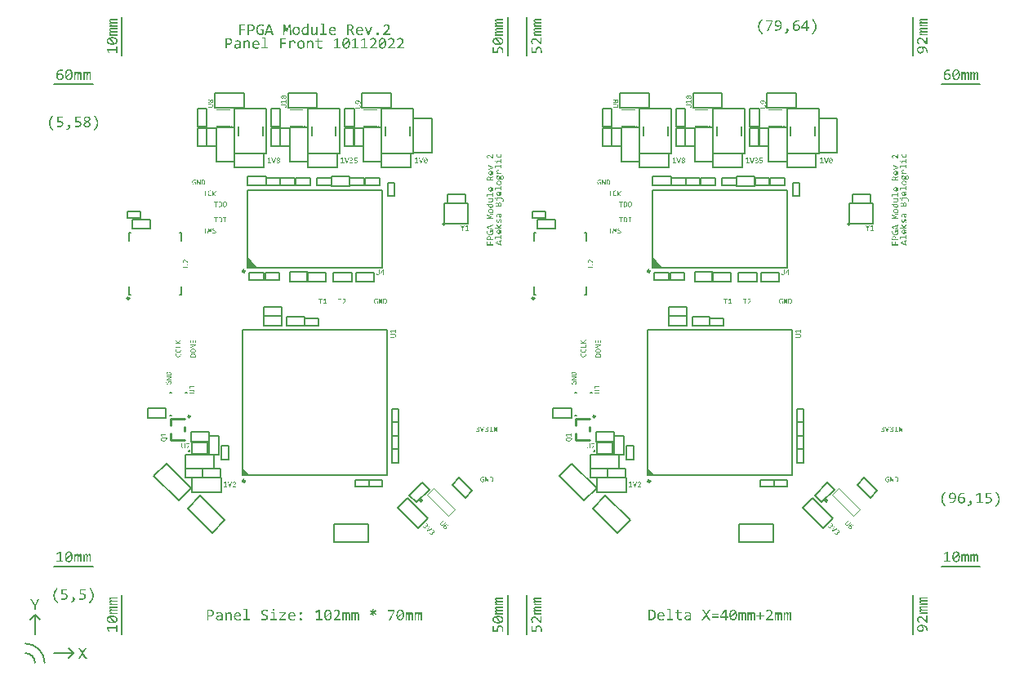
<source format=gbr>
G04*
G04 #@! TF.GenerationSoftware,Altium Limited,Altium Designer,22.4.2 (48)*
G04*
G04 Layer_Color=65535*
%FSAX24Y24*%
%MOIN*%
G70*
G04*
G04 #@! TF.SameCoordinates,F7066761-1C42-41DA-97EA-36D59BDE51B8*
G04*
G04*
G04 #@! TF.FilePolarity,Positive*
G04*
G01*
G75*
%ADD11C,0.0050*%
%ADD12C,0.0039*%
%ADD42C,0.0100*%
%ADD57C,0.0079*%
%ADD58C,0.0098*%
%ADD59C,0.0061*%
G36*
X009640Y026073D02*
X009648Y026073D01*
X009658Y026072D01*
X009677Y026069D01*
X009678D01*
X009682Y026067D01*
X009687Y026066D01*
X009694Y026065D01*
X009701Y026063D01*
X009709Y026060D01*
X009718Y026057D01*
X009727Y026053D01*
Y025995D01*
X009726Y025995D01*
X009723Y025997D01*
X009719Y025999D01*
X009712Y026002D01*
X009705Y026005D01*
X009696Y026009D01*
X009687Y026012D01*
X009678Y026015D01*
X009677Y026015D01*
X009673Y026016D01*
X009669Y026017D01*
X009661Y026018D01*
X009653Y026019D01*
X009644Y026021D01*
X009634Y026021D01*
X009623Y026022D01*
X009618D01*
X009614Y026021D01*
X009611D01*
X009603Y026020D01*
X009594Y026018D01*
X009583Y026016D01*
X009573Y026013D01*
X009563Y026009D01*
X009562D01*
X009561Y026009D01*
X009558Y026007D01*
X009553Y026004D01*
X009547Y026000D01*
X009540Y025995D01*
X009533Y025989D01*
X009525Y025983D01*
X009518Y025975D01*
X009517Y025974D01*
X009515Y025971D01*
X009512Y025966D01*
X009507Y025960D01*
X009503Y025952D01*
X009499Y025943D01*
X009494Y025933D01*
X009490Y025922D01*
Y025921D01*
X009489Y025920D01*
X009489Y025918D01*
X009488Y025916D01*
X009488Y025914D01*
X009487Y025910D01*
X009486Y025902D01*
X009483Y025891D01*
X009482Y025879D01*
X009481Y025867D01*
X009481Y025852D01*
Y025852D01*
Y025851D01*
Y025849D01*
Y025846D01*
Y025843D01*
X009481Y025838D01*
X009482Y025829D01*
X009482Y025818D01*
X009484Y025806D01*
X009486Y025794D01*
X009488Y025782D01*
Y025781D01*
X009489Y025781D01*
X009489Y025779D01*
X009490Y025777D01*
X009492Y025771D01*
X009494Y025764D01*
X009498Y025755D01*
X009502Y025746D01*
X009507Y025738D01*
X009512Y025729D01*
X009513Y025728D01*
X009516Y025726D01*
X009519Y025722D01*
X009524Y025717D01*
X009530Y025711D01*
X009537Y025706D01*
X009546Y025701D01*
X009556Y025696D01*
X009556D01*
X009557Y025696D01*
X009558Y025695D01*
X009560Y025695D01*
X009566Y025692D01*
X009573Y025691D01*
X009582Y025689D01*
X009593Y025686D01*
X009605Y025685D01*
X009618Y025685D01*
X009626D01*
X009631Y025685D01*
X009632D01*
X009636Y025686D01*
X009640Y025686D01*
X009646Y025687D01*
X009647D01*
X009650Y025687D01*
X009654Y025689D01*
X009659Y025690D01*
X009660D01*
X009660Y025690D01*
X009664Y025691D01*
X009667Y025692D01*
X009672Y025693D01*
Y025831D01*
X009584D01*
Y025879D01*
X009730D01*
Y025659D01*
X009729D01*
X009727Y025658D01*
X009725Y025657D01*
X009721Y025655D01*
X009717Y025654D01*
X009712Y025652D01*
X009701Y025648D01*
X009700D01*
X009698Y025648D01*
X009695Y025647D01*
X009691Y025645D01*
X009687Y025644D01*
X009682Y025643D01*
X009670Y025640D01*
X009670D01*
X009667Y025639D01*
X009665Y025639D01*
X009661Y025638D01*
X009656Y025638D01*
X009651Y025637D01*
X009640Y025636D01*
X009639D01*
X009637Y025635D01*
X009634D01*
X009630Y025635D01*
X009625Y025634D01*
X009620D01*
X009610Y025633D01*
X009602D01*
X009598Y025634D01*
X009594D01*
X009589Y025635D01*
X009583Y025635D01*
X009571Y025637D01*
X009558Y025639D01*
X009544Y025643D01*
X009530Y025647D01*
X009530D01*
X009529Y025648D01*
X009527Y025649D01*
X009524Y025650D01*
X009522Y025651D01*
X009518Y025653D01*
X009510Y025657D01*
X009500Y025663D01*
X009491Y025670D01*
X009480Y025678D01*
X009470Y025687D01*
Y025688D01*
X009469Y025689D01*
X009468Y025690D01*
X009467Y025692D01*
X009464Y025695D01*
X009462Y025698D01*
X009457Y025706D01*
X009450Y025716D01*
X009444Y025727D01*
X009438Y025740D01*
X009433Y025755D01*
Y025756D01*
X009432Y025757D01*
X009432Y025759D01*
X009430Y025762D01*
X009429Y025766D01*
X009428Y025771D01*
X009427Y025776D01*
X009426Y025782D01*
X009425Y025788D01*
X009424Y025796D01*
X009422Y025811D01*
X009420Y025829D01*
X009420Y025849D01*
Y025849D01*
Y025851D01*
Y025853D01*
Y025857D01*
X009420Y025862D01*
Y025868D01*
X009421Y025874D01*
X009421Y025880D01*
X009423Y025895D01*
X009426Y025911D01*
X009429Y025927D01*
X009434Y025943D01*
Y025944D01*
X009435Y025945D01*
X009436Y025947D01*
X009437Y025950D01*
X009439Y025954D01*
X009440Y025958D01*
X009445Y025968D01*
X009451Y025979D01*
X009458Y025991D01*
X009466Y026003D01*
X009475Y026014D01*
X009476Y026015D01*
X009476Y026015D01*
X009478Y026017D01*
X009480Y026019D01*
X009486Y026024D01*
X009493Y026031D01*
X009503Y026038D01*
X009513Y026045D01*
X009526Y026052D01*
X009540Y026059D01*
X009540D01*
X009541Y026059D01*
X009543Y026060D01*
X009546Y026061D01*
X009550Y026063D01*
X009554Y026064D01*
X009559Y026065D01*
X009564Y026066D01*
X009576Y026069D01*
X009590Y026072D01*
X009606Y026073D01*
X009623Y026074D01*
X009633D01*
X009640Y026073D01*
D02*
G37*
G36*
X036831Y026243D02*
X036595D01*
X036595D01*
X036592D01*
X036590D01*
X036586D01*
X036578Y026242D01*
X036570Y026242D01*
X036569D01*
X036568D01*
X036567Y026241D01*
X036564Y026241D01*
X036560Y026240D01*
X036555Y026238D01*
X036554D01*
X036554Y026238D01*
X036551Y026236D01*
X036549Y026235D01*
X036546Y026232D01*
X036546Y026232D01*
X036545Y026230D01*
X036544Y026227D01*
X036544Y026224D01*
Y026223D01*
X036544Y026220D01*
X036545Y026216D01*
X036548Y026212D01*
X036549Y026211D01*
X036551Y026209D01*
X036555Y026205D01*
X036561Y026201D01*
X036561D01*
X036562Y026200D01*
X036564Y026199D01*
X036567Y026197D01*
X036570Y026195D01*
X036574Y026193D01*
X036579Y026191D01*
X036584Y026188D01*
X036585Y026187D01*
X036587Y026187D01*
X036590Y026185D01*
X036594Y026183D01*
X036599Y026181D01*
X036605Y026177D01*
X036613Y026175D01*
X036620Y026171D01*
X036831D01*
Y026114D01*
X036602D01*
X036601D01*
X036598D01*
X036595D01*
X036591D01*
X036582Y026113D01*
X036577D01*
X036573Y026113D01*
X036572D01*
X036571D01*
X036569Y026112D01*
X036566Y026111D01*
X036561Y026110D01*
X036555Y026109D01*
X036555D01*
X036554Y026108D01*
X036551Y026107D01*
X036549Y026105D01*
X036546Y026103D01*
X036546Y026102D01*
X036545Y026101D01*
X036544Y026098D01*
X036544Y026094D01*
Y026093D01*
X036544Y026091D01*
X036545Y026087D01*
X036548Y026084D01*
X036548Y026082D01*
X036550Y026080D01*
X036554Y026077D01*
X036560Y026073D01*
X036560D01*
X036561Y026072D01*
X036563Y026070D01*
X036566Y026069D01*
X036569Y026067D01*
X036573Y026064D01*
X036577Y026062D01*
X036583Y026059D01*
X036583Y026058D01*
X036585Y026058D01*
X036589Y026056D01*
X036593Y026054D01*
X036598Y026052D01*
X036604Y026049D01*
X036612Y026046D01*
X036620Y026042D01*
X036831D01*
Y025985D01*
X036502D01*
Y026032D01*
X036565Y026035D01*
X036564Y026036D01*
X036562Y026037D01*
X036558Y026038D01*
X036554Y026040D01*
X036549Y026043D01*
X036544Y026045D01*
X036533Y026051D01*
X036533Y026052D01*
X036531Y026053D01*
X036529Y026055D01*
X036526Y026056D01*
X036519Y026062D01*
X036512Y026068D01*
X036512Y026068D01*
X036511Y026069D01*
X036509Y026071D01*
X036508Y026073D01*
X036503Y026079D01*
X036500Y026086D01*
Y026087D01*
X036500Y026088D01*
X036499Y026090D01*
X036498Y026093D01*
X036497Y026099D01*
X036496Y026108D01*
Y026112D01*
X036497Y026117D01*
X036498Y026123D01*
X036501Y026129D01*
X036503Y026136D01*
X036508Y026143D01*
X036514Y026148D01*
X036514Y026149D01*
X036517Y026150D01*
X036521Y026152D01*
X036527Y026155D01*
X036534Y026158D01*
X036544Y026160D01*
X036555Y026162D01*
X036568Y026162D01*
X036567Y026163D01*
X036565Y026163D01*
X036562Y026165D01*
X036557Y026167D01*
X036553Y026169D01*
X036548Y026172D01*
X036538Y026177D01*
X036537Y026178D01*
X036536Y026179D01*
X036533Y026180D01*
X036530Y026182D01*
X036522Y026188D01*
X036515Y026194D01*
X036515Y026194D01*
X036514Y026196D01*
X036512Y026197D01*
X036510Y026199D01*
X036506Y026206D01*
X036501Y026213D01*
Y026214D01*
X036501Y026215D01*
X036500Y026217D01*
X036498Y026220D01*
X036498Y026224D01*
X036497Y026228D01*
X036496Y026238D01*
Y026240D01*
X036497Y026244D01*
X036498Y026247D01*
X036499Y026252D01*
X036501Y026257D01*
X036504Y026263D01*
X036508Y026269D01*
X036513Y026275D01*
X036520Y026281D01*
X036527Y026286D01*
X036537Y026291D01*
X036548Y026294D01*
X036560Y026298D01*
X036575Y026300D01*
X036583Y026300D01*
X036592D01*
X036831D01*
Y026243D01*
D02*
G37*
G36*
X003758Y026238D02*
X003521D01*
X003521D01*
X003518D01*
X003516D01*
X003512D01*
X003504Y026237D01*
X003496Y026236D01*
X003496D01*
X003494D01*
X003493Y026236D01*
X003491Y026235D01*
X003486Y026234D01*
X003481Y026233D01*
X003480D01*
X003480Y026232D01*
X003478Y026231D01*
X003475Y026229D01*
X003473Y026227D01*
X003472Y026226D01*
X003471Y026224D01*
X003470Y026222D01*
X003470Y026218D01*
Y026217D01*
X003470Y026215D01*
X003472Y026211D01*
X003474Y026206D01*
X003475Y026205D01*
X003477Y026203D01*
X003481Y026200D01*
X003487Y026196D01*
X003487D01*
X003488Y026194D01*
X003490Y026193D01*
X003493Y026192D01*
X003496Y026190D01*
X003500Y026187D01*
X003505Y026185D01*
X003510Y026182D01*
X003511Y026182D01*
X003513Y026181D01*
X003516Y026180D01*
X003520Y026177D01*
X003526Y026175D01*
X003532Y026172D01*
X003539Y026169D01*
X003546Y026165D01*
X003758D01*
Y026108D01*
X003528D01*
X003527D01*
X003524D01*
X003521D01*
X003517D01*
X003508Y026108D01*
X003503D01*
X003499Y026107D01*
X003498D01*
X003497D01*
X003495Y026107D01*
X003492Y026106D01*
X003487Y026105D01*
X003481Y026103D01*
X003481D01*
X003480Y026103D01*
X003478Y026102D01*
X003475Y026100D01*
X003473Y026097D01*
X003472Y026097D01*
X003471Y026095D01*
X003470Y026092D01*
X003470Y026089D01*
Y026087D01*
X003470Y026085D01*
X003472Y026082D01*
X003474Y026078D01*
X003474Y026077D01*
X003476Y026075D01*
X003480Y026072D01*
X003486Y026067D01*
X003486D01*
X003487Y026066D01*
X003489Y026065D01*
X003492Y026063D01*
X003495Y026061D01*
X003499Y026059D01*
X003503Y026056D01*
X003509Y026054D01*
X003509Y026053D01*
X003511Y026052D01*
X003515Y026051D01*
X003519Y026049D01*
X003524Y026046D01*
X003530Y026043D01*
X003538Y026040D01*
X003546Y026037D01*
X003758D01*
Y025979D01*
X003428D01*
Y026027D01*
X003491Y026030D01*
X003490Y026030D01*
X003488Y026031D01*
X003485Y026033D01*
X003480Y026035D01*
X003475Y026037D01*
X003470Y026040D01*
X003460Y026046D01*
X003459Y026046D01*
X003457Y026048D01*
X003455Y026049D01*
X003452Y026051D01*
X003445Y026056D01*
X003438Y026062D01*
X003438Y026063D01*
X003437Y026064D01*
X003435Y026066D01*
X003434Y026068D01*
X003429Y026074D01*
X003426Y026081D01*
Y026081D01*
X003426Y026082D01*
X003425Y026085D01*
X003424Y026087D01*
X003423Y026094D01*
X003422Y026102D01*
Y026107D01*
X003423Y026111D01*
X003425Y026117D01*
X003427Y026124D01*
X003429Y026131D01*
X003434Y026137D01*
X003440Y026143D01*
X003440Y026143D01*
X003443Y026145D01*
X003447Y026147D01*
X003453Y026150D01*
X003461Y026152D01*
X003470Y026155D01*
X003481Y026156D01*
X003494Y026157D01*
X003493Y026157D01*
X003491Y026158D01*
X003488Y026159D01*
X003484Y026162D01*
X003479Y026164D01*
X003474Y026167D01*
X003464Y026172D01*
X003463Y026173D01*
X003462Y026173D01*
X003459Y026175D01*
X003456Y026177D01*
X003449Y026182D01*
X003441Y026188D01*
X003441Y026189D01*
X003440Y026190D01*
X003438Y026192D01*
X003436Y026194D01*
X003432Y026200D01*
X003427Y026208D01*
Y026208D01*
X003427Y026210D01*
X003426Y026212D01*
X003425Y026215D01*
X003424Y026218D01*
X003423Y026222D01*
X003422Y026232D01*
Y026235D01*
X003423Y026238D01*
X003424Y026242D01*
X003425Y026247D01*
X003427Y026252D01*
X003431Y026258D01*
X003434Y026264D01*
X003439Y026269D01*
X003446Y026275D01*
X003453Y026280D01*
X003463Y026285D01*
X003474Y026289D01*
X003486Y026292D01*
X003501Y026294D01*
X003509Y026295D01*
X003518D01*
X003758D01*
Y026238D01*
D02*
G37*
G36*
X021080Y026230D02*
X020844D01*
X020843D01*
X020841D01*
X020839D01*
X020835D01*
X020827Y026230D01*
X020819Y026229D01*
X020818D01*
X020817D01*
X020816Y026229D01*
X020813Y026228D01*
X020809Y026227D01*
X020804Y026225D01*
X020803D01*
X020803Y026225D01*
X020800Y026224D01*
X020798Y026222D01*
X020795Y026219D01*
X020795Y026219D01*
X020794Y026217D01*
X020793Y026214D01*
X020793Y026211D01*
Y026210D01*
X020793Y026207D01*
X020794Y026203D01*
X020797Y026199D01*
X020798Y026198D01*
X020800Y026196D01*
X020804Y026193D01*
X020810Y026188D01*
X020810D01*
X020811Y026187D01*
X020813Y026186D01*
X020816Y026184D01*
X020819Y026182D01*
X020823Y026180D01*
X020828Y026178D01*
X020833Y026175D01*
X020834Y026174D01*
X020836Y026174D01*
X020839Y026172D01*
X020843Y026170D01*
X020848Y026168D01*
X020854Y026165D01*
X020861Y026162D01*
X020869Y026158D01*
X021080D01*
Y026101D01*
X020851D01*
X020850D01*
X020847D01*
X020844D01*
X020840D01*
X020831Y026100D01*
X020826D01*
X020822Y026100D01*
X020821D01*
X020820D01*
X020818Y026099D01*
X020815Y026099D01*
X020810Y026098D01*
X020804Y026096D01*
X020804D01*
X020803Y026095D01*
X020800Y026094D01*
X020798Y026093D01*
X020795Y026090D01*
X020795Y026089D01*
X020794Y026088D01*
X020793Y026085D01*
X020793Y026081D01*
Y026080D01*
X020793Y026078D01*
X020794Y026075D01*
X020797Y026071D01*
X020797Y026070D01*
X020799Y026067D01*
X020803Y026064D01*
X020809Y026060D01*
X020809D01*
X020810Y026059D01*
X020812Y026058D01*
X020815Y026056D01*
X020818Y026054D01*
X020822Y026052D01*
X020826Y026049D01*
X020831Y026046D01*
X020832Y026046D01*
X020834Y026045D01*
X020837Y026043D01*
X020842Y026041D01*
X020847Y026039D01*
X020853Y026036D01*
X020861Y026033D01*
X020869Y026029D01*
X021080D01*
Y025972D01*
X020751D01*
Y026019D01*
X020814Y026022D01*
X020813Y026023D01*
X020811Y026024D01*
X020807Y026025D01*
X020803Y026028D01*
X020798Y026030D01*
X020793Y026033D01*
X020782Y026039D01*
X020782Y026039D01*
X020780Y026040D01*
X020778Y026042D01*
X020775Y026043D01*
X020768Y026049D01*
X020761Y026055D01*
X020760Y026055D01*
X020760Y026057D01*
X020758Y026058D01*
X020757Y026060D01*
X020752Y026066D01*
X020749Y026073D01*
Y026074D01*
X020748Y026075D01*
X020748Y026077D01*
X020747Y026080D01*
X020746Y026087D01*
X020745Y026095D01*
Y026099D01*
X020746Y026104D01*
X020747Y026110D01*
X020750Y026117D01*
X020752Y026123D01*
X020757Y026130D01*
X020763Y026135D01*
X020763Y026136D01*
X020766Y026137D01*
X020770Y026140D01*
X020776Y026142D01*
X020783Y026145D01*
X020793Y026147D01*
X020804Y026149D01*
X020817Y026149D01*
X020816Y026150D01*
X020814Y026150D01*
X020811Y026152D01*
X020806Y026154D01*
X020802Y026156D01*
X020797Y026159D01*
X020787Y026165D01*
X020786Y026165D01*
X020785Y026166D01*
X020782Y026167D01*
X020779Y026170D01*
X020771Y026175D01*
X020764Y026181D01*
X020764Y026182D01*
X020763Y026183D01*
X020761Y026184D01*
X020759Y026187D01*
X020754Y026193D01*
X020750Y026200D01*
Y026201D01*
X020750Y026202D01*
X020748Y026205D01*
X020747Y026207D01*
X020747Y026211D01*
X020746Y026215D01*
X020745Y026225D01*
Y026227D01*
X020746Y026231D01*
X020747Y026235D01*
X020748Y026239D01*
X020750Y026244D01*
X020753Y026250D01*
X020757Y026256D01*
X020762Y026262D01*
X020769Y026268D01*
X020776Y026273D01*
X020786Y026278D01*
X020797Y026282D01*
X020809Y026285D01*
X020824Y026287D01*
X020832Y026288D01*
X020841D01*
X021080D01*
Y026230D01*
D02*
G37*
G36*
X019506D02*
X019269D01*
X019269D01*
X019266D01*
X019264D01*
X019260D01*
X019252Y026230D01*
X019244Y026229D01*
X019244D01*
X019242D01*
X019241Y026229D01*
X019239Y026228D01*
X019234Y026227D01*
X019229Y026225D01*
X019228D01*
X019228Y026225D01*
X019226Y026224D01*
X019223Y026222D01*
X019221Y026219D01*
X019220Y026219D01*
X019219Y026217D01*
X019218Y026214D01*
X019218Y026211D01*
Y026210D01*
X019218Y026207D01*
X019220Y026203D01*
X019222Y026199D01*
X019223Y026198D01*
X019225Y026196D01*
X019229Y026193D01*
X019235Y026188D01*
X019235D01*
X019236Y026187D01*
X019238Y026186D01*
X019241Y026184D01*
X019244Y026182D01*
X019248Y026180D01*
X019253Y026178D01*
X019258Y026175D01*
X019259Y026174D01*
X019261Y026174D01*
X019264Y026172D01*
X019268Y026170D01*
X019274Y026168D01*
X019280Y026165D01*
X019287Y026162D01*
X019294Y026158D01*
X019506D01*
Y026101D01*
X019276D01*
X019275D01*
X019273D01*
X019269D01*
X019265D01*
X019256Y026100D01*
X019251D01*
X019247Y026100D01*
X019246D01*
X019245D01*
X019243Y026099D01*
X019240Y026099D01*
X019235Y026098D01*
X019229Y026096D01*
X019229D01*
X019228Y026095D01*
X019226Y026094D01*
X019223Y026093D01*
X019221Y026090D01*
X019220Y026089D01*
X019219Y026088D01*
X019218Y026085D01*
X019218Y026081D01*
Y026080D01*
X019218Y026078D01*
X019220Y026075D01*
X019222Y026071D01*
X019222Y026070D01*
X019224Y026067D01*
X019228Y026064D01*
X019234Y026060D01*
X019234D01*
X019235Y026059D01*
X019237Y026058D01*
X019240Y026056D01*
X019243Y026054D01*
X019247Y026052D01*
X019251Y026049D01*
X019257Y026046D01*
X019257Y026046D01*
X019259Y026045D01*
X019263Y026043D01*
X019267Y026041D01*
X019273Y026039D01*
X019279Y026036D01*
X019286Y026033D01*
X019294Y026029D01*
X019506D01*
Y025972D01*
X019176D01*
Y026019D01*
X019239Y026022D01*
X019238Y026023D01*
X019236Y026024D01*
X019233Y026025D01*
X019228Y026028D01*
X019223Y026030D01*
X019218Y026033D01*
X019208Y026039D01*
X019207Y026039D01*
X019205Y026040D01*
X019203Y026042D01*
X019200Y026043D01*
X019193Y026049D01*
X019186Y026055D01*
X019186Y026055D01*
X019185Y026057D01*
X019183Y026058D01*
X019182Y026060D01*
X019177Y026066D01*
X019174Y026073D01*
Y026074D01*
X019174Y026075D01*
X019173Y026077D01*
X019172Y026080D01*
X019171Y026087D01*
X019170Y026095D01*
Y026099D01*
X019171Y026104D01*
X019173Y026110D01*
X019175Y026117D01*
X019177Y026123D01*
X019182Y026130D01*
X019188Y026135D01*
X019188Y026136D01*
X019191Y026137D01*
X019196Y026140D01*
X019201Y026142D01*
X019209Y026145D01*
X019218Y026147D01*
X019229Y026149D01*
X019242Y026149D01*
X019241Y026150D01*
X019239Y026150D01*
X019236Y026152D01*
X019232Y026154D01*
X019227Y026156D01*
X019222Y026159D01*
X019212Y026165D01*
X019211Y026165D01*
X019210Y026166D01*
X019207Y026167D01*
X019204Y026170D01*
X019197Y026175D01*
X019190Y026181D01*
X019189Y026182D01*
X019188Y026183D01*
X019186Y026184D01*
X019184Y026187D01*
X019180Y026193D01*
X019175Y026200D01*
Y026201D01*
X019175Y026202D01*
X019174Y026205D01*
X019173Y026207D01*
X019172Y026211D01*
X019171Y026215D01*
X019170Y026225D01*
Y026227D01*
X019171Y026231D01*
X019172Y026235D01*
X019173Y026239D01*
X019175Y026244D01*
X019179Y026250D01*
X019182Y026256D01*
X019187Y026262D01*
X019194Y026268D01*
X019202Y026273D01*
X019211Y026278D01*
X019222Y026282D01*
X019234Y026285D01*
X019249Y026287D01*
X019257Y026288D01*
X019266D01*
X019506D01*
Y026230D01*
D02*
G37*
G36*
X011558Y025639D02*
X011507D01*
X011505Y025701D01*
Y025701D01*
X011504Y025699D01*
X011503Y025698D01*
X011500Y025696D01*
X011495Y025689D01*
X011489Y025682D01*
X011482Y025673D01*
X011473Y025665D01*
X011463Y025657D01*
X011453Y025650D01*
X011452D01*
X011452Y025649D01*
X011450Y025648D01*
X011448Y025647D01*
X011442Y025645D01*
X011435Y025642D01*
X011426Y025639D01*
X011416Y025636D01*
X011405Y025634D01*
X011393Y025633D01*
X011388D01*
X011382Y025634D01*
X011376Y025635D01*
X011368Y025636D01*
X011359Y025638D01*
X011351Y025641D01*
X011343Y025645D01*
X011341Y025645D01*
X011339Y025647D01*
X011335Y025650D01*
X011330Y025654D01*
X011325Y025659D01*
X011319Y025664D01*
X011313Y025671D01*
X011307Y025678D01*
X011307Y025679D01*
X011305Y025682D01*
X011302Y025686D01*
X011299Y025692D01*
X011296Y025700D01*
X011292Y025709D01*
X011288Y025719D01*
X011286Y025730D01*
Y025730D01*
X011285Y025731D01*
Y025733D01*
X011285Y025735D01*
X011284Y025738D01*
X011284Y025741D01*
X011283Y025749D01*
X011281Y025760D01*
X011280Y025771D01*
X011279Y025784D01*
X011279Y025797D01*
Y025797D01*
Y025798D01*
Y025801D01*
Y025804D01*
X011279Y025808D01*
Y025812D01*
X011280Y025822D01*
X011281Y025833D01*
X011284Y025846D01*
X011286Y025859D01*
X011290Y025871D01*
Y025872D01*
X011291Y025873D01*
X011291Y025875D01*
X011292Y025877D01*
X011295Y025883D01*
X011298Y025891D01*
X011303Y025899D01*
X011309Y025909D01*
X011315Y025918D01*
X011322Y025927D01*
X011323Y025928D01*
X011326Y025930D01*
X011331Y025934D01*
X011337Y025939D01*
X011344Y025945D01*
X011353Y025950D01*
X011363Y025956D01*
X011373Y025960D01*
X011374D01*
X011375Y025961D01*
X011376Y025962D01*
X011379Y025962D01*
X011381Y025963D01*
X011385Y025964D01*
X011393Y025966D01*
X011403Y025969D01*
X011414Y025971D01*
X011427Y025972D01*
X011440Y025972D01*
X011450D01*
X011454Y025972D01*
X011459Y025971D01*
X011470Y025970D01*
X011471D01*
X011473Y025970D01*
X011476Y025969D01*
X011480Y025969D01*
X011485Y025968D01*
X011489Y025966D01*
X011501Y025964D01*
Y026103D01*
X011558D01*
Y025639D01*
D02*
G37*
G36*
X010858D02*
X010801D01*
X010793Y025907D01*
X010789Y026009D01*
X010769Y025950D01*
X010705Y025779D01*
X010665D01*
X010605Y025943D01*
X010585Y026009D01*
X010584Y025903D01*
X010576Y025639D01*
X010521D01*
X010542Y026068D01*
X010611D01*
X010669Y025906D01*
X010687Y025852D01*
X010705Y025906D01*
X010767Y026068D01*
X010838D01*
X010858Y025639D01*
D02*
G37*
G36*
X031935Y025954D02*
X032008D01*
Y025904D01*
X031935D01*
Y025809D01*
X031876D01*
Y025904D01*
X031670D01*
Y025954D01*
X031852Y026238D01*
X031935D01*
Y025954D01*
D02*
G37*
G36*
X030740Y026243D02*
X030748Y026243D01*
X030757Y026241D01*
X030767Y026239D01*
X030777Y026237D01*
X030788Y026233D01*
X030788D01*
X030789Y026232D01*
X030792Y026230D01*
X030797Y026228D01*
X030804Y026224D01*
X030811Y026220D01*
X030819Y026214D01*
X030827Y026207D01*
X030835Y026199D01*
X030836Y026198D01*
X030838Y026194D01*
X030841Y026190D01*
X030846Y026182D01*
X030851Y026174D01*
X030856Y026163D01*
X030861Y026151D01*
X030865Y026138D01*
Y026137D01*
X030866Y026136D01*
X030866Y026134D01*
X030867Y026131D01*
X030868Y026127D01*
X030869Y026123D01*
X030870Y026118D01*
X030871Y026113D01*
X030872Y026106D01*
X030873Y026099D01*
X030874Y026092D01*
X030875Y026084D01*
X030876Y026066D01*
X030877Y026047D01*
Y026047D01*
Y026044D01*
Y026041D01*
Y026037D01*
X030876Y026031D01*
Y026025D01*
X030875Y026018D01*
X030875Y026010D01*
X030873Y025994D01*
X030870Y025976D01*
X030866Y025957D01*
X030861Y025939D01*
Y025939D01*
X030861Y025937D01*
X030860Y025935D01*
X030859Y025932D01*
X030857Y025928D01*
X030855Y025924D01*
X030850Y025913D01*
X030844Y025901D01*
X030836Y025889D01*
X030827Y025877D01*
X030817Y025865D01*
X030816Y025865D01*
X030815Y025864D01*
X030814Y025862D01*
X030811Y025860D01*
X030808Y025858D01*
X030805Y025855D01*
X030801Y025852D01*
X030796Y025849D01*
X030786Y025842D01*
X030773Y025835D01*
X030759Y025829D01*
X030743Y025823D01*
X030743D01*
X030741Y025822D01*
X030739Y025822D01*
X030736Y025820D01*
X030731Y025819D01*
X030726Y025818D01*
X030721Y025817D01*
X030714Y025816D01*
X030707Y025814D01*
X030700Y025813D01*
X030691Y025812D01*
X030683Y025811D01*
X030664Y025810D01*
X030643Y025809D01*
X030607D01*
Y025859D01*
X030658D01*
X030662Y025859D01*
X030672Y025860D01*
X030683Y025861D01*
X030695Y025862D01*
X030708Y025864D01*
X030720Y025867D01*
X030720D01*
X030722Y025867D01*
X030723Y025868D01*
X030725Y025868D01*
X030731Y025871D01*
X030738Y025873D01*
X030746Y025877D01*
X030755Y025881D01*
X030763Y025886D01*
X030771Y025892D01*
X030772Y025893D01*
X030774Y025895D01*
X030778Y025899D01*
X030783Y025903D01*
X030788Y025909D01*
X030793Y025916D01*
X030798Y025924D01*
X030802Y025932D01*
Y025933D01*
X030803Y025933D01*
X030804Y025937D01*
X030806Y025942D01*
X030808Y025948D01*
X030811Y025956D01*
X030813Y025966D01*
X030815Y025976D01*
X030816Y025987D01*
X030818Y026001D01*
X030817Y026000D01*
X030814Y025998D01*
X030809Y025996D01*
X030804Y025994D01*
X030797Y025990D01*
X030789Y025987D01*
X030779Y025984D01*
X030770Y025981D01*
X030769D01*
X030768Y025980D01*
X030767D01*
X030765Y025980D01*
X030760Y025979D01*
X030752Y025978D01*
X030744Y025976D01*
X030734Y025975D01*
X030723Y025974D01*
X030712Y025974D01*
X030706D01*
X030700Y025974D01*
X030692Y025975D01*
X030683Y025976D01*
X030673Y025978D01*
X030664Y025980D01*
X030654Y025983D01*
X030653Y025984D01*
X030651Y025985D01*
X030646Y025987D01*
X030640Y025990D01*
X030634Y025994D01*
X030627Y025998D01*
X030620Y026003D01*
X030613Y026009D01*
X030613Y026010D01*
X030611Y026013D01*
X030608Y026016D01*
X030605Y026021D01*
X030601Y026027D01*
X030596Y026034D01*
X030593Y026042D01*
X030589Y026050D01*
Y026051D01*
X030589Y026051D01*
X030588Y026055D01*
X030587Y026059D01*
X030586Y026066D01*
X030584Y026073D01*
X030582Y026081D01*
X030582Y026091D01*
X030581Y026101D01*
Y026102D01*
Y026102D01*
Y026104D01*
Y026106D01*
X030582Y026112D01*
X030582Y026119D01*
X030584Y026128D01*
X030586Y026137D01*
X030588Y026147D01*
X030592Y026157D01*
Y026157D01*
X030592Y026158D01*
X030594Y026161D01*
X030596Y026166D01*
X030600Y026172D01*
X030604Y026179D01*
X030609Y026186D01*
X030615Y026194D01*
X030622Y026202D01*
X030623Y026203D01*
X030625Y026205D01*
X030630Y026208D01*
X030635Y026213D01*
X030642Y026218D01*
X030650Y026223D01*
X030659Y026228D01*
X030669Y026232D01*
X030669D01*
X030670Y026233D01*
X030671Y026233D01*
X030673Y026234D01*
X030679Y026236D01*
X030687Y026238D01*
X030695Y026240D01*
X030706Y026242D01*
X030717Y026243D01*
X030729Y026244D01*
X030734D01*
X030740Y026243D01*
D02*
G37*
G36*
X030507Y026185D02*
X030327Y025809D01*
X030262D01*
X030449Y026185D01*
X030218D01*
Y026238D01*
X030507D01*
Y026185D01*
D02*
G37*
G36*
X031589Y026188D02*
X031533D01*
X031529Y026187D01*
X031520Y026187D01*
X031509Y026186D01*
X031498Y026184D01*
X031487Y026182D01*
X031476Y026179D01*
X031476D01*
X031475Y026178D01*
X031472Y026177D01*
X031466Y026175D01*
X031460Y026172D01*
X031453Y026168D01*
X031444Y026164D01*
X031437Y026158D01*
X031429Y026152D01*
X031428Y026152D01*
X031426Y026150D01*
X031423Y026146D01*
X031418Y026141D01*
X031413Y026135D01*
X031408Y026128D01*
X031404Y026121D01*
X031400Y026112D01*
X031399Y026111D01*
X031398Y026108D01*
X031396Y026103D01*
X031394Y026097D01*
X031393Y026089D01*
X031390Y026080D01*
X031388Y026070D01*
X031387Y026059D01*
X031386Y026047D01*
X031387Y026047D01*
X031390Y026049D01*
X031394Y026051D01*
X031400Y026054D01*
X031406Y026056D01*
X031414Y026060D01*
X031423Y026063D01*
X031433Y026066D01*
X031434D01*
X031434Y026066D01*
X031436D01*
X031438Y026067D01*
X031443Y026068D01*
X031450Y026069D01*
X031459Y026071D01*
X031470Y026072D01*
X031480Y026073D01*
X031492Y026073D01*
X031497D01*
X031503Y026073D01*
X031512Y026072D01*
X031520Y026071D01*
X031530Y026069D01*
X031539Y026067D01*
X031549Y026063D01*
X031549D01*
X031550Y026063D01*
X031553Y026062D01*
X031557Y026060D01*
X031563Y026057D01*
X031569Y026053D01*
X031576Y026049D01*
X031583Y026043D01*
X031589Y026037D01*
X031590Y026037D01*
X031592Y026034D01*
X031595Y026031D01*
X031598Y026026D01*
X031602Y026020D01*
X031607Y026013D01*
X031610Y026005D01*
X031614Y025996D01*
X031614Y025995D01*
X031615Y025992D01*
X031616Y025988D01*
X031618Y025981D01*
X031620Y025973D01*
X031621Y025965D01*
X031622Y025955D01*
X031622Y025944D01*
Y025944D01*
Y025943D01*
Y025942D01*
Y025939D01*
X031622Y025933D01*
X031621Y025926D01*
X031620Y025918D01*
X031618Y025908D01*
X031615Y025899D01*
X031612Y025889D01*
Y025888D01*
X031611Y025888D01*
X031609Y025884D01*
X031607Y025879D01*
X031604Y025873D01*
X031600Y025866D01*
X031594Y025859D01*
X031588Y025852D01*
X031581Y025844D01*
X031580Y025843D01*
X031578Y025841D01*
X031573Y025837D01*
X031568Y025833D01*
X031561Y025828D01*
X031553Y025823D01*
X031543Y025818D01*
X031533Y025814D01*
X031533D01*
X031532Y025813D01*
X031531Y025813D01*
X031529Y025812D01*
X031523Y025811D01*
X031515Y025808D01*
X031507Y025806D01*
X031496Y025805D01*
X031485Y025804D01*
X031472Y025803D01*
X031466D01*
X031463Y025804D01*
X031460D01*
X031451Y025805D01*
X031441Y025806D01*
X031431Y025807D01*
X031420Y025810D01*
X031409Y025814D01*
X031409D01*
X031408Y025814D01*
X031405Y025816D01*
X031400Y025819D01*
X031394Y025823D01*
X031387Y025828D01*
X031379Y025834D01*
X031371Y025841D01*
X031364Y025849D01*
Y025849D01*
X031364Y025850D01*
X031361Y025853D01*
X031358Y025858D01*
X031354Y025865D01*
X031349Y025873D01*
X031345Y025884D01*
X031340Y025895D01*
X031336Y025908D01*
Y025908D01*
X031336Y025909D01*
X031335Y025912D01*
X031335Y025914D01*
X031334Y025918D01*
X031334Y025922D01*
X031332Y025926D01*
X031332Y025932D01*
X031331Y025938D01*
X031330Y025944D01*
X031329Y025959D01*
X031328Y025975D01*
X031327Y025992D01*
Y025993D01*
Y025994D01*
Y025996D01*
Y025998D01*
Y026001D01*
Y026004D01*
X031328Y026013D01*
X031328Y026022D01*
X031329Y026033D01*
X031330Y026044D01*
X031331Y026056D01*
Y026056D01*
Y026057D01*
X031331Y026059D01*
X031332Y026061D01*
X031333Y026067D01*
X031334Y026075D01*
X031336Y026084D01*
X031339Y026093D01*
X031345Y026114D01*
Y026115D01*
X031346Y026115D01*
X031347Y026119D01*
X031349Y026124D01*
X031352Y026131D01*
X031356Y026138D01*
X031360Y026147D01*
X031365Y026155D01*
X031371Y026164D01*
X031372Y026165D01*
X031374Y026168D01*
X031378Y026172D01*
X031383Y026178D01*
X031389Y026184D01*
X031395Y026190D01*
X031403Y026197D01*
X031412Y026203D01*
X031413D01*
X031413Y026203D01*
X031417Y026205D01*
X031421Y026208D01*
X031429Y026212D01*
X031437Y026216D01*
X031447Y026221D01*
X031458Y026224D01*
X031470Y026228D01*
X031470D01*
X031471Y026229D01*
X031473Y026229D01*
X031476Y026230D01*
X031479Y026230D01*
X031483Y026231D01*
X031487Y026232D01*
X031492Y026233D01*
X031503Y026235D01*
X031516Y026236D01*
X031531Y026237D01*
X031547Y026238D01*
X031589D01*
Y026188D01*
D02*
G37*
G36*
X014043Y025639D02*
X013978D01*
X013849Y025969D01*
X013914D01*
X013994Y025750D01*
X014011Y025697D01*
X014029Y025752D01*
X014109Y025969D01*
X014172D01*
X014043Y025639D01*
D02*
G37*
G36*
X031103Y025914D02*
X031110Y025912D01*
X031117Y025909D01*
X031118D01*
X031119Y025908D01*
X031121Y025907D01*
X031124Y025906D01*
X031130Y025901D01*
X031136Y025895D01*
X031136Y025894D01*
X031138Y025893D01*
X031139Y025891D01*
X031141Y025888D01*
X031142Y025884D01*
X031145Y025880D01*
X031147Y025876D01*
X031149Y025870D01*
Y025870D01*
X031150Y025867D01*
X031151Y025865D01*
X031152Y025860D01*
X031152Y025855D01*
X031153Y025849D01*
X031154Y025843D01*
Y025836D01*
Y025835D01*
Y025835D01*
Y025831D01*
X031153Y025826D01*
X031153Y025819D01*
X031151Y025811D01*
X031150Y025802D01*
X031147Y025793D01*
X031144Y025784D01*
X031143Y025783D01*
X031142Y025780D01*
X031139Y025775D01*
X031136Y025769D01*
X031132Y025762D01*
X031127Y025754D01*
X031121Y025747D01*
X031114Y025740D01*
X031112Y025739D01*
X031110Y025736D01*
X031106Y025733D01*
X031100Y025728D01*
X031093Y025723D01*
X031085Y025718D01*
X031075Y025713D01*
X031064Y025709D01*
X031064D01*
X031063Y025708D01*
X031062Y025707D01*
X031059Y025707D01*
X031056Y025706D01*
X031053Y025705D01*
X031045Y025703D01*
X031035Y025701D01*
X031023Y025699D01*
X031010Y025698D01*
X030996Y025697D01*
Y025742D01*
X031006D01*
X031011Y025742D01*
X031016Y025743D01*
X031028Y025745D01*
X031028D01*
X031031Y025746D01*
X031033Y025747D01*
X031037Y025748D01*
X031041Y025749D01*
X031046Y025751D01*
X031056Y025755D01*
X031056Y025756D01*
X031058Y025757D01*
X031060Y025758D01*
X031063Y025760D01*
X031069Y025766D01*
X031075Y025773D01*
X031075Y025774D01*
X031076Y025775D01*
X031077Y025777D01*
X031079Y025781D01*
X031080Y025784D01*
X031081Y025788D01*
X031081Y025792D01*
X031082Y025797D01*
Y025798D01*
Y025799D01*
Y025802D01*
X031081Y025805D01*
X031080Y025812D01*
X031077Y025819D01*
Y025819D01*
X031076Y025820D01*
X031075Y025822D01*
X031074Y025824D01*
X031071Y025829D01*
X031067Y025835D01*
Y025835D01*
X031066Y025836D01*
X031063Y025839D01*
X031060Y025844D01*
X031056Y025850D01*
Y025850D01*
X031055Y025852D01*
X031055Y025853D01*
X031053Y025856D01*
X031053Y025859D01*
X031052Y025862D01*
X031051Y025867D01*
Y025872D01*
Y025872D01*
Y025873D01*
X031052Y025876D01*
X031052Y025881D01*
X031053Y025886D01*
Y025887D01*
X031054Y025887D01*
X031056Y025890D01*
X031058Y025895D01*
X031062Y025900D01*
Y025900D01*
X031063Y025901D01*
X031066Y025903D01*
X031070Y025907D01*
X031075Y025910D01*
X031076D01*
X031077Y025911D01*
X031079Y025912D01*
X031081Y025912D01*
X031087Y025914D01*
X031096Y025914D01*
X031100D01*
X031103Y025914D01*
D02*
G37*
G36*
X011930Y025639D02*
X011878D01*
X011876Y025692D01*
X011875Y025692D01*
X011873Y025690D01*
X011871Y025686D01*
X011867Y025683D01*
X011862Y025678D01*
X011858Y025673D01*
X011848Y025664D01*
X011847Y025663D01*
X011845Y025662D01*
X011843Y025660D01*
X011839Y025657D01*
X011836Y025655D01*
X011831Y025651D01*
X011821Y025646D01*
X011821D01*
X011819Y025645D01*
X011816Y025644D01*
X011813Y025642D01*
X011809Y025641D01*
X011804Y025639D01*
X011795Y025637D01*
X011794D01*
X011792Y025636D01*
X011790Y025636D01*
X011786Y025635D01*
X011782Y025635D01*
X011777Y025634D01*
X011767Y025633D01*
X011762D01*
X011759Y025634D01*
X011754Y025635D01*
X011749Y025635D01*
X011738Y025637D01*
X011726Y025641D01*
X011713Y025646D01*
X011707Y025649D01*
X011701Y025653D01*
X011695Y025658D01*
X011690Y025663D01*
Y025663D01*
X011689Y025665D01*
X011688Y025666D01*
X011687Y025668D01*
X011684Y025672D01*
X011682Y025675D01*
X011680Y025680D01*
X011678Y025685D01*
X011675Y025691D01*
X011673Y025698D01*
X011671Y025705D01*
X011669Y025714D01*
X011667Y025722D01*
X011666Y025732D01*
X011665Y025742D01*
X011665Y025753D01*
Y025969D01*
X011722D01*
Y025757D01*
Y025756D01*
Y025754D01*
X011723Y025750D01*
X011723Y025745D01*
X011724Y025740D01*
X011725Y025733D01*
X011727Y025727D01*
X011729Y025720D01*
X011732Y025713D01*
X011736Y025706D01*
X011741Y025699D01*
X011746Y025694D01*
X011753Y025689D01*
X011760Y025685D01*
X011769Y025683D01*
X011779Y025682D01*
X011783D01*
X011785Y025683D01*
X011792Y025683D01*
X011799Y025685D01*
X011800D01*
X011801Y025685D01*
X011803Y025686D01*
X011806Y025687D01*
X011812Y025691D01*
X011820Y025696D01*
X011820Y025696D01*
X011822Y025697D01*
X011824Y025699D01*
X011827Y025701D01*
X011831Y025704D01*
X011834Y025708D01*
X011839Y025712D01*
X011844Y025716D01*
X011844Y025717D01*
X011846Y025719D01*
X011849Y025722D01*
X011852Y025726D01*
X011856Y025730D01*
X011861Y025736D01*
X011866Y025743D01*
X011872Y025750D01*
Y025969D01*
X011930D01*
Y025639D01*
D02*
G37*
G36*
X032146Y026297D02*
X032147Y026295D01*
X032149Y026293D01*
X032152Y026291D01*
X032155Y026287D01*
X032159Y026283D01*
X032164Y026278D01*
X032168Y026273D01*
X032174Y026266D01*
X032180Y026259D01*
X032186Y026252D01*
X032193Y026244D01*
X032200Y026235D01*
X032207Y026226D01*
X032221Y026205D01*
X032234Y026184D01*
X032248Y026160D01*
X032261Y026134D01*
X032273Y026107D01*
X032278Y026092D01*
X032282Y026078D01*
X032286Y026063D01*
X032290Y026048D01*
X032292Y026033D01*
X032295Y026017D01*
X032296Y026001D01*
X032296Y025985D01*
Y025985D01*
Y025984D01*
Y025982D01*
Y025979D01*
Y025976D01*
X032296Y025972D01*
X032295Y025963D01*
X032295Y025952D01*
X032293Y025939D01*
X032291Y025926D01*
X032289Y025912D01*
Y025911D01*
X032288Y025910D01*
Y025908D01*
X032287Y025905D01*
X032286Y025902D01*
X032285Y025897D01*
X032284Y025893D01*
X032283Y025888D01*
X032279Y025876D01*
X032275Y025863D01*
X032270Y025849D01*
X032264Y025834D01*
Y025834D01*
X032263Y025832D01*
X032262Y025830D01*
X032261Y025828D01*
X032259Y025824D01*
X032257Y025819D01*
X032254Y025814D01*
X032251Y025810D01*
X032245Y025798D01*
X032237Y025784D01*
X032227Y025769D01*
X032217Y025754D01*
X032216Y025753D01*
X032216Y025752D01*
X032214Y025750D01*
X032212Y025747D01*
X032209Y025743D01*
X032206Y025739D01*
X032202Y025734D01*
X032197Y025728D01*
X032186Y025716D01*
X032174Y025702D01*
X032159Y025687D01*
X032143Y025671D01*
X032111Y025705D01*
X032111Y025706D01*
X032113Y025708D01*
X032117Y025712D01*
X032121Y025716D01*
X032126Y025722D01*
X032132Y025729D01*
X032139Y025737D01*
X032146Y025746D01*
X032154Y025755D01*
X032161Y025765D01*
X032170Y025776D01*
X032177Y025788D01*
X032192Y025812D01*
X032200Y025824D01*
X032206Y025837D01*
X032206Y025837D01*
X032207Y025840D01*
X032208Y025844D01*
X032210Y025849D01*
X032213Y025855D01*
X032215Y025862D01*
X032219Y025871D01*
X032221Y025881D01*
X032224Y025891D01*
X032227Y025902D01*
X032230Y025914D01*
X032232Y025927D01*
X032234Y025939D01*
X032236Y025953D01*
X032237Y025967D01*
X032237Y025981D01*
Y025982D01*
Y025983D01*
Y025985D01*
Y025988D01*
X032237Y025992D01*
Y025996D01*
X032236Y026001D01*
X032235Y026007D01*
X032234Y026014D01*
X032233Y026021D01*
X032232Y026028D01*
X032231Y026037D01*
X032227Y026055D01*
X032221Y026075D01*
X032215Y026096D01*
X032206Y026118D01*
X032196Y026142D01*
X032190Y026154D01*
X032184Y026166D01*
X032177Y026178D01*
X032170Y026190D01*
X032161Y026202D01*
X032153Y026214D01*
X032143Y026226D01*
X032133Y026238D01*
X032122Y026250D01*
X032111Y026262D01*
X032145Y026297D01*
X032146Y026297D01*
D02*
G37*
G36*
X030094Y026263D02*
X030094Y026263D01*
X030093Y026262D01*
X030091Y026260D01*
X030089Y026258D01*
X030086Y026255D01*
X030083Y026251D01*
X030078Y026246D01*
X030075Y026241D01*
X030070Y026235D01*
X030065Y026229D01*
X030059Y026223D01*
X030054Y026215D01*
X030042Y026199D01*
X030031Y026181D01*
X030019Y026162D01*
X030007Y026140D01*
X029996Y026117D01*
X029987Y026093D01*
X029979Y026067D01*
X029975Y026054D01*
X029972Y026040D01*
X029970Y026027D01*
X029969Y026013D01*
X029968Y025999D01*
X029967Y025985D01*
Y025984D01*
Y025982D01*
Y025977D01*
X029968Y025972D01*
X029968Y025965D01*
X029969Y025957D01*
X029970Y025948D01*
X029971Y025938D01*
X029972Y025927D01*
X029975Y025916D01*
X029977Y025904D01*
X029981Y025891D01*
X029984Y025878D01*
X029988Y025865D01*
X029993Y025852D01*
X029999Y025839D01*
X029999Y025838D01*
X030000Y025836D01*
X030002Y025832D01*
X030005Y025827D01*
X030008Y025821D01*
X030012Y025814D01*
X030017Y025805D01*
X030023Y025796D01*
X030029Y025787D01*
X030036Y025776D01*
X030044Y025765D01*
X030053Y025754D01*
X030062Y025742D01*
X030072Y025730D01*
X030083Y025719D01*
X030094Y025707D01*
X030059Y025671D01*
X030059Y025672D01*
X030058Y025673D01*
X030055Y025675D01*
X030053Y025678D01*
X030049Y025681D01*
X030046Y025686D01*
X030041Y025691D01*
X030036Y025696D01*
X030030Y025702D01*
X030024Y025709D01*
X030018Y025717D01*
X030012Y025724D01*
X030005Y025733D01*
X029998Y025742D01*
X029984Y025763D01*
X029970Y025784D01*
X029956Y025808D01*
X029943Y025834D01*
X029932Y025861D01*
X029927Y025875D01*
X029923Y025889D01*
X029918Y025903D01*
X029915Y025919D01*
X029912Y025933D01*
X029910Y025949D01*
X029909Y025965D01*
X029909Y025980D01*
Y025981D01*
Y025982D01*
Y025984D01*
Y025988D01*
Y025991D01*
X029909Y025995D01*
Y026000D01*
X029910Y026006D01*
X029910Y026018D01*
X029912Y026031D01*
X029913Y026045D01*
X029916Y026060D01*
Y026060D01*
X029917Y026061D01*
X029917Y026063D01*
X029918Y026067D01*
X029918Y026070D01*
X029919Y026074D01*
X029921Y026079D01*
X029923Y026085D01*
X029926Y026097D01*
X029930Y026110D01*
X029936Y026124D01*
X029942Y026139D01*
Y026139D01*
X029943Y026140D01*
X029943Y026143D01*
X029945Y026146D01*
X029947Y026149D01*
X029949Y026154D01*
X029952Y026158D01*
X029954Y026164D01*
X029961Y026176D01*
X029970Y026189D01*
X029979Y026203D01*
X029989Y026218D01*
X029990Y026218D01*
X029991Y026220D01*
X029993Y026222D01*
X029995Y026225D01*
X029998Y026228D01*
X030001Y026233D01*
X030005Y026238D01*
X030010Y026243D01*
X030020Y026255D01*
X030032Y026268D01*
X030046Y026282D01*
X030061Y026297D01*
X030094Y026263D01*
D02*
G37*
G36*
X014755Y026073D02*
X014761Y026073D01*
X014769Y026072D01*
X014778Y026070D01*
X014787Y026068D01*
X014796Y026065D01*
X014797D01*
X014797Y026065D01*
X014800Y026064D01*
X014804Y026061D01*
X014810Y026059D01*
X014816Y026055D01*
X014823Y026051D01*
X014830Y026046D01*
X014836Y026040D01*
X014837Y026040D01*
X014839Y026037D01*
X014842Y026034D01*
X014846Y026029D01*
X014850Y026024D01*
X014854Y026017D01*
X014859Y026009D01*
X014863Y026001D01*
X014863Y026000D01*
X014864Y025997D01*
X014866Y025992D01*
X014868Y025986D01*
X014869Y025978D01*
X014871Y025969D01*
X014872Y025959D01*
X014872Y025949D01*
Y025948D01*
Y025945D01*
X014872Y025940D01*
Y025934D01*
X014871Y025927D01*
X014870Y025920D01*
X014868Y025911D01*
X014866Y025903D01*
X014865Y025902D01*
X014865Y025900D01*
X014863Y025895D01*
X014861Y025890D01*
X014858Y025884D01*
X014854Y025877D01*
X014851Y025869D01*
X014846Y025862D01*
X014845Y025861D01*
X014844Y025858D01*
X014840Y025854D01*
X014836Y025849D01*
X014832Y025842D01*
X014826Y025835D01*
X014819Y025827D01*
X014812Y025819D01*
X014811Y025817D01*
X014809Y025815D01*
X014805Y025810D01*
X014799Y025804D01*
X014792Y025797D01*
X014784Y025788D01*
X014775Y025779D01*
X014765Y025769D01*
X014687Y025694D01*
X014895D01*
Y025639D01*
X014613D01*
Y025690D01*
X014723Y025800D01*
X014724Y025801D01*
X014724Y025802D01*
X014728Y025805D01*
X014733Y025810D01*
X014739Y025816D01*
X014746Y025823D01*
X014753Y025832D01*
X014761Y025839D01*
X014768Y025847D01*
X014768Y025848D01*
X014770Y025850D01*
X014774Y025854D01*
X014777Y025859D01*
X014782Y025864D01*
X014786Y025870D01*
X014791Y025877D01*
X014794Y025883D01*
X014795Y025883D01*
X014796Y025886D01*
X014798Y025889D01*
X014800Y025893D01*
X014802Y025898D01*
X014804Y025903D01*
X014806Y025908D01*
X014807Y025914D01*
Y025914D01*
X014808Y025916D01*
X014809Y025919D01*
X014809Y025923D01*
X014810Y025928D01*
X014810Y025933D01*
X014811Y025945D01*
Y025945D01*
Y025947D01*
Y025951D01*
X014810Y025954D01*
X014810Y025959D01*
X014809Y025964D01*
X014806Y025975D01*
Y025975D01*
X014806Y025977D01*
X014805Y025980D01*
X014803Y025983D01*
X014799Y025991D01*
X014793Y026000D01*
X014792Y026000D01*
X014791Y026001D01*
X014789Y026004D01*
X014787Y026006D01*
X014783Y026009D01*
X014780Y026012D01*
X014775Y026015D01*
X014770Y026017D01*
X014769Y026017D01*
X014768Y026018D01*
X014764Y026019D01*
X014761Y026020D01*
X014756Y026021D01*
X014750Y026022D01*
X014744Y026023D01*
X014732D01*
X014727Y026023D01*
X014720Y026022D01*
X014712Y026020D01*
X014704Y026018D01*
X014696Y026015D01*
X014687Y026011D01*
X014686Y026010D01*
X014683Y026009D01*
X014679Y026006D01*
X014673Y026003D01*
X014667Y025998D01*
X014660Y025993D01*
X014653Y025987D01*
X014646Y025980D01*
X014615Y026017D01*
X014615Y026018D01*
X014616Y026018D01*
X014619Y026022D01*
X014624Y026026D01*
X014631Y026032D01*
X014639Y026039D01*
X014649Y026046D01*
X014659Y026052D01*
X014670Y026058D01*
X014671D01*
X014672Y026059D01*
X014674Y026060D01*
X014676Y026061D01*
X014679Y026062D01*
X014682Y026063D01*
X014687Y026065D01*
X014692Y026066D01*
X014702Y026069D01*
X014715Y026072D01*
X014729Y026073D01*
X014744Y026074D01*
X014749D01*
X014755Y026073D01*
D02*
G37*
G36*
X013272Y026067D02*
X013281Y026067D01*
X013291Y026066D01*
X013302Y026064D01*
X013313Y026062D01*
X013323Y026059D01*
X013323D01*
X013324Y026059D01*
X013327Y026058D01*
X013332Y026056D01*
X013339Y026053D01*
X013346Y026050D01*
X013353Y026046D01*
X013361Y026042D01*
X013367Y026036D01*
X013368Y026036D01*
X013370Y026034D01*
X013373Y026030D01*
X013377Y026027D01*
X013381Y026021D01*
X013385Y026015D01*
X013390Y026009D01*
X013393Y026001D01*
X013393Y026000D01*
X013394Y025997D01*
X013396Y025993D01*
X013397Y025987D01*
X013398Y025981D01*
X013400Y025973D01*
X013400Y025964D01*
X013401Y025955D01*
Y025954D01*
Y025952D01*
X013400Y025948D01*
Y025942D01*
X013399Y025937D01*
X013398Y025930D01*
X013397Y025924D01*
X013395Y025917D01*
Y025916D01*
X013394Y025914D01*
X013392Y025910D01*
X013391Y025906D01*
X013388Y025901D01*
X013385Y025895D01*
X013381Y025889D01*
X013377Y025884D01*
X013376Y025883D01*
X013375Y025882D01*
X013373Y025879D01*
X013369Y025876D01*
X013365Y025871D01*
X013360Y025868D01*
X013354Y025863D01*
X013348Y025859D01*
X013347Y025858D01*
X013345Y025857D01*
X013341Y025855D01*
X013337Y025853D01*
X013331Y025851D01*
X013325Y025848D01*
X013317Y025845D01*
X013309Y025843D01*
X013309D01*
X013312Y025842D01*
X013315Y025840D01*
X013319Y025838D01*
X013324Y025835D01*
X013329Y025832D01*
X013334Y025827D01*
X013339Y025821D01*
X013340Y025821D01*
X013341Y025819D01*
X013344Y025815D01*
X013347Y025810D01*
X013351Y025804D01*
X013356Y025798D01*
X013361Y025790D01*
X013365Y025780D01*
X013433Y025639D01*
X013367D01*
X013303Y025776D01*
X013303Y025776D01*
X013302Y025779D01*
X013301Y025781D01*
X013299Y025785D01*
X013294Y025794D01*
X013289Y025802D01*
X013288Y025803D01*
X013287Y025804D01*
X013286Y025806D01*
X013284Y025808D01*
X013278Y025814D01*
X013272Y025819D01*
X013272Y025819D01*
X013270Y025820D01*
X013269Y025821D01*
X013267Y025822D01*
X013261Y025825D01*
X013253Y025827D01*
X013252D01*
X013251Y025828D01*
X013249Y025828D01*
X013246Y025829D01*
X013243D01*
X013239Y025829D01*
X013230Y025830D01*
X013203D01*
Y025639D01*
X013144D01*
Y026068D01*
X013268D01*
X013272Y026067D01*
D02*
G37*
G36*
X012204Y025687D02*
X012301D01*
Y025639D01*
X012038D01*
Y025687D01*
X012146D01*
Y026056D01*
X012049D01*
Y026103D01*
X012204D01*
Y025687D01*
D02*
G37*
G36*
X010133Y025639D02*
X010069D01*
X010039Y025733D01*
X009860D01*
X009830Y025639D01*
X009770D01*
X009912Y026068D01*
X009992D01*
X010133Y025639D01*
D02*
G37*
G36*
X009212Y026067D02*
X009220Y026067D01*
X009230Y026066D01*
X009240Y026065D01*
X009251Y026063D01*
X009262Y026061D01*
X009262D01*
X009263Y026060D01*
X009264D01*
X009267Y026060D01*
X009272Y026058D01*
X009279Y026055D01*
X009287Y026052D01*
X009296Y026048D01*
X009304Y026043D01*
X009313Y026038D01*
X009314Y026037D01*
X009316Y026035D01*
X009320Y026031D01*
X009326Y026027D01*
X009331Y026021D01*
X009337Y026014D01*
X009343Y026006D01*
X009348Y025997D01*
X009349Y025996D01*
X009350Y025993D01*
X009352Y025987D01*
X009355Y025980D01*
X009357Y025971D01*
X009359Y025961D01*
X009361Y025950D01*
X009362Y025936D01*
Y025936D01*
Y025935D01*
Y025932D01*
X009361Y025927D01*
X009361Y025920D01*
X009359Y025912D01*
X009357Y025904D01*
X009355Y025894D01*
X009352Y025885D01*
Y025884D01*
X009351Y025883D01*
X009350Y025880D01*
X009347Y025875D01*
X009344Y025869D01*
X009340Y025862D01*
X009335Y025855D01*
X009328Y025846D01*
X009321Y025839D01*
X009320Y025838D01*
X009317Y025835D01*
X009313Y025832D01*
X009307Y025827D01*
X009299Y025822D01*
X009290Y025816D01*
X009280Y025811D01*
X009268Y025806D01*
X009268D01*
X009267Y025805D01*
X009265Y025805D01*
X009263Y025804D01*
X009260Y025803D01*
X009256Y025802D01*
X009251Y025801D01*
X009246Y025800D01*
X009236Y025797D01*
X009222Y025796D01*
X009208Y025794D01*
X009192Y025793D01*
X009139D01*
Y025639D01*
X009080D01*
Y026068D01*
X009209D01*
X009212Y026067D01*
D02*
G37*
G36*
X008969Y026018D02*
X008786D01*
Y025879D01*
X008959D01*
Y025831D01*
X008786D01*
Y025639D01*
X008727D01*
Y026068D01*
X008969D01*
Y026018D01*
D02*
G37*
G36*
X014384Y025742D02*
X014391Y025741D01*
X014399Y025738D01*
X014399D01*
X014400Y025738D01*
X014402Y025737D01*
X014405Y025735D01*
X014411Y025731D01*
X014416Y025726D01*
X014417Y025726D01*
X014417Y025725D01*
X014419Y025724D01*
X014420Y025721D01*
X014424Y025716D01*
X014428Y025709D01*
Y025708D01*
X014429Y025707D01*
X014430Y025705D01*
X014430Y025702D01*
X014432Y025696D01*
X014432Y025687D01*
Y025687D01*
Y025685D01*
Y025683D01*
X014432Y025680D01*
X014431Y025674D01*
X014428Y025666D01*
Y025666D01*
X014427Y025665D01*
X014426Y025663D01*
X014425Y025660D01*
X014421Y025655D01*
X014416Y025649D01*
X014415Y025648D01*
X014415Y025648D01*
X014413Y025647D01*
X014411Y025645D01*
X014406Y025641D01*
X014399Y025638D01*
X014398D01*
X014397Y025637D01*
X014395Y025637D01*
X014393Y025636D01*
X014385Y025634D01*
X014378Y025633D01*
X014373D01*
X014371Y025634D01*
X014364Y025635D01*
X014356Y025638D01*
X014356D01*
X014355Y025638D01*
X014353Y025639D01*
X014350Y025641D01*
X014345Y025644D01*
X014339Y025649D01*
X014338Y025649D01*
X014338Y025650D01*
X014336Y025651D01*
X014335Y025654D01*
X014331Y025659D01*
X014328Y025666D01*
Y025667D01*
X014327Y025668D01*
X014326Y025670D01*
X014326Y025673D01*
X014324Y025679D01*
X014324Y025687D01*
Y025688D01*
Y025690D01*
Y025692D01*
X014324Y025695D01*
X014325Y025701D01*
X014328Y025709D01*
Y025709D01*
X014328Y025710D01*
X014329Y025712D01*
X014331Y025715D01*
X014334Y025720D01*
X014339Y025726D01*
X014340Y025727D01*
X014341Y025727D01*
X014342Y025729D01*
X014344Y025731D01*
X014349Y025734D01*
X014356Y025738D01*
X014357D01*
X014358Y025739D01*
X014360Y025740D01*
X014363Y025740D01*
X014370Y025742D01*
X014378Y025743D01*
X014382D01*
X014384Y025742D01*
D02*
G37*
G36*
X013654Y025974D02*
X013658D01*
X013666Y025974D01*
X013675Y025972D01*
X013685Y025970D01*
X013696Y025968D01*
X013706Y025964D01*
X013707D01*
X013707Y025963D01*
X013711Y025962D01*
X013715Y025959D01*
X013722Y025956D01*
X013729Y025951D01*
X013736Y025946D01*
X013744Y025940D01*
X013751Y025933D01*
X013752Y025932D01*
X013754Y025929D01*
X013757Y025925D01*
X013761Y025920D01*
X013766Y025912D01*
X013770Y025904D01*
X013774Y025895D01*
X013778Y025885D01*
Y025884D01*
X013779Y025883D01*
X013779Y025882D01*
X013780Y025880D01*
X013782Y025874D01*
X013783Y025866D01*
X013785Y025857D01*
X013786Y025846D01*
X013788Y025834D01*
X013788Y025821D01*
Y025821D01*
Y025819D01*
Y025817D01*
Y025814D01*
Y025808D01*
X013788Y025801D01*
Y025800D01*
Y025799D01*
Y025798D01*
X013787Y025796D01*
Y025791D01*
X013786Y025786D01*
X013555D01*
Y025785D01*
Y025784D01*
Y025781D01*
X013556Y025778D01*
X013557Y025773D01*
X013557Y025768D01*
X013559Y025757D01*
X013562Y025744D01*
X013568Y025731D01*
X013570Y025725D01*
X013574Y025719D01*
X013578Y025713D01*
X013583Y025708D01*
X013584Y025707D01*
X013584Y025707D01*
X013586Y025705D01*
X013589Y025703D01*
X013592Y025702D01*
X013595Y025699D01*
X013599Y025697D01*
X013604Y025695D01*
X013610Y025692D01*
X013616Y025690D01*
X013622Y025687D01*
X013630Y025685D01*
X013637Y025684D01*
X013646Y025682D01*
X013655Y025681D01*
X013665Y025681D01*
X013674D01*
X013678Y025681D01*
X013683D01*
X013694Y025682D01*
X013696D01*
X013699Y025683D01*
X013703D01*
X013707Y025683D01*
X013712Y025684D01*
X013721Y025685D01*
X013722D01*
X013724Y025685D01*
X013726Y025686D01*
X013730Y025686D01*
X013733Y025687D01*
X013738Y025687D01*
X013747Y025689D01*
X013748D01*
X013749Y025690D01*
X013752Y025690D01*
X013755Y025691D01*
X013762Y025693D01*
X013771Y025695D01*
Y025648D01*
X013770D01*
X013766Y025647D01*
X013762Y025646D01*
X013755Y025644D01*
X013747Y025643D01*
X013738Y025641D01*
X013729Y025639D01*
X013718Y025638D01*
X013717D01*
X013715Y025637D01*
X013713D01*
X013707Y025637D01*
X013699Y025636D01*
X013690Y025635D01*
X013679Y025634D01*
X013669Y025633D01*
X013650D01*
X013646Y025634D01*
X013642D01*
X013632Y025635D01*
X013620Y025636D01*
X013608Y025638D01*
X013596Y025641D01*
X013584Y025645D01*
X013583D01*
X013583Y025645D01*
X013581Y025646D01*
X013579Y025647D01*
X013573Y025650D01*
X013566Y025654D01*
X013558Y025658D01*
X013550Y025664D01*
X013541Y025671D01*
X013534Y025678D01*
X013533Y025679D01*
X013530Y025682D01*
X013527Y025687D01*
X013523Y025693D01*
X013518Y025701D01*
X013513Y025710D01*
X013509Y025720D01*
X013505Y025731D01*
Y025732D01*
X013505Y025733D01*
X013504Y025734D01*
X013504Y025737D01*
X013503Y025740D01*
X013503Y025743D01*
X013501Y025752D01*
X013499Y025763D01*
X013498Y025775D01*
X013497Y025788D01*
X013496Y025803D01*
Y025804D01*
Y025805D01*
Y025806D01*
Y025809D01*
X013497Y025812D01*
Y025816D01*
X013497Y025825D01*
X013498Y025834D01*
X013500Y025846D01*
X013503Y025857D01*
X013506Y025869D01*
Y025869D01*
X013506Y025870D01*
X013507Y025872D01*
X013507Y025874D01*
X013510Y025880D01*
X013513Y025887D01*
X013517Y025895D01*
X013522Y025905D01*
X013528Y025914D01*
X013535Y025923D01*
Y025924D01*
X013536Y025924D01*
X013538Y025927D01*
X013542Y025932D01*
X013548Y025937D01*
X013554Y025943D01*
X013563Y025949D01*
X013572Y025955D01*
X013582Y025960D01*
X013582D01*
X013583Y025961D01*
X013584Y025962D01*
X013587Y025963D01*
X013593Y025965D01*
X013600Y025968D01*
X013610Y025970D01*
X013620Y025972D01*
X013632Y025974D01*
X013645Y025975D01*
X013651D01*
X013654Y025974D01*
D02*
G37*
G36*
X012546D02*
X012550D01*
X012558Y025974D01*
X012568Y025972D01*
X012578Y025970D01*
X012589Y025968D01*
X012599Y025964D01*
X012599D01*
X012600Y025963D01*
X012603Y025962D01*
X012608Y025959D01*
X012615Y025956D01*
X012622Y025951D01*
X012629Y025946D01*
X012637Y025940D01*
X012644Y025933D01*
X012644Y025932D01*
X012646Y025929D01*
X012650Y025925D01*
X012654Y025920D01*
X012658Y025912D01*
X012663Y025904D01*
X012667Y025895D01*
X012671Y025885D01*
Y025884D01*
X012672Y025883D01*
X012672Y025882D01*
X012673Y025880D01*
X012674Y025874D01*
X012676Y025866D01*
X012678Y025857D01*
X012679Y025846D01*
X012680Y025834D01*
X012681Y025821D01*
Y025821D01*
Y025819D01*
Y025817D01*
Y025814D01*
Y025808D01*
X012680Y025801D01*
Y025800D01*
Y025799D01*
Y025798D01*
X012680Y025796D01*
Y025791D01*
X012679Y025786D01*
X012448D01*
Y025785D01*
Y025784D01*
Y025781D01*
X012449Y025778D01*
X012449Y025773D01*
X012450Y025768D01*
X012451Y025757D01*
X012455Y025744D01*
X012460Y025731D01*
X012463Y025725D01*
X012467Y025719D01*
X012471Y025713D01*
X012476Y025708D01*
X012477Y025707D01*
X012477Y025707D01*
X012479Y025705D01*
X012482Y025703D01*
X012484Y025702D01*
X012488Y025699D01*
X012492Y025697D01*
X012497Y025695D01*
X012502Y025692D01*
X012508Y025690D01*
X012515Y025687D01*
X012522Y025685D01*
X012530Y025684D01*
X012539Y025682D01*
X012548Y025681D01*
X012557Y025681D01*
X012567D01*
X012571Y025681D01*
X012576D01*
X012586Y025682D01*
X012589D01*
X012592Y025683D01*
X012596D01*
X012599Y025683D01*
X012604Y025684D01*
X012614Y025685D01*
X012615D01*
X012616Y025685D01*
X012619Y025686D01*
X012622Y025686D01*
X012626Y025687D01*
X012631Y025687D01*
X012640Y025689D01*
X012640D01*
X012642Y025690D01*
X012644Y025690D01*
X012648Y025691D01*
X012655Y025693D01*
X012663Y025695D01*
Y025648D01*
X012662D01*
X012659Y025647D01*
X012655Y025646D01*
X012648Y025644D01*
X012640Y025643D01*
X012631Y025641D01*
X012621Y025639D01*
X012610Y025638D01*
X012609D01*
X012608Y025637D01*
X012605D01*
X012599Y025637D01*
X012592Y025636D01*
X012583Y025635D01*
X012572Y025634D01*
X012561Y025633D01*
X012543D01*
X012539Y025634D01*
X012534D01*
X012525Y025635D01*
X012513Y025636D01*
X012501Y025638D01*
X012489Y025641D01*
X012477Y025645D01*
X012476D01*
X012476Y025645D01*
X012474Y025646D01*
X012472Y025647D01*
X012466Y025650D01*
X012459Y025654D01*
X012451Y025658D01*
X012443Y025664D01*
X012434Y025671D01*
X012426Y025678D01*
X012425Y025679D01*
X012423Y025682D01*
X012420Y025687D01*
X012415Y025693D01*
X012411Y025701D01*
X012406Y025710D01*
X012402Y025720D01*
X012398Y025731D01*
Y025732D01*
X012397Y025733D01*
X012397Y025734D01*
X012396Y025737D01*
X012396Y025740D01*
X012395Y025743D01*
X012394Y025752D01*
X012391Y025763D01*
X012390Y025775D01*
X012389Y025788D01*
X012389Y025803D01*
Y025804D01*
Y025805D01*
Y025806D01*
Y025809D01*
X012389Y025812D01*
Y025816D01*
X012390Y025825D01*
X012391Y025834D01*
X012393Y025846D01*
X012395Y025857D01*
X012399Y025869D01*
Y025869D01*
X012399Y025870D01*
X012400Y025872D01*
X012400Y025874D01*
X012403Y025880D01*
X012406Y025887D01*
X012410Y025895D01*
X012415Y025905D01*
X012421Y025914D01*
X012427Y025923D01*
Y025924D01*
X012429Y025924D01*
X012431Y025927D01*
X012435Y025932D01*
X012441Y025937D01*
X012447Y025943D01*
X012455Y025949D01*
X012465Y025955D01*
X012474Y025960D01*
X012475D01*
X012476Y025961D01*
X012477Y025962D01*
X012479Y025963D01*
X012485Y025965D01*
X012493Y025968D01*
X012502Y025970D01*
X012513Y025972D01*
X012525Y025974D01*
X012538Y025975D01*
X012544D01*
X012546Y025974D01*
D02*
G37*
G36*
X011071D02*
X011074D01*
X011083Y025973D01*
X011092Y025972D01*
X011103Y025970D01*
X011114Y025967D01*
X011125Y025963D01*
X011125D01*
X011126Y025963D01*
X011127Y025962D01*
X011130Y025961D01*
X011135Y025959D01*
X011142Y025955D01*
X011149Y025951D01*
X011157Y025945D01*
X011165Y025939D01*
X011173Y025931D01*
X011174Y025930D01*
X011176Y025927D01*
X011179Y025923D01*
X011184Y025917D01*
X011189Y025909D01*
X011193Y025900D01*
X011198Y025890D01*
X011203Y025879D01*
Y025878D01*
X011203Y025877D01*
X011204Y025875D01*
X011204Y025873D01*
X011205Y025870D01*
X011206Y025867D01*
X011208Y025858D01*
X011210Y025847D01*
X011212Y025835D01*
X011213Y025821D01*
X011213Y025806D01*
Y025806D01*
Y025805D01*
Y025803D01*
Y025800D01*
X011213Y025797D01*
Y025793D01*
X011212Y025784D01*
X011210Y025773D01*
X011209Y025761D01*
X011206Y025749D01*
X011202Y025736D01*
Y025736D01*
X011202Y025734D01*
X011201Y025733D01*
X011200Y025731D01*
X011198Y025725D01*
X011194Y025717D01*
X011190Y025708D01*
X011184Y025699D01*
X011178Y025690D01*
X011171Y025681D01*
X011169Y025680D01*
X011167Y025677D01*
X011162Y025673D01*
X011157Y025668D01*
X011150Y025662D01*
X011141Y025657D01*
X011131Y025651D01*
X011121Y025646D01*
X011120D01*
X011120Y025645D01*
X011118Y025645D01*
X011116Y025644D01*
X011113Y025643D01*
X011110Y025642D01*
X011102Y025640D01*
X011092Y025637D01*
X011081Y025636D01*
X011068Y025634D01*
X011055Y025633D01*
X011049D01*
X011046Y025634D01*
X011042D01*
X011034Y025635D01*
X011024Y025636D01*
X011013Y025638D01*
X011002Y025641D01*
X010991Y025644D01*
X010991D01*
X010990Y025645D01*
X010989Y025645D01*
X010987Y025647D01*
X010982Y025649D01*
X010975Y025653D01*
X010967Y025657D01*
X010960Y025662D01*
X010952Y025669D01*
X010944Y025677D01*
X010943Y025678D01*
X010941Y025680D01*
X010937Y025685D01*
X010933Y025691D01*
X010928Y025699D01*
X010923Y025708D01*
X010918Y025718D01*
X010914Y025729D01*
Y025730D01*
X010913Y025731D01*
X010913Y025732D01*
X010912Y025734D01*
X010912Y025738D01*
X010911Y025741D01*
X010909Y025750D01*
X010907Y025761D01*
X010906Y025773D01*
X010905Y025787D01*
X010904Y025802D01*
Y025802D01*
Y025803D01*
Y025805D01*
Y025808D01*
X010905Y025811D01*
Y025816D01*
X010905Y025825D01*
X010907Y025836D01*
X010908Y025847D01*
X010911Y025860D01*
X010914Y025872D01*
Y025873D01*
X010915Y025874D01*
X010916Y025875D01*
X010917Y025877D01*
X010919Y025883D01*
X010923Y025891D01*
X010927Y025899D01*
X010933Y025908D01*
X010939Y025917D01*
X010946Y025926D01*
X010947Y025927D01*
X010949Y025930D01*
X010954Y025934D01*
X010960Y025939D01*
X010967Y025945D01*
X010975Y025951D01*
X010985Y025957D01*
X010995Y025962D01*
X010996D01*
X010996Y025962D01*
X010998Y025963D01*
X011001Y025964D01*
X011003Y025965D01*
X011007Y025966D01*
X011015Y025968D01*
X011025Y025970D01*
X011036Y025972D01*
X011048Y025974D01*
X011062Y025975D01*
X011068D01*
X011071Y025974D01*
D02*
G37*
G36*
X036831Y025874D02*
X036595D01*
X036595D01*
X036592D01*
X036590D01*
X036586D01*
X036578Y025873D01*
X036570Y025873D01*
X036569D01*
X036568D01*
X036567Y025872D01*
X036564Y025872D01*
X036560Y025871D01*
X036555Y025869D01*
X036554D01*
X036554Y025868D01*
X036551Y025867D01*
X036549Y025866D01*
X036546Y025863D01*
X036546Y025862D01*
X036545Y025861D01*
X036544Y025858D01*
X036544Y025855D01*
Y025854D01*
X036544Y025851D01*
X036545Y025847D01*
X036548Y025843D01*
X036549Y025842D01*
X036551Y025840D01*
X036555Y025836D01*
X036561Y025832D01*
X036561D01*
X036562Y025831D01*
X036564Y025830D01*
X036567Y025828D01*
X036570Y025826D01*
X036574Y025824D01*
X036579Y025822D01*
X036584Y025819D01*
X036585Y025818D01*
X036587Y025818D01*
X036590Y025816D01*
X036594Y025814D01*
X036599Y025812D01*
X036605Y025808D01*
X036613Y025806D01*
X036620Y025802D01*
X036831D01*
Y025745D01*
X036602D01*
X036601D01*
X036598D01*
X036595D01*
X036591D01*
X036582Y025744D01*
X036577D01*
X036573Y025743D01*
X036572D01*
X036571D01*
X036569Y025743D01*
X036566Y025742D01*
X036561Y025741D01*
X036555Y025740D01*
X036555D01*
X036554Y025739D01*
X036551Y025738D01*
X036549Y025736D01*
X036546Y025734D01*
X036546Y025733D01*
X036545Y025731D01*
X036544Y025729D01*
X036544Y025725D01*
Y025724D01*
X036544Y025722D01*
X036545Y025718D01*
X036548Y025714D01*
X036548Y025713D01*
X036550Y025711D01*
X036554Y025708D01*
X036560Y025704D01*
X036560D01*
X036561Y025702D01*
X036563Y025701D01*
X036566Y025700D01*
X036569Y025698D01*
X036573Y025695D01*
X036577Y025693D01*
X036583Y025690D01*
X036583Y025689D01*
X036585Y025689D01*
X036589Y025687D01*
X036593Y025685D01*
X036598Y025683D01*
X036604Y025680D01*
X036612Y025677D01*
X036620Y025673D01*
X036831D01*
Y025616D01*
X036502D01*
Y025663D01*
X036565Y025666D01*
X036564Y025666D01*
X036562Y025668D01*
X036558Y025669D01*
X036554Y025671D01*
X036549Y025674D01*
X036544Y025676D01*
X036533Y025682D01*
X036533Y025683D01*
X036531Y025684D01*
X036529Y025686D01*
X036526Y025687D01*
X036519Y025693D01*
X036512Y025699D01*
X036512Y025699D01*
X036511Y025700D01*
X036509Y025702D01*
X036508Y025704D01*
X036503Y025710D01*
X036500Y025717D01*
Y025718D01*
X036500Y025719D01*
X036499Y025721D01*
X036498Y025724D01*
X036497Y025730D01*
X036496Y025739D01*
Y025743D01*
X036497Y025748D01*
X036498Y025754D01*
X036501Y025760D01*
X036503Y025767D01*
X036508Y025773D01*
X036514Y025779D01*
X036514Y025779D01*
X036517Y025781D01*
X036521Y025783D01*
X036527Y025786D01*
X036534Y025789D01*
X036544Y025791D01*
X036555Y025793D01*
X036568Y025793D01*
X036567Y025794D01*
X036565Y025794D01*
X036562Y025796D01*
X036557Y025798D01*
X036553Y025800D01*
X036548Y025803D01*
X036538Y025808D01*
X036537Y025809D01*
X036536Y025810D01*
X036533Y025811D01*
X036530Y025813D01*
X036522Y025819D01*
X036515Y025825D01*
X036515Y025825D01*
X036514Y025826D01*
X036512Y025828D01*
X036510Y025830D01*
X036506Y025837D01*
X036501Y025844D01*
Y025844D01*
X036501Y025846D01*
X036500Y025848D01*
X036498Y025851D01*
X036498Y025855D01*
X036497Y025859D01*
X036496Y025868D01*
Y025871D01*
X036497Y025874D01*
X036498Y025878D01*
X036499Y025883D01*
X036501Y025888D01*
X036504Y025894D01*
X036508Y025900D01*
X036513Y025906D01*
X036520Y025912D01*
X036527Y025917D01*
X036537Y025921D01*
X036548Y025925D01*
X036560Y025929D01*
X036575Y025931D01*
X036583Y025931D01*
X036592D01*
X036831D01*
Y025874D01*
D02*
G37*
G36*
X003758Y025868D02*
X003521D01*
X003521D01*
X003518D01*
X003516D01*
X003512D01*
X003504Y025868D01*
X003496Y025867D01*
X003496D01*
X003494D01*
X003493Y025867D01*
X003491Y025866D01*
X003486Y025865D01*
X003481Y025864D01*
X003480D01*
X003480Y025863D01*
X003478Y025862D01*
X003475Y025860D01*
X003473Y025858D01*
X003472Y025857D01*
X003471Y025855D01*
X003470Y025853D01*
X003470Y025849D01*
Y025848D01*
X003470Y025846D01*
X003472Y025842D01*
X003474Y025837D01*
X003475Y025836D01*
X003477Y025834D01*
X003481Y025831D01*
X003487Y025826D01*
X003487D01*
X003488Y025825D01*
X003490Y025824D01*
X003493Y025823D01*
X003496Y025820D01*
X003500Y025818D01*
X003505Y025816D01*
X003510Y025813D01*
X003511Y025813D01*
X003513Y025812D01*
X003516Y025811D01*
X003520Y025808D01*
X003526Y025806D01*
X003532Y025803D01*
X003539Y025800D01*
X003546Y025796D01*
X003758D01*
Y025739D01*
X003528D01*
X003527D01*
X003524D01*
X003521D01*
X003517D01*
X003508Y025739D01*
X003503D01*
X003499Y025738D01*
X003498D01*
X003497D01*
X003495Y025737D01*
X003492Y025737D01*
X003487Y025736D01*
X003481Y025734D01*
X003481D01*
X003480Y025734D01*
X003478Y025733D01*
X003475Y025731D01*
X003473Y025728D01*
X003472Y025728D01*
X003471Y025726D01*
X003470Y025723D01*
X003470Y025719D01*
Y025718D01*
X003470Y025716D01*
X003472Y025713D01*
X003474Y025709D01*
X003474Y025708D01*
X003476Y025706D01*
X003480Y025702D01*
X003486Y025698D01*
X003486D01*
X003487Y025697D01*
X003489Y025696D01*
X003492Y025694D01*
X003495Y025692D01*
X003499Y025690D01*
X003503Y025687D01*
X003509Y025684D01*
X003509Y025684D01*
X003511Y025683D01*
X003515Y025682D01*
X003519Y025680D01*
X003524Y025677D01*
X003530Y025674D01*
X003538Y025671D01*
X003546Y025668D01*
X003758D01*
Y025610D01*
X003428D01*
Y025658D01*
X003491Y025660D01*
X003490Y025661D01*
X003488Y025662D01*
X003485Y025664D01*
X003480Y025666D01*
X003475Y025668D01*
X003470Y025671D01*
X003460Y025677D01*
X003459Y025677D01*
X003457Y025678D01*
X003455Y025680D01*
X003452Y025682D01*
X003445Y025687D01*
X003438Y025693D01*
X003438Y025694D01*
X003437Y025695D01*
X003435Y025696D01*
X003434Y025699D01*
X003429Y025705D01*
X003426Y025712D01*
Y025712D01*
X003426Y025713D01*
X003425Y025716D01*
X003424Y025718D01*
X003423Y025725D01*
X003422Y025733D01*
Y025737D01*
X003423Y025742D01*
X003425Y025748D01*
X003427Y025755D01*
X003429Y025761D01*
X003434Y025768D01*
X003440Y025773D01*
X003440Y025774D01*
X003443Y025776D01*
X003447Y025778D01*
X003453Y025781D01*
X003461Y025783D01*
X003470Y025785D01*
X003481Y025787D01*
X003494Y025788D01*
X003493Y025788D01*
X003491Y025789D01*
X003488Y025790D01*
X003484Y025793D01*
X003479Y025795D01*
X003474Y025797D01*
X003464Y025803D01*
X003463Y025803D01*
X003462Y025804D01*
X003459Y025806D01*
X003456Y025808D01*
X003449Y025813D01*
X003441Y025819D01*
X003441Y025820D01*
X003440Y025821D01*
X003438Y025823D01*
X003436Y025825D01*
X003432Y025831D01*
X003427Y025838D01*
Y025839D01*
X003427Y025841D01*
X003426Y025843D01*
X003425Y025846D01*
X003424Y025849D01*
X003423Y025853D01*
X003422Y025863D01*
Y025866D01*
X003423Y025869D01*
X003424Y025873D01*
X003425Y025878D01*
X003427Y025883D01*
X003431Y025889D01*
X003434Y025895D01*
X003439Y025900D01*
X003446Y025906D01*
X003453Y025911D01*
X003463Y025916D01*
X003474Y025920D01*
X003486Y025923D01*
X003501Y025925D01*
X003509Y025926D01*
X003518D01*
X003758D01*
Y025868D01*
D02*
G37*
G36*
X021080Y025861D02*
X020844D01*
X020843D01*
X020841D01*
X020839D01*
X020835D01*
X020827Y025861D01*
X020819Y025860D01*
X020818D01*
X020817D01*
X020816Y025859D01*
X020813Y025859D01*
X020809Y025858D01*
X020804Y025856D01*
X020803D01*
X020803Y025856D01*
X020800Y025855D01*
X020798Y025853D01*
X020795Y025850D01*
X020795Y025850D01*
X020794Y025848D01*
X020793Y025845D01*
X020793Y025842D01*
Y025841D01*
X020793Y025838D01*
X020794Y025834D01*
X020797Y025830D01*
X020798Y025829D01*
X020800Y025827D01*
X020804Y025823D01*
X020810Y025819D01*
X020810D01*
X020811Y025818D01*
X020813Y025817D01*
X020816Y025815D01*
X020819Y025813D01*
X020823Y025811D01*
X020828Y025809D01*
X020833Y025806D01*
X020834Y025805D01*
X020836Y025805D01*
X020839Y025803D01*
X020843Y025801D01*
X020848Y025799D01*
X020854Y025796D01*
X020861Y025793D01*
X020869Y025789D01*
X021080D01*
Y025732D01*
X020851D01*
X020850D01*
X020847D01*
X020844D01*
X020840D01*
X020831Y025731D01*
X020826D01*
X020822Y025731D01*
X020821D01*
X020820D01*
X020818Y025730D01*
X020815Y025730D01*
X020810Y025728D01*
X020804Y025727D01*
X020804D01*
X020803Y025726D01*
X020800Y025725D01*
X020798Y025724D01*
X020795Y025721D01*
X020795Y025720D01*
X020794Y025719D01*
X020793Y025716D01*
X020793Y025712D01*
Y025711D01*
X020793Y025709D01*
X020794Y025705D01*
X020797Y025702D01*
X020797Y025701D01*
X020799Y025698D01*
X020803Y025695D01*
X020809Y025691D01*
X020809D01*
X020810Y025690D01*
X020812Y025689D01*
X020815Y025687D01*
X020818Y025685D01*
X020822Y025683D01*
X020826Y025680D01*
X020831Y025677D01*
X020832Y025677D01*
X020834Y025676D01*
X020837Y025674D01*
X020842Y025672D01*
X020847Y025670D01*
X020853Y025667D01*
X020861Y025664D01*
X020869Y025660D01*
X021080D01*
Y025603D01*
X020751D01*
Y025650D01*
X020814Y025653D01*
X020813Y025654D01*
X020811Y025655D01*
X020807Y025656D01*
X020803Y025659D01*
X020798Y025661D01*
X020793Y025663D01*
X020782Y025669D01*
X020782Y025670D01*
X020780Y025671D01*
X020778Y025673D01*
X020775Y025674D01*
X020768Y025680D01*
X020761Y025686D01*
X020760Y025686D01*
X020760Y025687D01*
X020758Y025689D01*
X020757Y025691D01*
X020752Y025697D01*
X020749Y025704D01*
Y025705D01*
X020748Y025706D01*
X020748Y025708D01*
X020747Y025711D01*
X020746Y025717D01*
X020745Y025726D01*
Y025730D01*
X020746Y025735D01*
X020747Y025741D01*
X020750Y025748D01*
X020752Y025754D01*
X020757Y025761D01*
X020763Y025766D01*
X020763Y025767D01*
X020766Y025768D01*
X020770Y025770D01*
X020776Y025773D01*
X020783Y025776D01*
X020793Y025778D01*
X020804Y025780D01*
X020817Y025780D01*
X020816Y025781D01*
X020814Y025781D01*
X020811Y025783D01*
X020806Y025785D01*
X020802Y025787D01*
X020797Y025790D01*
X020787Y025796D01*
X020786Y025796D01*
X020785Y025797D01*
X020782Y025798D01*
X020779Y025800D01*
X020771Y025806D01*
X020764Y025812D01*
X020764Y025812D01*
X020763Y025814D01*
X020761Y025815D01*
X020759Y025817D01*
X020754Y025824D01*
X020750Y025831D01*
Y025832D01*
X020750Y025833D01*
X020748Y025835D01*
X020747Y025838D01*
X020747Y025842D01*
X020746Y025846D01*
X020745Y025856D01*
Y025858D01*
X020746Y025862D01*
X020747Y025865D01*
X020748Y025870D01*
X020750Y025875D01*
X020753Y025881D01*
X020757Y025887D01*
X020762Y025893D01*
X020769Y025899D01*
X020776Y025904D01*
X020786Y025909D01*
X020797Y025912D01*
X020809Y025916D01*
X020824Y025918D01*
X020832Y025918D01*
X020841D01*
X021080D01*
Y025861D01*
D02*
G37*
G36*
X019506D02*
X019269D01*
X019269D01*
X019266D01*
X019264D01*
X019260D01*
X019252Y025861D01*
X019244Y025860D01*
X019244D01*
X019242D01*
X019241Y025859D01*
X019239Y025859D01*
X019234Y025858D01*
X019229Y025856D01*
X019228D01*
X019228Y025856D01*
X019226Y025855D01*
X019223Y025853D01*
X019221Y025850D01*
X019220Y025850D01*
X019219Y025848D01*
X019218Y025845D01*
X019218Y025842D01*
Y025841D01*
X019218Y025838D01*
X019220Y025834D01*
X019222Y025830D01*
X019223Y025829D01*
X019225Y025827D01*
X019229Y025823D01*
X019235Y025819D01*
X019235D01*
X019236Y025818D01*
X019238Y025817D01*
X019241Y025815D01*
X019244Y025813D01*
X019248Y025811D01*
X019253Y025809D01*
X019258Y025806D01*
X019259Y025805D01*
X019261Y025805D01*
X019264Y025803D01*
X019268Y025801D01*
X019274Y025799D01*
X019280Y025796D01*
X019287Y025793D01*
X019294Y025789D01*
X019506D01*
Y025732D01*
X019276D01*
X019275D01*
X019273D01*
X019269D01*
X019265D01*
X019256Y025731D01*
X019251D01*
X019247Y025731D01*
X019246D01*
X019245D01*
X019243Y025730D01*
X019240Y025730D01*
X019235Y025728D01*
X019229Y025727D01*
X019229D01*
X019228Y025726D01*
X019226Y025725D01*
X019223Y025724D01*
X019221Y025721D01*
X019220Y025720D01*
X019219Y025719D01*
X019218Y025716D01*
X019218Y025712D01*
Y025711D01*
X019218Y025709D01*
X019220Y025705D01*
X019222Y025702D01*
X019222Y025701D01*
X019224Y025698D01*
X019228Y025695D01*
X019234Y025691D01*
X019234D01*
X019235Y025690D01*
X019237Y025689D01*
X019240Y025687D01*
X019243Y025685D01*
X019247Y025683D01*
X019251Y025680D01*
X019257Y025677D01*
X019257Y025677D01*
X019259Y025676D01*
X019263Y025674D01*
X019267Y025672D01*
X019273Y025670D01*
X019279Y025667D01*
X019286Y025664D01*
X019294Y025660D01*
X019506D01*
Y025603D01*
X019176D01*
Y025650D01*
X019239Y025653D01*
X019238Y025654D01*
X019236Y025655D01*
X019233Y025656D01*
X019228Y025659D01*
X019223Y025661D01*
X019218Y025663D01*
X019208Y025669D01*
X019207Y025670D01*
X019205Y025671D01*
X019203Y025673D01*
X019200Y025674D01*
X019193Y025680D01*
X019186Y025686D01*
X019186Y025686D01*
X019185Y025687D01*
X019183Y025689D01*
X019182Y025691D01*
X019177Y025697D01*
X019174Y025704D01*
Y025705D01*
X019174Y025706D01*
X019173Y025708D01*
X019172Y025711D01*
X019171Y025717D01*
X019170Y025726D01*
Y025730D01*
X019171Y025735D01*
X019173Y025741D01*
X019175Y025748D01*
X019177Y025754D01*
X019182Y025761D01*
X019188Y025766D01*
X019188Y025767D01*
X019191Y025768D01*
X019196Y025770D01*
X019201Y025773D01*
X019209Y025776D01*
X019218Y025778D01*
X019229Y025780D01*
X019242Y025780D01*
X019241Y025781D01*
X019239Y025781D01*
X019236Y025783D01*
X019232Y025785D01*
X019227Y025787D01*
X019222Y025790D01*
X019212Y025796D01*
X019211Y025796D01*
X019210Y025797D01*
X019207Y025798D01*
X019204Y025800D01*
X019197Y025806D01*
X019190Y025812D01*
X019189Y025812D01*
X019188Y025814D01*
X019186Y025815D01*
X019184Y025817D01*
X019180Y025824D01*
X019175Y025831D01*
Y025832D01*
X019175Y025833D01*
X019174Y025835D01*
X019173Y025838D01*
X019172Y025842D01*
X019171Y025846D01*
X019170Y025856D01*
Y025858D01*
X019171Y025862D01*
X019172Y025865D01*
X019173Y025870D01*
X019175Y025875D01*
X019179Y025881D01*
X019182Y025887D01*
X019187Y025893D01*
X019194Y025899D01*
X019202Y025904D01*
X019211Y025909D01*
X019222Y025912D01*
X019234Y025916D01*
X019249Y025918D01*
X019257Y025918D01*
X019266D01*
X019506D01*
Y025861D01*
D02*
G37*
G36*
X011658Y025419D02*
X011662Y025418D01*
X011667Y025418D01*
X011678Y025416D01*
X011690Y025412D01*
X011703Y025407D01*
X011709Y025404D01*
X011715Y025399D01*
X011721Y025395D01*
X011726Y025389D01*
X011727Y025389D01*
X011727Y025388D01*
X011729Y025386D01*
X011731Y025384D01*
X011732Y025381D01*
X011735Y025377D01*
X011737Y025372D01*
X011739Y025367D01*
X011742Y025361D01*
X011744Y025354D01*
X011747Y025347D01*
X011749Y025339D01*
X011750Y025330D01*
X011752Y025320D01*
X011752Y025310D01*
X011753Y025299D01*
Y025084D01*
X011695D01*
Y025294D01*
Y025295D01*
Y025296D01*
Y025298D01*
Y025301D01*
X011695Y025304D01*
Y025307D01*
X011694Y025316D01*
X011691Y025325D01*
X011689Y025335D01*
X011685Y025344D01*
X011681Y025352D01*
X011680Y025352D01*
X011678Y025354D01*
X011675Y025358D01*
X011670Y025361D01*
X011664Y025364D01*
X011657Y025368D01*
X011648Y025370D01*
X011638Y025370D01*
X011634D01*
X011631Y025370D01*
X011625Y025369D01*
X011617Y025367D01*
X011617D01*
X011616Y025366D01*
X011613Y025365D01*
X011611Y025364D01*
X011604Y025361D01*
X011596Y025356D01*
X011596Y025356D01*
X011595Y025354D01*
X011592Y025353D01*
X011589Y025351D01*
X011586Y025348D01*
X011582Y025344D01*
X011577Y025340D01*
X011573Y025335D01*
X011572Y025335D01*
X011571Y025333D01*
X011568Y025330D01*
X011565Y025327D01*
X011560Y025322D01*
X011556Y025316D01*
X011551Y025310D01*
X011545Y025303D01*
Y025084D01*
X011488D01*
Y025413D01*
X011539D01*
X011541Y025360D01*
X011541Y025360D01*
X011543Y025363D01*
X011546Y025366D01*
X011550Y025370D01*
X011554Y025374D01*
X011559Y025379D01*
X011569Y025388D01*
X011569Y025389D01*
X011571Y025390D01*
X011574Y025392D01*
X011577Y025395D01*
X011581Y025398D01*
X011586Y025401D01*
X011595Y025406D01*
X011595Y025407D01*
X011597Y025407D01*
X011600Y025408D01*
X011603Y025410D01*
X011607Y025412D01*
X011612Y025413D01*
X011622Y025416D01*
X011622D01*
X011624Y025417D01*
X011626Y025417D01*
X011630Y025418D01*
X011634Y025418D01*
X011639Y025419D01*
X011649Y025419D01*
X011654D01*
X011658Y025419D01*
D02*
G37*
G36*
X009074Y025419D02*
X009078Y025418D01*
X009083Y025418D01*
X009095Y025416D01*
X009107Y025412D01*
X009120Y025407D01*
X009126Y025404D01*
X009132Y025399D01*
X009138Y025395D01*
X009143Y025389D01*
X009143Y025389D01*
X009144Y025388D01*
X009145Y025386D01*
X009147Y025384D01*
X009149Y025381D01*
X009151Y025377D01*
X009154Y025372D01*
X009156Y025367D01*
X009159Y025361D01*
X009161Y025354D01*
X009163Y025347D01*
X009165Y025339D01*
X009167Y025330D01*
X009168Y025320D01*
X009168Y025310D01*
X009169Y025299D01*
Y025084D01*
X009112D01*
Y025294D01*
Y025295D01*
Y025296D01*
Y025298D01*
Y025301D01*
X009111Y025304D01*
Y025307D01*
X009110Y025316D01*
X009108Y025325D01*
X009106Y025335D01*
X009102Y025344D01*
X009097Y025352D01*
X009096Y025352D01*
X009094Y025354D01*
X009091Y025358D01*
X009086Y025361D01*
X009080Y025364D01*
X009073Y025368D01*
X009064Y025370D01*
X009054Y025370D01*
X009050D01*
X009048Y025370D01*
X009041Y025369D01*
X009034Y025367D01*
X009033D01*
X009032Y025366D01*
X009030Y025365D01*
X009028Y025364D01*
X009020Y025361D01*
X009013Y025356D01*
X009012Y025356D01*
X009011Y025354D01*
X009008Y025353D01*
X009006Y025351D01*
X009002Y025348D01*
X008998Y025344D01*
X008994Y025340D01*
X008989Y025335D01*
X008989Y025335D01*
X008987Y025333D01*
X008984Y025330D01*
X008981Y025327D01*
X008977Y025322D01*
X008972Y025316D01*
X008967Y025310D01*
X008961Y025303D01*
Y025084D01*
X008904D01*
Y025413D01*
X008955D01*
X008957Y025360D01*
X008958Y025360D01*
X008960Y025363D01*
X008963Y025366D01*
X008966Y025370D01*
X008970Y025374D01*
X008975Y025379D01*
X008985Y025388D01*
X008985Y025389D01*
X008987Y025390D01*
X008990Y025392D01*
X008993Y025395D01*
X008997Y025398D01*
X009002Y025401D01*
X009011Y025406D01*
X009012Y025407D01*
X009013Y025407D01*
X009016Y025408D01*
X009019Y025410D01*
X009024Y025412D01*
X009028Y025413D01*
X009038Y025416D01*
X009038D01*
X009040Y025417D01*
X009043Y025417D01*
X009047Y025418D01*
X009050Y025418D01*
X009055Y025419D01*
X009066Y025419D01*
X009071D01*
X009074Y025419D01*
D02*
G37*
G36*
X010940Y025419D02*
X010945Y025418D01*
X010949Y025418D01*
X010961Y025415D01*
X010973Y025411D01*
X010979Y025408D01*
X010986Y025405D01*
X010992Y025401D01*
X010998Y025397D01*
X011004Y025392D01*
X011009Y025386D01*
X011010Y025386D01*
X011010Y025384D01*
X011012Y025383D01*
X011013Y025380D01*
X011015Y025376D01*
X011017Y025372D01*
X011020Y025367D01*
X011022Y025362D01*
X011025Y025355D01*
X011027Y025347D01*
X011029Y025340D01*
X011031Y025330D01*
X011032Y025321D01*
X011034Y025311D01*
X011034Y025300D01*
Y025288D01*
X010976D01*
Y025288D01*
Y025289D01*
Y025292D01*
Y025295D01*
Y025298D01*
X010976Y025303D01*
X010975Y025312D01*
X010973Y025322D01*
X010971Y025333D01*
X010967Y025342D01*
X010965Y025347D01*
X010963Y025351D01*
X010963Y025352D01*
X010960Y025354D01*
X010958Y025357D01*
X010953Y025360D01*
X010947Y025364D01*
X010941Y025367D01*
X010933Y025369D01*
X010923Y025370D01*
X010919D01*
X010916Y025370D01*
X010908Y025369D01*
X010900Y025366D01*
X010900D01*
X010898Y025365D01*
X010896Y025364D01*
X010893Y025363D01*
X010889Y025360D01*
X010886Y025358D01*
X010876Y025352D01*
X010876Y025352D01*
X010874Y025351D01*
X010872Y025349D01*
X010869Y025346D01*
X010865Y025343D01*
X010860Y025339D01*
X010856Y025334D01*
X010850Y025329D01*
X010850Y025329D01*
X010848Y025327D01*
X010845Y025324D01*
X010841Y025320D01*
X010837Y025315D01*
X010832Y025309D01*
X010827Y025303D01*
X010821Y025295D01*
Y025084D01*
X010763D01*
Y025413D01*
X010815D01*
X010817Y025352D01*
X010817Y025353D01*
X010818Y025354D01*
X010819Y025356D01*
X010822Y025358D01*
X010828Y025364D01*
X010835Y025372D01*
X010844Y025381D01*
X010854Y025389D01*
X010864Y025397D01*
X010875Y025404D01*
X010875D01*
X010876Y025404D01*
X010877Y025405D01*
X010880Y025406D01*
X010885Y025408D01*
X010893Y025412D01*
X010901Y025414D01*
X010911Y025417D01*
X010921Y025419D01*
X010932Y025419D01*
X010937D01*
X010940Y025419D01*
D02*
G37*
G36*
X036831Y025265D02*
X036781D01*
X036670Y025375D01*
X036670Y025376D01*
X036669Y025377D01*
X036666Y025380D01*
X036661Y025385D01*
X036655Y025391D01*
X036647Y025398D01*
X036639Y025405D01*
X036632Y025413D01*
X036624Y025420D01*
X036623Y025420D01*
X036621Y025422D01*
X036617Y025426D01*
X036612Y025429D01*
X036607Y025434D01*
X036601Y025438D01*
X036594Y025443D01*
X036588Y025446D01*
X036587Y025447D01*
X036585Y025448D01*
X036582Y025450D01*
X036578Y025452D01*
X036573Y025454D01*
X036568Y025456D01*
X036563Y025458D01*
X036557Y025460D01*
X036557D01*
X036555Y025460D01*
X036552Y025461D01*
X036548Y025461D01*
X036543Y025462D01*
X036538Y025462D01*
X036526Y025463D01*
X036526D01*
X036524D01*
X036520D01*
X036516Y025462D01*
X036512Y025462D01*
X036507Y025461D01*
X036496Y025458D01*
X036496D01*
X036494Y025458D01*
X036491Y025457D01*
X036488Y025455D01*
X036480Y025451D01*
X036471Y025445D01*
X036471Y025444D01*
X036469Y025443D01*
X036467Y025441D01*
X036465Y025439D01*
X036462Y025435D01*
X036459Y025432D01*
X036456Y025427D01*
X036454Y025422D01*
X036454Y025421D01*
X036453Y025420D01*
X036452Y025416D01*
X036451Y025413D01*
X036450Y025408D01*
X036449Y025402D01*
X036448Y025396D01*
Y025384D01*
X036448Y025379D01*
X036449Y025372D01*
X036451Y025365D01*
X036453Y025356D01*
X036456Y025348D01*
X036460Y025339D01*
X036461Y025338D01*
X036462Y025335D01*
X036465Y025331D01*
X036468Y025325D01*
X036473Y025319D01*
X036478Y025312D01*
X036484Y025305D01*
X036491Y025298D01*
X036454Y025267D01*
X036453Y025267D01*
X036453Y025268D01*
X036449Y025271D01*
X036445Y025276D01*
X036439Y025283D01*
X036432Y025291D01*
X036425Y025301D01*
X036419Y025311D01*
X036413Y025322D01*
Y025323D01*
X036412Y025324D01*
X036411Y025326D01*
X036410Y025328D01*
X036409Y025331D01*
X036408Y025334D01*
X036406Y025339D01*
X036405Y025344D01*
X036402Y025354D01*
X036399Y025367D01*
X036397Y025381D01*
X036397Y025396D01*
Y025401D01*
X036397Y025407D01*
X036398Y025413D01*
X036399Y025421D01*
X036401Y025430D01*
X036403Y025439D01*
X036406Y025448D01*
Y025449D01*
X036406Y025449D01*
X036407Y025452D01*
X036409Y025456D01*
X036412Y025462D01*
X036415Y025468D01*
X036420Y025475D01*
X036425Y025482D01*
X036431Y025488D01*
X036431Y025489D01*
X036433Y025491D01*
X036437Y025494D01*
X036442Y025498D01*
X036447Y025502D01*
X036454Y025506D01*
X036462Y025511D01*
X036470Y025515D01*
X036471Y025515D01*
X036474Y025516D01*
X036479Y025518D01*
X036485Y025520D01*
X036493Y025521D01*
X036502Y025523D01*
X036512Y025524D01*
X036522Y025524D01*
X036523D01*
X036526D01*
X036531Y025524D01*
X036537D01*
X036544Y025523D01*
X036551Y025522D01*
X036560Y025520D01*
X036568Y025518D01*
X036569Y025517D01*
X036571Y025517D01*
X036575Y025515D01*
X036581Y025513D01*
X036587Y025510D01*
X036594Y025506D01*
X036602Y025503D01*
X036609Y025498D01*
X036610Y025497D01*
X036613Y025496D01*
X036617Y025492D01*
X036622Y025488D01*
X036629Y025484D01*
X036636Y025478D01*
X036644Y025472D01*
X036652Y025464D01*
X036653Y025463D01*
X036656Y025461D01*
X036661Y025457D01*
X036667Y025451D01*
X036674Y025444D01*
X036682Y025436D01*
X036692Y025427D01*
X036702Y025417D01*
X036777Y025339D01*
Y025547D01*
X036831D01*
Y025265D01*
D02*
G37*
G36*
X021080Y025252D02*
X021030D01*
X020919Y025363D01*
X020919Y025363D01*
X020918Y025364D01*
X020915Y025367D01*
X020910Y025372D01*
X020904Y025378D01*
X020896Y025386D01*
X020888Y025393D01*
X020881Y025400D01*
X020873Y025407D01*
X020872Y025407D01*
X020870Y025410D01*
X020866Y025413D01*
X020861Y025417D01*
X020855Y025421D01*
X020849Y025425D01*
X020843Y025430D01*
X020837Y025434D01*
X020836Y025434D01*
X020834Y025435D01*
X020831Y025437D01*
X020827Y025439D01*
X020822Y025441D01*
X020817Y025443D01*
X020812Y025445D01*
X020806Y025447D01*
X020806D01*
X020804Y025447D01*
X020801Y025448D01*
X020797Y025448D01*
X020792Y025449D01*
X020787Y025449D01*
X020775Y025450D01*
X020775D01*
X020773D01*
X020769D01*
X020765Y025449D01*
X020761Y025449D01*
X020756Y025448D01*
X020745Y025446D01*
X020745D01*
X020743Y025445D01*
X020740Y025444D01*
X020736Y025442D01*
X020729Y025438D01*
X020720Y025432D01*
X020720Y025431D01*
X020718Y025430D01*
X020716Y025429D01*
X020714Y025426D01*
X020711Y025423D01*
X020708Y025419D01*
X020705Y025414D01*
X020703Y025409D01*
X020703Y025408D01*
X020702Y025407D01*
X020701Y025404D01*
X020700Y025400D01*
X020699Y025395D01*
X020698Y025389D01*
X020697Y025383D01*
Y025371D01*
X020697Y025366D01*
X020698Y025359D01*
X020700Y025352D01*
X020702Y025343D01*
X020705Y025335D01*
X020709Y025326D01*
X020710Y025325D01*
X020711Y025322D01*
X020714Y025318D01*
X020717Y025312D01*
X020722Y025306D01*
X020727Y025299D01*
X020733Y025292D01*
X020740Y025285D01*
X020703Y025254D01*
X020702Y025254D01*
X020702Y025255D01*
X020698Y025258D01*
X020694Y025263D01*
X020688Y025270D01*
X020681Y025278D01*
X020674Y025288D01*
X020668Y025298D01*
X020662Y025310D01*
Y025310D01*
X020661Y025311D01*
X020660Y025313D01*
X020659Y025315D01*
X020658Y025318D01*
X020657Y025322D01*
X020655Y025326D01*
X020653Y025331D01*
X020651Y025341D01*
X020648Y025354D01*
X020646Y025368D01*
X020646Y025383D01*
Y025388D01*
X020646Y025394D01*
X020647Y025400D01*
X020648Y025408D01*
X020650Y025417D01*
X020652Y025426D01*
X020655Y025435D01*
Y025436D01*
X020655Y025436D01*
X020656Y025439D01*
X020658Y025443D01*
X020661Y025449D01*
X020664Y025455D01*
X020669Y025462D01*
X020674Y025469D01*
X020680Y025476D01*
X020680Y025476D01*
X020682Y025478D01*
X020686Y025482D01*
X020691Y025485D01*
X020696Y025489D01*
X020703Y025494D01*
X020711Y025498D01*
X020719Y025502D01*
X020720Y025502D01*
X020723Y025503D01*
X020728Y025505D01*
X020734Y025507D01*
X020742Y025508D01*
X020751Y025510D01*
X020760Y025511D01*
X020771Y025512D01*
X020772D01*
X020775D01*
X020780Y025511D01*
X020786D01*
X020793Y025510D01*
X020800Y025509D01*
X020809Y025507D01*
X020817Y025505D01*
X020818Y025505D01*
X020820Y025504D01*
X020824Y025502D01*
X020830Y025500D01*
X020836Y025497D01*
X020843Y025494D01*
X020851Y025490D01*
X020858Y025485D01*
X020859Y025484D01*
X020862Y025483D01*
X020866Y025479D01*
X020871Y025476D01*
X020878Y025471D01*
X020885Y025465D01*
X020893Y025459D01*
X020901Y025452D01*
X020902Y025450D01*
X020905Y025448D01*
X020910Y025444D01*
X020916Y025438D01*
X020923Y025431D01*
X020931Y025423D01*
X020941Y025414D01*
X020951Y025404D01*
X021026Y025327D01*
Y025535D01*
X021080D01*
Y025252D01*
D02*
G37*
G36*
X003556Y025552D02*
X003561D01*
X003567Y025551D01*
X003573D01*
X003587Y025550D01*
X003603Y025548D01*
X003618Y025545D01*
X003634Y025542D01*
X003634D01*
X003635Y025541D01*
X003637Y025541D01*
X003640Y025540D01*
X003644Y025539D01*
X003648Y025538D01*
X003658Y025534D01*
X003668Y025530D01*
X003680Y025525D01*
X003692Y025519D01*
X003703Y025512D01*
X003704D01*
X003704Y025511D01*
X003706Y025510D01*
X003708Y025509D01*
X003713Y025504D01*
X003719Y025498D01*
X003726Y025491D01*
X003734Y025482D01*
X003741Y025473D01*
X003748Y025462D01*
Y025462D01*
X003748Y025461D01*
X003749Y025460D01*
X003750Y025457D01*
X003752Y025454D01*
X003753Y025451D01*
X003755Y025443D01*
X003759Y025432D01*
X003761Y025421D01*
X003763Y025407D01*
X003764Y025393D01*
Y025387D01*
X003763Y025384D01*
Y025380D01*
X003762Y025372D01*
X003760Y025362D01*
X003758Y025352D01*
X003755Y025341D01*
X003751Y025330D01*
Y025330D01*
X003751Y025329D01*
X003749Y025327D01*
X003748Y025325D01*
X003746Y025320D01*
X003741Y025314D01*
X003736Y025306D01*
X003729Y025298D01*
X003720Y025290D01*
X003711Y025282D01*
X003711D01*
X003710Y025281D01*
X003708Y025280D01*
X003706Y025279D01*
X003704Y025277D01*
X003700Y025275D01*
X003692Y025271D01*
X003682Y025266D01*
X003671Y025260D01*
X003657Y025255D01*
X003642Y025251D01*
X003642D01*
X003640Y025250D01*
X003638Y025250D01*
X003635Y025249D01*
X003631Y025249D01*
X003626Y025248D01*
X003621Y025247D01*
X003615Y025246D01*
X003607Y025245D01*
X003600Y025244D01*
X003592Y025243D01*
X003583Y025242D01*
X003564Y025241D01*
X003544Y025241D01*
X003543D01*
X003541D01*
X003539D01*
X003535D01*
X003531Y025241D01*
X003526D01*
X003520Y025242D01*
X003514D01*
X003500Y025243D01*
X003485Y025245D01*
X003469Y025247D01*
X003454Y025250D01*
X003453D01*
X003452Y025251D01*
X003450Y025251D01*
X003447Y025252D01*
X003444Y025253D01*
X003439Y025255D01*
X003430Y025258D01*
X003419Y025262D01*
X003407Y025267D01*
X003396Y025273D01*
X003384Y025280D01*
X003384D01*
X003383Y025281D01*
X003381Y025282D01*
X003379Y025284D01*
X003374Y025288D01*
X003368Y025294D01*
X003361Y025301D01*
X003353Y025309D01*
X003346Y025319D01*
X003339Y025330D01*
Y025330D01*
X003339Y025331D01*
X003338Y025333D01*
X003337Y025335D01*
X003336Y025338D01*
X003334Y025341D01*
X003331Y025350D01*
X003328Y025360D01*
X003326Y025372D01*
X003324Y025385D01*
X003323Y025399D01*
Y025405D01*
X003324Y025408D01*
Y025412D01*
X003325Y025420D01*
X003326Y025430D01*
X003328Y025440D01*
X003332Y025451D01*
X003336Y025462D01*
Y025463D01*
X003337Y025463D01*
X003338Y025465D01*
X003338Y025467D01*
X003342Y025472D01*
X003346Y025479D01*
X003352Y025486D01*
X003358Y025494D01*
X003367Y025503D01*
X003377Y025510D01*
X003377D01*
X003378Y025511D01*
X003379Y025512D01*
X003381Y025514D01*
X003384Y025515D01*
X003387Y025517D01*
X003395Y025522D01*
X003405Y025527D01*
X003417Y025532D01*
X003430Y025537D01*
X003445Y025541D01*
X003446D01*
X003447Y025542D01*
X003450Y025543D01*
X003452Y025543D01*
X003457Y025544D01*
X003461Y025545D01*
X003467Y025546D01*
X003473Y025547D01*
X003480Y025548D01*
X003487Y025549D01*
X003496Y025550D01*
X003504Y025551D01*
X003523Y025552D01*
X003544Y025552D01*
X003544D01*
X003546D01*
X003548D01*
X003552D01*
X003556Y025552D01*
D02*
G37*
G36*
X019304Y025544D02*
X019309D01*
X019315Y025544D01*
X019321D01*
X019335Y025542D01*
X019351Y025541D01*
X019366Y025538D01*
X019382Y025535D01*
X019382D01*
X019383Y025534D01*
X019386Y025533D01*
X019388Y025533D01*
X019392Y025532D01*
X019396Y025530D01*
X019406Y025527D01*
X019416Y025523D01*
X019428Y025518D01*
X019440Y025512D01*
X019451Y025505D01*
X019452D01*
X019452Y025503D01*
X019454Y025502D01*
X019456Y025501D01*
X019461Y025497D01*
X019467Y025491D01*
X019475Y025484D01*
X019482Y025475D01*
X019489Y025466D01*
X019496Y025455D01*
Y025454D01*
X019496Y025454D01*
X019497Y025452D01*
X019498Y025449D01*
X019500Y025447D01*
X019501Y025443D01*
X019503Y025435D01*
X019507Y025425D01*
X019509Y025413D01*
X019511Y025400D01*
X019512Y025386D01*
Y025380D01*
X019511Y025377D01*
Y025373D01*
X019510Y025365D01*
X019508Y025355D01*
X019506Y025345D01*
X019503Y025334D01*
X019499Y025323D01*
Y025322D01*
X019499Y025322D01*
X019497Y025320D01*
X019496Y025318D01*
X019494Y025313D01*
X019489Y025306D01*
X019484Y025299D01*
X019477Y025291D01*
X019469Y025282D01*
X019459Y025275D01*
X019459D01*
X019458Y025274D01*
X019456Y025273D01*
X019454Y025271D01*
X019452Y025270D01*
X019448Y025268D01*
X019440Y025263D01*
X019430Y025258D01*
X019419Y025253D01*
X019405Y025248D01*
X019390Y025244D01*
X019390D01*
X019388Y025243D01*
X019386Y025242D01*
X019383Y025242D01*
X019379Y025241D01*
X019374Y025240D01*
X019369Y025239D01*
X019363Y025239D01*
X019355Y025238D01*
X019348Y025236D01*
X019340Y025235D01*
X019331Y025235D01*
X019312Y025234D01*
X019292Y025233D01*
X019291D01*
X019289D01*
X019287D01*
X019283D01*
X019279Y025234D01*
X019274D01*
X019268Y025234D01*
X019262D01*
X019248Y025235D01*
X019233Y025238D01*
X019217Y025240D01*
X019202Y025243D01*
X019202D01*
X019200Y025244D01*
X019198Y025244D01*
X019195Y025245D01*
X019192Y025246D01*
X019187Y025247D01*
X019178Y025251D01*
X019167Y025254D01*
X019155Y025259D01*
X019144Y025265D01*
X019132Y025273D01*
X019132D01*
X019131Y025274D01*
X019129Y025275D01*
X019127Y025276D01*
X019122Y025281D01*
X019116Y025286D01*
X019109Y025294D01*
X019101Y025302D01*
X019094Y025312D01*
X019087Y025322D01*
Y025323D01*
X019087Y025324D01*
X019086Y025325D01*
X019085Y025328D01*
X019084Y025330D01*
X019082Y025334D01*
X019079Y025342D01*
X019076Y025352D01*
X019074Y025364D01*
X019072Y025378D01*
X019071Y025392D01*
Y025398D01*
X019072Y025401D01*
Y025405D01*
X019073Y025413D01*
X019074Y025423D01*
X019076Y025433D01*
X019080Y025444D01*
X019084Y025455D01*
Y025455D01*
X019085Y025456D01*
X019086Y025458D01*
X019086Y025460D01*
X019090Y025465D01*
X019094Y025472D01*
X019100Y025479D01*
X019107Y025487D01*
X019115Y025495D01*
X019125Y025503D01*
X019125D01*
X019126Y025504D01*
X019127Y025505D01*
X019129Y025506D01*
X019132Y025508D01*
X019135Y025510D01*
X019143Y025514D01*
X019153Y025519D01*
X019165Y025525D01*
X019178Y025530D01*
X019193Y025534D01*
X019194D01*
X019195Y025535D01*
X019198Y025535D01*
X019200Y025536D01*
X019205Y025537D01*
X019209Y025537D01*
X019215Y025538D01*
X019221Y025540D01*
X019228Y025541D01*
X019235Y025542D01*
X019244Y025542D01*
X019252Y025543D01*
X019271Y025544D01*
X019292Y025545D01*
X019292D01*
X019294D01*
X019297D01*
X019300D01*
X019304Y025544D01*
D02*
G37*
G36*
X015316Y025518D02*
X015322Y025518D01*
X015331Y025517D01*
X015339Y025515D01*
X015349Y025513D01*
X015357Y025510D01*
X015358D01*
X015358Y025509D01*
X015361Y025508D01*
X015365Y025506D01*
X015371Y025503D01*
X015378Y025500D01*
X015384Y025496D01*
X015391Y025491D01*
X015398Y025485D01*
X015398Y025484D01*
X015400Y025482D01*
X015404Y025479D01*
X015408Y025474D01*
X015411Y025469D01*
X015416Y025461D01*
X015420Y025454D01*
X015424Y025446D01*
X015424Y025445D01*
X015426Y025442D01*
X015427Y025437D01*
X015429Y025430D01*
X015430Y025423D01*
X015432Y025414D01*
X015433Y025404D01*
X015434Y025394D01*
Y025393D01*
Y025389D01*
X015433Y025385D01*
Y025379D01*
X015432Y025372D01*
X015431Y025364D01*
X015429Y025356D01*
X015427Y025348D01*
X015427Y025347D01*
X015426Y025345D01*
X015424Y025340D01*
X015422Y025335D01*
X015420Y025329D01*
X015416Y025322D01*
X015412Y025314D01*
X015407Y025306D01*
X015406Y025305D01*
X015405Y025303D01*
X015402Y025299D01*
X015398Y025293D01*
X015393Y025287D01*
X015387Y025280D01*
X015381Y025271D01*
X015374Y025263D01*
X015373Y025262D01*
X015370Y025259D01*
X015366Y025254D01*
X015360Y025248D01*
X015353Y025241D01*
X015345Y025233D01*
X015336Y025224D01*
X015326Y025214D01*
X015249Y025139D01*
X015457D01*
Y025084D01*
X015174D01*
Y025135D01*
X015285Y025245D01*
X015285Y025246D01*
X015286Y025246D01*
X015289Y025250D01*
X015294Y025254D01*
X015301Y025261D01*
X015308Y025268D01*
X015315Y025276D01*
X015322Y025284D01*
X015329Y025292D01*
X015329Y025293D01*
X015332Y025295D01*
X015335Y025299D01*
X015339Y025304D01*
X015343Y025309D01*
X015347Y025315D01*
X015352Y025322D01*
X015356Y025328D01*
X015356Y025328D01*
X015357Y025330D01*
X015359Y025334D01*
X015361Y025337D01*
X015363Y025342D01*
X015365Y025347D01*
X015367Y025353D01*
X015369Y025358D01*
Y025359D01*
X015369Y025361D01*
X015370Y025364D01*
X015370Y025368D01*
X015371Y025372D01*
X015371Y025377D01*
X015372Y025389D01*
Y025390D01*
Y025392D01*
Y025395D01*
X015371Y025399D01*
X015371Y025404D01*
X015370Y025408D01*
X015368Y025419D01*
Y025420D01*
X015367Y025422D01*
X015366Y025424D01*
X015364Y025428D01*
X015360Y025436D01*
X015354Y025445D01*
X015353Y025445D01*
X015352Y025446D01*
X015351Y025448D01*
X015348Y025450D01*
X015345Y025453D01*
X015341Y025457D01*
X015336Y025459D01*
X015331Y025461D01*
X015331Y025462D01*
X015329Y025463D01*
X015326Y025464D01*
X015322Y025465D01*
X015317Y025466D01*
X015311Y025467D01*
X015305Y025468D01*
X015293D01*
X015288Y025467D01*
X015281Y025466D01*
X015274Y025465D01*
X015266Y025463D01*
X015257Y025460D01*
X015248Y025455D01*
X015247Y025455D01*
X015244Y025453D01*
X015240Y025450D01*
X015234Y025447D01*
X015228Y025442D01*
X015221Y025437D01*
X015214Y025431D01*
X015207Y025424D01*
X015176Y025462D01*
X015177Y025463D01*
X015177Y025463D01*
X015180Y025466D01*
X015185Y025471D01*
X015192Y025477D01*
X015200Y025483D01*
X015210Y025490D01*
X015220Y025497D01*
X015232Y025503D01*
X015232D01*
X015233Y025503D01*
X015235Y025505D01*
X015237Y025506D01*
X015240Y025507D01*
X015244Y025508D01*
X015248Y025509D01*
X015253Y025511D01*
X015263Y025514D01*
X015276Y025517D01*
X015290Y025518D01*
X015305Y025519D01*
X015310D01*
X015316Y025518D01*
D02*
G37*
G36*
X014947Y025518D02*
X014953Y025518D01*
X014961Y025517D01*
X014970Y025515D01*
X014979Y025513D01*
X014988Y025510D01*
X014989D01*
X014989Y025509D01*
X014992Y025508D01*
X014996Y025506D01*
X015002Y025503D01*
X015008Y025500D01*
X015015Y025496D01*
X015022Y025491D01*
X015029Y025485D01*
X015029Y025484D01*
X015031Y025482D01*
X015035Y025479D01*
X015038Y025474D01*
X015042Y025469D01*
X015047Y025461D01*
X015051Y025454D01*
X015055Y025446D01*
X015055Y025445D01*
X015056Y025442D01*
X015058Y025437D01*
X015060Y025430D01*
X015061Y025423D01*
X015063Y025414D01*
X015064Y025404D01*
X015065Y025394D01*
Y025393D01*
Y025389D01*
X015064Y025385D01*
Y025379D01*
X015063Y025372D01*
X015062Y025364D01*
X015060Y025356D01*
X015058Y025348D01*
X015058Y025347D01*
X015057Y025345D01*
X015055Y025340D01*
X015053Y025335D01*
X015050Y025329D01*
X015047Y025322D01*
X015043Y025314D01*
X015038Y025306D01*
X015037Y025305D01*
X015036Y025303D01*
X015032Y025299D01*
X015029Y025293D01*
X015024Y025287D01*
X015018Y025280D01*
X015012Y025271D01*
X015005Y025263D01*
X015003Y025262D01*
X015001Y025259D01*
X014997Y025254D01*
X014991Y025248D01*
X014984Y025241D01*
X014976Y025233D01*
X014967Y025224D01*
X014957Y025214D01*
X014880Y025139D01*
X015088D01*
Y025084D01*
X014805D01*
Y025135D01*
X014916Y025245D01*
X014916Y025246D01*
X014917Y025246D01*
X014920Y025250D01*
X014925Y025254D01*
X014931Y025261D01*
X014939Y025268D01*
X014946Y025276D01*
X014953Y025284D01*
X014960Y025292D01*
X014960Y025293D01*
X014963Y025295D01*
X014966Y025299D01*
X014970Y025304D01*
X014974Y025309D01*
X014978Y025315D01*
X014983Y025322D01*
X014987Y025328D01*
X014987Y025328D01*
X014988Y025330D01*
X014990Y025334D01*
X014992Y025337D01*
X014994Y025342D01*
X014996Y025347D01*
X014998Y025353D01*
X015000Y025358D01*
Y025359D01*
X015000Y025361D01*
X015001Y025364D01*
X015001Y025368D01*
X015002Y025372D01*
X015002Y025377D01*
X015003Y025389D01*
Y025390D01*
Y025392D01*
Y025395D01*
X015002Y025399D01*
X015002Y025404D01*
X015001Y025408D01*
X014999Y025419D01*
Y025420D01*
X014998Y025422D01*
X014997Y025424D01*
X014995Y025428D01*
X014991Y025436D01*
X014985Y025445D01*
X014984Y025445D01*
X014983Y025446D01*
X014982Y025448D01*
X014979Y025450D01*
X014976Y025453D01*
X014972Y025457D01*
X014967Y025459D01*
X014962Y025461D01*
X014961Y025462D01*
X014960Y025463D01*
X014957Y025464D01*
X014953Y025465D01*
X014948Y025466D01*
X014942Y025467D01*
X014936Y025468D01*
X014924D01*
X014919Y025467D01*
X014912Y025466D01*
X014905Y025465D01*
X014896Y025463D01*
X014888Y025460D01*
X014879Y025455D01*
X014878Y025455D01*
X014875Y025453D01*
X014871Y025450D01*
X014865Y025447D01*
X014859Y025442D01*
X014852Y025437D01*
X014845Y025431D01*
X014838Y025424D01*
X014807Y025462D01*
X014807Y025463D01*
X014808Y025463D01*
X014811Y025466D01*
X014816Y025471D01*
X014823Y025477D01*
X014831Y025483D01*
X014841Y025490D01*
X014851Y025497D01*
X014863Y025503D01*
X014863D01*
X014864Y025503D01*
X014866Y025505D01*
X014868Y025506D01*
X014871Y025507D01*
X014875Y025508D01*
X014879Y025509D01*
X014884Y025511D01*
X014894Y025514D01*
X014907Y025517D01*
X014921Y025518D01*
X014936Y025519D01*
X014941D01*
X014947Y025518D01*
D02*
G37*
G36*
X014209D02*
X014215Y025518D01*
X014223Y025517D01*
X014232Y025515D01*
X014241Y025513D01*
X014250Y025510D01*
X014251D01*
X014251Y025509D01*
X014254Y025508D01*
X014258Y025506D01*
X014264Y025503D01*
X014270Y025500D01*
X014277Y025496D01*
X014284Y025491D01*
X014290Y025485D01*
X014291Y025484D01*
X014293Y025482D01*
X014296Y025479D01*
X014300Y025474D01*
X014304Y025469D01*
X014308Y025461D01*
X014313Y025454D01*
X014317Y025446D01*
X014317Y025445D01*
X014318Y025442D01*
X014320Y025437D01*
X014322Y025430D01*
X014323Y025423D01*
X014325Y025414D01*
X014326Y025404D01*
X014326Y025394D01*
Y025393D01*
Y025389D01*
X014326Y025385D01*
Y025379D01*
X014325Y025372D01*
X014324Y025364D01*
X014322Y025356D01*
X014320Y025348D01*
X014319Y025347D01*
X014319Y025345D01*
X014317Y025340D01*
X014315Y025335D01*
X014312Y025329D01*
X014308Y025322D01*
X014305Y025314D01*
X014300Y025306D01*
X014299Y025305D01*
X014298Y025303D01*
X014294Y025299D01*
X014290Y025293D01*
X014286Y025287D01*
X014280Y025280D01*
X014273Y025271D01*
X014266Y025263D01*
X014265Y025262D01*
X014263Y025259D01*
X014259Y025254D01*
X014253Y025248D01*
X014246Y025241D01*
X014238Y025233D01*
X014229Y025224D01*
X014219Y025214D01*
X014141Y025139D01*
X014349D01*
Y025084D01*
X014067D01*
Y025135D01*
X014177Y025245D01*
X014178Y025246D01*
X014178Y025246D01*
X014182Y025250D01*
X014187Y025254D01*
X014193Y025261D01*
X014200Y025268D01*
X014207Y025276D01*
X014215Y025284D01*
X014222Y025292D01*
X014222Y025293D01*
X014224Y025295D01*
X014228Y025299D01*
X014231Y025304D01*
X014236Y025309D01*
X014240Y025315D01*
X014245Y025322D01*
X014248Y025328D01*
X014249Y025328D01*
X014250Y025330D01*
X014252Y025334D01*
X014254Y025337D01*
X014256Y025342D01*
X014258Y025347D01*
X014260Y025353D01*
X014261Y025358D01*
Y025359D01*
X014262Y025361D01*
X014263Y025364D01*
X014263Y025368D01*
X014264Y025372D01*
X014264Y025377D01*
X014265Y025389D01*
Y025390D01*
Y025392D01*
Y025395D01*
X014264Y025399D01*
X014264Y025404D01*
X014263Y025408D01*
X014260Y025419D01*
Y025420D01*
X014260Y025422D01*
X014259Y025424D01*
X014257Y025428D01*
X014253Y025436D01*
X014247Y025445D01*
X014246Y025445D01*
X014245Y025446D01*
X014243Y025448D01*
X014241Y025450D01*
X014237Y025453D01*
X014234Y025457D01*
X014229Y025459D01*
X014224Y025461D01*
X014223Y025462D01*
X014222Y025463D01*
X014218Y025464D01*
X014215Y025465D01*
X014210Y025466D01*
X014204Y025467D01*
X014198Y025468D01*
X014186D01*
X014181Y025467D01*
X014174Y025466D01*
X014166Y025465D01*
X014158Y025463D01*
X014150Y025460D01*
X014141Y025455D01*
X014140Y025455D01*
X014137Y025453D01*
X014133Y025450D01*
X014127Y025447D01*
X014121Y025442D01*
X014114Y025437D01*
X014107Y025431D01*
X014100Y025424D01*
X014069Y025462D01*
X014069Y025463D01*
X014070Y025463D01*
X014073Y025466D01*
X014078Y025471D01*
X014085Y025477D01*
X014093Y025483D01*
X014103Y025490D01*
X014113Y025497D01*
X014124Y025503D01*
X014125D01*
X014126Y025503D01*
X014128Y025505D01*
X014130Y025506D01*
X014133Y025507D01*
X014136Y025508D01*
X014141Y025509D01*
X014146Y025511D01*
X014156Y025514D01*
X014169Y025517D01*
X014183Y025518D01*
X014198Y025519D01*
X014203D01*
X014209Y025518D01*
D02*
G37*
G36*
X013881Y025137D02*
X013976D01*
Y025084D01*
X013707D01*
Y025137D01*
X013818D01*
Y025450D01*
X013714Y025394D01*
X013694Y025443D01*
X013830Y025515D01*
X013881D01*
Y025137D01*
D02*
G37*
G36*
X013512D02*
X013607D01*
Y025084D01*
X013338D01*
Y025137D01*
X013448D01*
Y025450D01*
X013345Y025394D01*
X013325Y025443D01*
X013461Y025515D01*
X013512D01*
Y025137D01*
D02*
G37*
G36*
X012774D02*
X012869D01*
Y025084D01*
X012600D01*
Y025137D01*
X012710D01*
Y025450D01*
X012607Y025394D01*
X012586Y025443D01*
X012723Y025515D01*
X012774D01*
Y025137D01*
D02*
G37*
G36*
X010637Y025463D02*
X010455D01*
Y025324D01*
X010627D01*
Y025275D01*
X010455D01*
Y025084D01*
X010395D01*
Y025513D01*
X010637D01*
Y025463D01*
D02*
G37*
G36*
X009812Y025132D02*
X009910D01*
Y025084D01*
X009646D01*
Y025132D01*
X009754D01*
Y025501D01*
X009657D01*
Y025548D01*
X009812D01*
Y025132D01*
D02*
G37*
G36*
X008680Y025419D02*
X008687Y025418D01*
X008695Y025418D01*
X008704Y025417D01*
X008713Y025414D01*
X008722Y025412D01*
X008723D01*
X008723Y025412D01*
X008726Y025411D01*
X008731Y025410D01*
X008737Y025407D01*
X008742Y025405D01*
X008750Y025401D01*
X008756Y025397D01*
X008763Y025392D01*
X008763Y025392D01*
X008765Y025390D01*
X008769Y025387D01*
X008773Y025383D01*
X008776Y025378D01*
X008781Y025372D01*
X008785Y025366D01*
X008788Y025359D01*
X008789Y025358D01*
X008790Y025355D01*
X008791Y025351D01*
X008793Y025345D01*
X008795Y025338D01*
X008796Y025330D01*
X008797Y025321D01*
X008798Y025311D01*
Y025084D01*
X008746D01*
X008745Y025128D01*
X008745Y025128D01*
X008744Y025127D01*
X008742Y025126D01*
X008740Y025124D01*
X008735Y025119D01*
X008728Y025114D01*
X008720Y025107D01*
X008710Y025101D01*
X008700Y025095D01*
X008690Y025090D01*
X008690D01*
X008689Y025089D01*
X008687Y025089D01*
X008685Y025088D01*
X008680Y025086D01*
X008673Y025084D01*
X008664Y025082D01*
X008654Y025080D01*
X008644Y025079D01*
X008632Y025078D01*
X008627D01*
X008622Y025079D01*
X008615Y025079D01*
X008608Y025080D01*
X008600Y025081D01*
X008591Y025083D01*
X008584Y025085D01*
X008583Y025086D01*
X008580Y025086D01*
X008577Y025088D01*
X008572Y025090D01*
X008567Y025093D01*
X008562Y025097D01*
X008556Y025101D01*
X008551Y025105D01*
X008550Y025105D01*
X008549Y025107D01*
X008546Y025110D01*
X008544Y025113D01*
X008541Y025117D01*
X008538Y025123D01*
X008535Y025128D01*
X008532Y025134D01*
Y025135D01*
X008531Y025138D01*
X008531Y025141D01*
X008530Y025146D01*
X008528Y025151D01*
X008527Y025158D01*
X008527Y025164D01*
X008526Y025172D01*
Y025173D01*
Y025174D01*
Y025177D01*
X008527Y025180D01*
X008527Y025185D01*
X008528Y025190D01*
X008531Y025200D01*
X008535Y025213D01*
X008538Y025219D01*
X008542Y025226D01*
X008546Y025232D01*
X008551Y025238D01*
X008556Y025244D01*
X008563Y025250D01*
X008563Y025250D01*
X008565Y025251D01*
X008567Y025252D01*
X008570Y025254D01*
X008574Y025256D01*
X008579Y025258D01*
X008584Y025261D01*
X008591Y025264D01*
X008598Y025266D01*
X008606Y025269D01*
X008615Y025271D01*
X008625Y025274D01*
X008635Y025275D01*
X008647Y025277D01*
X008659Y025277D01*
X008672Y025278D01*
X008740D01*
Y025306D01*
Y025307D01*
Y025307D01*
Y025309D01*
X008740Y025311D01*
X008739Y025316D01*
X008738Y025323D01*
X008735Y025330D01*
X008732Y025338D01*
X008728Y025346D01*
X008721Y025353D01*
X008720Y025353D01*
X008718Y025356D01*
X008714Y025358D01*
X008707Y025362D01*
X008699Y025365D01*
X008690Y025368D01*
X008678Y025370D01*
X008664Y025371D01*
X008660D01*
X008654Y025370D01*
X008647D01*
X008639Y025369D01*
X008629Y025368D01*
X008620Y025366D01*
X008609Y025364D01*
X008608D01*
X008607Y025364D01*
X008604Y025363D01*
X008599Y025361D01*
X008592Y025360D01*
X008584Y025357D01*
X008574Y025354D01*
X008564Y025351D01*
X008554Y025347D01*
Y025398D01*
X008554D01*
X008555Y025399D01*
X008557Y025400D01*
X008561Y025400D01*
X008564Y025402D01*
X008568Y025403D01*
X008577Y025406D01*
X008578D01*
X008579Y025406D01*
X008582Y025407D01*
X008586Y025408D01*
X008590Y025409D01*
X008595Y025410D01*
X008605Y025412D01*
X008606D01*
X008608Y025413D01*
X008611Y025413D01*
X008615Y025414D01*
X008620Y025415D01*
X008625Y025416D01*
X008636Y025417D01*
X008637D01*
X008639Y025418D01*
X008642D01*
X008646Y025418D01*
X008651Y025419D01*
X008657D01*
X008669Y025419D01*
X008674D01*
X008680Y025419D01*
D02*
G37*
G36*
X008297Y025512D02*
X008305Y025512D01*
X008314Y025511D01*
X008325Y025510D01*
X008336Y025508D01*
X008347Y025506D01*
X008347D01*
X008348Y025505D01*
X008349D01*
X008352Y025505D01*
X008357Y025502D01*
X008364Y025500D01*
X008372Y025497D01*
X008381Y025493D01*
X008389Y025488D01*
X008397Y025483D01*
X008399Y025482D01*
X008401Y025480D01*
X008405Y025476D01*
X008411Y025472D01*
X008416Y025466D01*
X008422Y025459D01*
X008427Y025450D01*
X008433Y025442D01*
X008433Y025441D01*
X008435Y025437D01*
X008437Y025432D01*
X008440Y025425D01*
X008442Y025416D01*
X008444Y025406D01*
X008446Y025394D01*
X008447Y025381D01*
Y025381D01*
Y025380D01*
Y025377D01*
X008446Y025371D01*
X008445Y025365D01*
X008444Y025357D01*
X008442Y025348D01*
X008440Y025339D01*
X008437Y025329D01*
Y025329D01*
X008436Y025328D01*
X008435Y025325D01*
X008432Y025320D01*
X008429Y025314D01*
X008425Y025307D01*
X008420Y025299D01*
X008413Y025291D01*
X008406Y025283D01*
X008405Y025282D01*
X008402Y025280D01*
X008398Y025276D01*
X008392Y025272D01*
X008384Y025266D01*
X008375Y025261D01*
X008365Y025256D01*
X008353Y025251D01*
X008353D01*
X008352Y025250D01*
X008350Y025250D01*
X008348Y025248D01*
X008344Y025248D01*
X008341Y025247D01*
X008336Y025246D01*
X008331Y025245D01*
X008320Y025242D01*
X008307Y025240D01*
X008293Y025239D01*
X008277Y025238D01*
X008224D01*
Y025084D01*
X008165D01*
Y025513D01*
X008294D01*
X008297Y025512D01*
D02*
G37*
G36*
X011974Y025413D02*
X012122D01*
Y025365D01*
X011974D01*
Y025198D01*
Y025198D01*
Y025197D01*
Y025195D01*
X011975Y025192D01*
X011975Y025186D01*
X011976Y025179D01*
X011979Y025170D01*
X011982Y025161D01*
X011987Y025152D01*
X011993Y025145D01*
X011994Y025145D01*
X011997Y025143D01*
X012001Y025140D01*
X012007Y025137D01*
X012015Y025133D01*
X012025Y025131D01*
X012035Y025128D01*
X012049Y025128D01*
X012055D01*
X012059Y025128D01*
X012064D01*
X012070Y025129D01*
X012076Y025129D01*
X012083Y025130D01*
X012084D01*
X012086Y025131D01*
X012090Y025131D01*
X012095Y025132D01*
X012101Y025133D01*
X012107Y025134D01*
X012115Y025137D01*
X012122Y025138D01*
Y025089D01*
X012121D01*
X012119Y025089D01*
X012115Y025087D01*
X012110Y025086D01*
X012104Y025085D01*
X012097Y025084D01*
X012082Y025082D01*
X012081D01*
X012078Y025081D01*
X012074D01*
X012069Y025081D01*
X012063Y025080D01*
X012056D01*
X012040Y025080D01*
X012034D01*
X012030Y025080D01*
X012025Y025081D01*
X012019Y025081D01*
X012012Y025082D01*
X012005Y025083D01*
X011990Y025086D01*
X011975Y025092D01*
X011967Y025095D01*
X011960Y025098D01*
X011954Y025103D01*
X011948Y025108D01*
X011947Y025108D01*
X011946Y025109D01*
X011945Y025110D01*
X011943Y025113D01*
X011940Y025116D01*
X011938Y025120D01*
X011935Y025124D01*
X011932Y025129D01*
X011930Y025134D01*
X011927Y025141D01*
X011924Y025148D01*
X011922Y025156D01*
X011920Y025164D01*
X011918Y025173D01*
X011917Y025183D01*
X011917Y025193D01*
Y025365D01*
X011825D01*
Y025413D01*
X011917D01*
Y025503D01*
X011974Y025519D01*
Y025413D01*
D02*
G37*
G36*
X014585Y025518D02*
X014589D01*
X014597Y025517D01*
X014607Y025515D01*
X014617Y025513D01*
X014628Y025510D01*
X014639Y025506D01*
X014639D01*
X014640Y025505D01*
X014641Y025504D01*
X014644Y025503D01*
X014649Y025500D01*
X014656Y025496D01*
X014663Y025490D01*
X014671Y025483D01*
X014679Y025475D01*
X014687Y025465D01*
Y025465D01*
X014688Y025464D01*
X014689Y025463D01*
X014690Y025460D01*
X014692Y025458D01*
X014694Y025454D01*
X014698Y025447D01*
X014703Y025437D01*
X014709Y025425D01*
X014714Y025412D01*
X014718Y025396D01*
Y025396D01*
X014718Y025395D01*
X014719Y025392D01*
X014720Y025389D01*
X014721Y025385D01*
X014721Y025381D01*
X014722Y025375D01*
X014723Y025369D01*
X014724Y025362D01*
X014726Y025354D01*
X014726Y025346D01*
X014727Y025337D01*
X014728Y025319D01*
X014729Y025298D01*
Y025298D01*
Y025296D01*
Y025293D01*
Y025290D01*
X014728Y025286D01*
Y025281D01*
X014728Y025275D01*
Y025269D01*
X014726Y025254D01*
X014724Y025239D01*
X014722Y025224D01*
X014718Y025208D01*
Y025208D01*
X014718Y025206D01*
X014717Y025204D01*
X014717Y025202D01*
X014716Y025198D01*
X014714Y025194D01*
X014711Y025184D01*
X014707Y025174D01*
X014702Y025162D01*
X014696Y025150D01*
X014688Y025139D01*
Y025138D01*
X014687Y025138D01*
X014686Y025136D01*
X014685Y025134D01*
X014681Y025129D01*
X014675Y025122D01*
X014668Y025115D01*
X014659Y025108D01*
X014650Y025101D01*
X014639Y025094D01*
X014638D01*
X014638Y025093D01*
X014636Y025092D01*
X014633Y025092D01*
X014631Y025090D01*
X014627Y025089D01*
X014619Y025086D01*
X014609Y025083D01*
X014597Y025081D01*
X014584Y025079D01*
X014569Y025078D01*
X014563D01*
X014561Y025079D01*
X014557D01*
X014549Y025080D01*
X014539Y025081D01*
X014528Y025084D01*
X014518Y025086D01*
X014507Y025091D01*
X014506D01*
X014506Y025091D01*
X014504Y025092D01*
X014502Y025093D01*
X014497Y025096D01*
X014490Y025101D01*
X014483Y025106D01*
X014474Y025113D01*
X014466Y025121D01*
X014459Y025131D01*
Y025131D01*
X014457Y025132D01*
X014456Y025133D01*
X014455Y025135D01*
X014454Y025138D01*
X014451Y025141D01*
X014447Y025150D01*
X014442Y025159D01*
X014437Y025171D01*
X014432Y025185D01*
X014427Y025199D01*
Y025200D01*
X014427Y025202D01*
X014426Y025204D01*
X014426Y025207D01*
X014425Y025211D01*
X014424Y025216D01*
X014423Y025221D01*
X014423Y025227D01*
X014421Y025234D01*
X014420Y025242D01*
X014419Y025250D01*
X014419Y025258D01*
X014418Y025277D01*
X014417Y025298D01*
Y025299D01*
Y025300D01*
Y025303D01*
Y025306D01*
X014418Y025311D01*
Y025316D01*
X014418Y025322D01*
Y025328D01*
X014419Y025342D01*
X014421Y025357D01*
X014424Y025372D01*
X014427Y025388D01*
Y025388D01*
X014427Y025389D01*
X014428Y025392D01*
X014429Y025395D01*
X014430Y025398D01*
X014431Y025402D01*
X014435Y025412D01*
X014438Y025423D01*
X014443Y025435D01*
X014449Y025446D01*
X014456Y025458D01*
Y025458D01*
X014457Y025459D01*
X014459Y025460D01*
X014460Y025463D01*
X014465Y025467D01*
X014470Y025474D01*
X014478Y025481D01*
X014486Y025489D01*
X014496Y025496D01*
X014506Y025502D01*
X014507D01*
X014508Y025503D01*
X014509Y025504D01*
X014512Y025505D01*
X014514Y025506D01*
X014518Y025508D01*
X014526Y025511D01*
X014536Y025514D01*
X014548Y025516D01*
X014562Y025518D01*
X014576Y025519D01*
X014582D01*
X014585Y025518D01*
D02*
G37*
G36*
X013108D02*
X013112D01*
X013120Y025517D01*
X013130Y025515D01*
X013141Y025513D01*
X013151Y025510D01*
X013162Y025506D01*
X013163D01*
X013163Y025505D01*
X013165Y025504D01*
X013167Y025503D01*
X013172Y025500D01*
X013179Y025496D01*
X013186Y025490D01*
X013195Y025483D01*
X013203Y025475D01*
X013210Y025465D01*
Y025465D01*
X013212Y025464D01*
X013213Y025463D01*
X013214Y025460D01*
X013215Y025458D01*
X013218Y025454D01*
X013222Y025447D01*
X013227Y025437D01*
X013232Y025425D01*
X013237Y025412D01*
X013242Y025396D01*
Y025396D01*
X013242Y025395D01*
X013243Y025392D01*
X013243Y025389D01*
X013244Y025385D01*
X013245Y025381D01*
X013246Y025375D01*
X013247Y025369D01*
X013248Y025362D01*
X013249Y025354D01*
X013250Y025346D01*
X013251Y025337D01*
X013252Y025319D01*
X013252Y025298D01*
Y025298D01*
Y025296D01*
Y025293D01*
Y025290D01*
X013252Y025286D01*
Y025281D01*
X013251Y025275D01*
Y025269D01*
X013250Y025254D01*
X013248Y025239D01*
X013245Y025224D01*
X013242Y025208D01*
Y025208D01*
X013242Y025206D01*
X013241Y025204D01*
X013240Y025202D01*
X013239Y025198D01*
X013238Y025194D01*
X013234Y025184D01*
X013231Y025174D01*
X013225Y025162D01*
X013219Y025150D01*
X013212Y025139D01*
Y025138D01*
X013211Y025138D01*
X013210Y025136D01*
X013209Y025134D01*
X013204Y025129D01*
X013198Y025122D01*
X013191Y025115D01*
X013183Y025108D01*
X013173Y025101D01*
X013162Y025094D01*
X013162D01*
X013161Y025093D01*
X013160Y025092D01*
X013157Y025092D01*
X013154Y025090D01*
X013151Y025089D01*
X013143Y025086D01*
X013132Y025083D01*
X013121Y025081D01*
X013107Y025079D01*
X013093Y025078D01*
X013087D01*
X013084Y025079D01*
X013080D01*
X013072Y025080D01*
X013062Y025081D01*
X013052Y025084D01*
X013041Y025086D01*
X013030Y025091D01*
X013030D01*
X013029Y025091D01*
X013028Y025092D01*
X013025Y025093D01*
X013020Y025096D01*
X013014Y025101D01*
X013006Y025106D01*
X012998Y025113D01*
X012990Y025121D01*
X012982Y025131D01*
Y025131D01*
X012981Y025132D01*
X012980Y025133D01*
X012979Y025135D01*
X012977Y025138D01*
X012975Y025141D01*
X012971Y025150D01*
X012966Y025159D01*
X012960Y025171D01*
X012955Y025185D01*
X012951Y025199D01*
Y025200D01*
X012951Y025202D01*
X012950Y025204D01*
X012949Y025207D01*
X012949Y025211D01*
X012948Y025216D01*
X012947Y025221D01*
X012946Y025227D01*
X012945Y025234D01*
X012944Y025242D01*
X012943Y025250D01*
X012942Y025258D01*
X012941Y025277D01*
X012941Y025298D01*
Y025299D01*
Y025300D01*
Y025303D01*
Y025306D01*
X012941Y025311D01*
Y025316D01*
X012942Y025322D01*
Y025328D01*
X012943Y025342D01*
X012945Y025357D01*
X012947Y025372D01*
X012951Y025388D01*
Y025388D01*
X012951Y025389D01*
X012952Y025392D01*
X012952Y025395D01*
X012953Y025398D01*
X012955Y025402D01*
X012958Y025412D01*
X012962Y025423D01*
X012967Y025435D01*
X012973Y025446D01*
X012980Y025458D01*
Y025458D01*
X012981Y025459D01*
X012982Y025460D01*
X012984Y025463D01*
X012988Y025467D01*
X012994Y025474D01*
X013001Y025481D01*
X013009Y025489D01*
X013019Y025496D01*
X013030Y025502D01*
X013030D01*
X013031Y025503D01*
X013033Y025504D01*
X013035Y025505D01*
X013038Y025506D01*
X013041Y025508D01*
X013050Y025511D01*
X013060Y025514D01*
X013072Y025516D01*
X013085Y025518D01*
X013100Y025519D01*
X013106D01*
X013108Y025518D01*
D02*
G37*
G36*
X011263Y025419D02*
X011267D01*
X011275Y025418D01*
X011285Y025417D01*
X011296Y025414D01*
X011306Y025412D01*
X011317Y025408D01*
X011317D01*
X011318Y025407D01*
X011320Y025407D01*
X011322Y025406D01*
X011327Y025404D01*
X011334Y025400D01*
X011341Y025395D01*
X011349Y025390D01*
X011357Y025383D01*
X011365Y025376D01*
X011366Y025375D01*
X011368Y025372D01*
X011371Y025368D01*
X011376Y025362D01*
X011381Y025354D01*
X011386Y025345D01*
X011391Y025335D01*
X011395Y025323D01*
Y025323D01*
X011396Y025322D01*
X011396Y025320D01*
X011397Y025318D01*
X011397Y025315D01*
X011398Y025311D01*
X011400Y025303D01*
X011402Y025292D01*
X011404Y025280D01*
X011405Y025266D01*
X011405Y025251D01*
Y025251D01*
Y025250D01*
Y025247D01*
Y025245D01*
X011405Y025241D01*
Y025238D01*
X011404Y025228D01*
X011403Y025217D01*
X011401Y025205D01*
X011398Y025193D01*
X011394Y025181D01*
Y025180D01*
X011394Y025179D01*
X011393Y025178D01*
X011392Y025175D01*
X011390Y025169D01*
X011386Y025162D01*
X011382Y025153D01*
X011376Y025144D01*
X011370Y025134D01*
X011363Y025126D01*
X011362Y025125D01*
X011359Y025122D01*
X011355Y025118D01*
X011349Y025113D01*
X011342Y025107D01*
X011333Y025102D01*
X011323Y025096D01*
X011313Y025091D01*
X011313D01*
X011312Y025090D01*
X011310Y025090D01*
X011308Y025089D01*
X011305Y025088D01*
X011302Y025087D01*
X011294Y025085D01*
X011284Y025082D01*
X011273Y025080D01*
X011261Y025079D01*
X011247Y025078D01*
X011241D01*
X011238Y025079D01*
X011234D01*
X011226Y025080D01*
X011216Y025081D01*
X011206Y025082D01*
X011195Y025085D01*
X011184Y025089D01*
X011183D01*
X011183Y025090D01*
X011181Y025090D01*
X011179Y025091D01*
X011174Y025093D01*
X011167Y025097D01*
X011160Y025102D01*
X011152Y025107D01*
X011144Y025114D01*
X011136Y025121D01*
X011135Y025122D01*
X011133Y025125D01*
X011130Y025129D01*
X011125Y025136D01*
X011120Y025144D01*
X011115Y025152D01*
X011111Y025163D01*
X011106Y025174D01*
Y025174D01*
X011106Y025175D01*
X011105Y025177D01*
X011105Y025179D01*
X011104Y025182D01*
X011103Y025186D01*
X011101Y025194D01*
X011100Y025205D01*
X011098Y025218D01*
X011097Y025232D01*
X011096Y025246D01*
Y025247D01*
Y025248D01*
Y025250D01*
Y025253D01*
X011097Y025256D01*
Y025261D01*
X011097Y025270D01*
X011099Y025281D01*
X011101Y025292D01*
X011103Y025305D01*
X011107Y025317D01*
Y025317D01*
X011107Y025318D01*
X011108Y025320D01*
X011109Y025322D01*
X011111Y025328D01*
X011115Y025335D01*
X011119Y025344D01*
X011125Y025353D01*
X011131Y025362D01*
X011138Y025371D01*
X011139Y025372D01*
X011142Y025375D01*
X011146Y025379D01*
X011152Y025384D01*
X011159Y025389D01*
X011167Y025395D01*
X011177Y025401D01*
X011187Y025406D01*
X011188D01*
X011189Y025407D01*
X011190Y025407D01*
X011193Y025408D01*
X011196Y025410D01*
X011199Y025411D01*
X011207Y025413D01*
X011217Y025415D01*
X011228Y025417D01*
X011240Y025419D01*
X011254Y025419D01*
X011260D01*
X011263Y025419D01*
D02*
G37*
G36*
X009417D02*
X009421D01*
X009429Y025418D01*
X009438Y025417D01*
X009448Y025415D01*
X009459Y025412D01*
X009469Y025408D01*
X009470D01*
X009470Y025408D01*
X009474Y025406D01*
X009479Y025404D01*
X009485Y025400D01*
X009492Y025396D01*
X009499Y025391D01*
X009507Y025384D01*
X009514Y025377D01*
X009515Y025376D01*
X009517Y025374D01*
X009520Y025370D01*
X009524Y025364D01*
X009529Y025357D01*
X009533Y025349D01*
X009537Y025340D01*
X009541Y025329D01*
Y025329D01*
X009542Y025328D01*
X009542Y025327D01*
X009543Y025324D01*
X009545Y025318D01*
X009546Y025311D01*
X009548Y025301D01*
X009549Y025291D01*
X009551Y025279D01*
X009551Y025266D01*
Y025265D01*
Y025264D01*
Y025262D01*
Y025259D01*
Y025252D01*
X009551Y025246D01*
Y025245D01*
Y025244D01*
Y025243D01*
X009550Y025241D01*
Y025236D01*
X009549Y025230D01*
X009319Y025230D01*
Y025230D01*
Y025228D01*
Y025226D01*
X009319Y025222D01*
X009320Y025218D01*
X009320Y025213D01*
X009322Y025202D01*
X009325Y025189D01*
X009331Y025176D01*
X009333Y025170D01*
X009337Y025164D01*
X009341Y025158D01*
X009346Y025152D01*
X009347Y025152D01*
X009347Y025151D01*
X009349Y025150D01*
X009352Y025148D01*
X009355Y025146D01*
X009358Y025144D01*
X009362Y025141D01*
X009367Y025139D01*
X009373Y025137D01*
X009379Y025134D01*
X009385Y025132D01*
X009393Y025130D01*
X009400Y025128D01*
X009409Y025127D01*
X009418Y025126D01*
X009428Y025126D01*
X009437D01*
X009441Y025126D01*
X009446D01*
X009457Y025127D01*
X009459D01*
X009462Y025127D01*
X009466D01*
X009470Y025128D01*
X009475Y025128D01*
X009485Y025129D01*
X009485D01*
X009487Y025130D01*
X009489Y025131D01*
X009493Y025131D01*
X009497Y025132D01*
X009501Y025132D01*
X009510Y025134D01*
X009511D01*
X009512Y025134D01*
X009515Y025135D01*
X009518Y025135D01*
X009525Y025138D01*
X009534Y025140D01*
Y025093D01*
X009533D01*
X009529Y025092D01*
X009525Y025091D01*
X009518Y025089D01*
X009510Y025087D01*
X009501Y025086D01*
X009492Y025084D01*
X009481Y025082D01*
X009480D01*
X009478Y025082D01*
X009476D01*
X009470Y025081D01*
X009462Y025080D01*
X009453Y025080D01*
X009442Y025079D01*
X009432Y025078D01*
X009413D01*
X009409Y025079D01*
X009405D01*
X009395Y025080D01*
X009384Y025081D01*
X009372Y025083D01*
X009359Y025086D01*
X009347Y025090D01*
X009346D01*
X009346Y025090D01*
X009344Y025091D01*
X009342Y025092D01*
X009336Y025095D01*
X009329Y025098D01*
X009321Y025103D01*
X009313Y025109D01*
X009304Y025115D01*
X009297Y025123D01*
X009296Y025124D01*
X009293Y025127D01*
X009290Y025132D01*
X009286Y025138D01*
X009281Y025145D01*
X009276Y025155D01*
X009272Y025164D01*
X009268Y025176D01*
Y025176D01*
X009268Y025178D01*
X009267Y025179D01*
X009267Y025181D01*
X009266Y025185D01*
X009266Y025188D01*
X009264Y025197D01*
X009262Y025208D01*
X009261Y025220D01*
X009260Y025233D01*
X009259Y025248D01*
Y025248D01*
Y025250D01*
Y025251D01*
Y025254D01*
X009260Y025257D01*
Y025260D01*
X009260Y025269D01*
X009261Y025279D01*
X009263Y025291D01*
X009266Y025302D01*
X009269Y025313D01*
Y025314D01*
X009269Y025315D01*
X009270Y025317D01*
X009270Y025319D01*
X009273Y025324D01*
X009276Y025332D01*
X009280Y025340D01*
X009285Y025349D01*
X009291Y025359D01*
X009298Y025368D01*
Y025369D01*
X009299Y025369D01*
X009301Y025372D01*
X009305Y025376D01*
X009311Y025382D01*
X009317Y025388D01*
X009326Y025394D01*
X009335Y025400D01*
X009345Y025405D01*
X009345D01*
X009346Y025406D01*
X009347Y025406D01*
X009350Y025407D01*
X009356Y025410D01*
X009363Y025412D01*
X009373Y025415D01*
X009383Y025417D01*
X009395Y025419D01*
X009408Y025419D01*
X009414D01*
X009417Y025419D01*
D02*
G37*
G36*
X020955Y025154D02*
X020963Y025153D01*
X020972Y025151D01*
X020982Y025149D01*
X020992Y025145D01*
X021002Y025140D01*
X021002D01*
X021003Y025140D01*
X021006Y025138D01*
X021011Y025135D01*
X021017Y025131D01*
X021024Y025125D01*
X021032Y025119D01*
X021040Y025111D01*
X021047Y025103D01*
X021048Y025102D01*
X021050Y025098D01*
X021054Y025093D01*
X021058Y025087D01*
X021062Y025078D01*
X021067Y025069D01*
X021072Y025058D01*
X021076Y025046D01*
Y025045D01*
X021077Y025044D01*
X021077Y025043D01*
X021078Y025040D01*
X021078Y025037D01*
X021079Y025033D01*
X021081Y025025D01*
X021083Y025014D01*
X021085Y025002D01*
X021086Y024989D01*
X021086Y024975D01*
Y024962D01*
X021086Y024955D01*
Y024951D01*
X021085Y024948D01*
X021085Y024941D01*
X021084Y024933D01*
Y024929D01*
X021084Y024926D01*
X021083Y024919D01*
X021083Y024912D01*
Y024910D01*
X021082Y024908D01*
Y024906D01*
X021081Y024900D01*
X021080Y024894D01*
X021029D01*
Y024894D01*
X021029Y024897D01*
X021030Y024900D01*
X021031Y024905D01*
X021032Y024911D01*
X021033Y024918D01*
X021034Y024925D01*
X021035Y024933D01*
Y024937D01*
X021036Y024942D01*
Y024948D01*
X021036Y024955D01*
Y024963D01*
X021037Y024971D01*
Y024984D01*
X021036Y024989D01*
Y024996D01*
X021035Y025003D01*
X021034Y025011D01*
X021033Y025019D01*
X021031Y025027D01*
X021030Y025028D01*
X021030Y025031D01*
X021028Y025034D01*
X021026Y025039D01*
X021024Y025045D01*
X021021Y025051D01*
X021017Y025057D01*
X021013Y025063D01*
X021013Y025063D01*
X021011Y025065D01*
X021008Y025068D01*
X021005Y025071D01*
X021001Y025075D01*
X020996Y025079D01*
X020991Y025082D01*
X020985Y025085D01*
X020984Y025086D01*
X020982Y025086D01*
X020978Y025088D01*
X020974Y025090D01*
X020968Y025091D01*
X020962Y025092D01*
X020955Y025093D01*
X020947Y025093D01*
X020947D01*
X020946D01*
X020943D01*
X020941Y025093D01*
X020937Y025092D01*
X020934Y025092D01*
X020925Y025090D01*
X020916Y025086D01*
X020906Y025081D01*
X020901Y025078D01*
X020897Y025074D01*
X020893Y025069D01*
X020889Y025064D01*
Y025064D01*
X020889Y025063D01*
X020888Y025062D01*
X020887Y025059D01*
X020885Y025056D01*
X020883Y025052D01*
X020882Y025049D01*
X020880Y025044D01*
X020878Y025038D01*
X020877Y025032D01*
X020875Y025025D01*
X020874Y025018D01*
X020872Y025010D01*
X020871Y025001D01*
X020871Y024992D01*
Y024901D01*
X020652D01*
Y025132D01*
X020702D01*
Y024955D01*
X020822D01*
Y024998D01*
X020823Y025004D01*
Y025012D01*
X020824Y025020D01*
X020825Y025031D01*
X020826Y025041D01*
X020828Y025052D01*
Y025053D01*
X020829Y025055D01*
X020829Y025057D01*
X020831Y025062D01*
X020833Y025069D01*
X020835Y025078D01*
X020839Y025086D01*
X020843Y025095D01*
X020848Y025104D01*
X020848Y025105D01*
X020851Y025108D01*
X020853Y025112D01*
X020858Y025117D01*
X020863Y025123D01*
X020869Y025129D01*
X020877Y025135D01*
X020885Y025140D01*
X020886Y025141D01*
X020889Y025143D01*
X020894Y025145D01*
X020901Y025147D01*
X020910Y025150D01*
X020920Y025152D01*
X020931Y025154D01*
X020944Y025155D01*
X020944D01*
X020946D01*
X020947D01*
X020949D01*
X020955Y025154D01*
D02*
G37*
G36*
X019381D02*
X019388Y025153D01*
X019397Y025151D01*
X019407Y025149D01*
X019417Y025145D01*
X019427Y025140D01*
X019428D01*
X019428Y025140D01*
X019431Y025138D01*
X019436Y025135D01*
X019442Y025131D01*
X019449Y025125D01*
X019457Y025119D01*
X019465Y025111D01*
X019472Y025103D01*
X019473Y025102D01*
X019476Y025098D01*
X019479Y025093D01*
X019483Y025087D01*
X019488Y025078D01*
X019493Y025069D01*
X019497Y025058D01*
X019501Y025046D01*
Y025045D01*
X019502Y025044D01*
X019502Y025043D01*
X019503Y025040D01*
X019503Y025037D01*
X019505Y025033D01*
X019506Y025025D01*
X019508Y025014D01*
X019510Y025002D01*
X019511Y024989D01*
X019512Y024975D01*
Y024962D01*
X019511Y024955D01*
Y024951D01*
X019511Y024948D01*
X019510Y024941D01*
X019509Y024933D01*
Y024929D01*
X019509Y024926D01*
X019508Y024919D01*
X019508Y024912D01*
Y024910D01*
X019507Y024908D01*
Y024906D01*
X019506Y024900D01*
X019506Y024894D01*
X019454D01*
Y024894D01*
X019454Y024897D01*
X019455Y024900D01*
X019456Y024905D01*
X019457Y024911D01*
X019458Y024918D01*
X019459Y024925D01*
X019460Y024933D01*
Y024937D01*
X019461Y024942D01*
Y024948D01*
X019461Y024955D01*
Y024963D01*
X019462Y024971D01*
Y024984D01*
X019461Y024989D01*
Y024996D01*
X019460Y025003D01*
X019459Y025011D01*
X019458Y025019D01*
X019456Y025027D01*
X019455Y025028D01*
X019455Y025031D01*
X019453Y025034D01*
X019452Y025039D01*
X019449Y025045D01*
X019446Y025051D01*
X019442Y025057D01*
X019438Y025063D01*
X019438Y025063D01*
X019436Y025065D01*
X019434Y025068D01*
X019430Y025071D01*
X019426Y025075D01*
X019422Y025079D01*
X019416Y025082D01*
X019410Y025085D01*
X019410Y025086D01*
X019407Y025086D01*
X019404Y025088D01*
X019399Y025090D01*
X019393Y025091D01*
X019387Y025092D01*
X019380Y025093D01*
X019372Y025093D01*
X019372D01*
X019371D01*
X019369D01*
X019366Y025093D01*
X019363Y025092D01*
X019359Y025092D01*
X019350Y025090D01*
X019341Y025086D01*
X019331Y025081D01*
X019327Y025078D01*
X019322Y025074D01*
X019318Y025069D01*
X019315Y025064D01*
Y025064D01*
X019314Y025063D01*
X019313Y025062D01*
X019312Y025059D01*
X019310Y025056D01*
X019309Y025052D01*
X019307Y025049D01*
X019305Y025044D01*
X019304Y025038D01*
X019302Y025032D01*
X019300Y025025D01*
X019299Y025018D01*
X019298Y025010D01*
X019297Y025001D01*
X019296Y024992D01*
Y024901D01*
X019077D01*
Y025132D01*
X019127D01*
Y024955D01*
X019247D01*
Y024998D01*
X019248Y025004D01*
Y025012D01*
X019249Y025020D01*
X019250Y025031D01*
X019251Y025041D01*
X019253Y025052D01*
Y025053D01*
X019254Y025055D01*
X019254Y025057D01*
X019256Y025062D01*
X019258Y025069D01*
X019260Y025078D01*
X019264Y025086D01*
X019268Y025095D01*
X019273Y025104D01*
X019274Y025105D01*
X019276Y025108D01*
X019279Y025112D01*
X019283Y025117D01*
X019288Y025123D01*
X019294Y025129D01*
X019302Y025135D01*
X019310Y025140D01*
X019311Y025141D01*
X019315Y025143D01*
X019319Y025145D01*
X019327Y025147D01*
X019335Y025150D01*
X019345Y025152D01*
X019357Y025154D01*
X019369Y025155D01*
X019370D01*
X019371D01*
X019372D01*
X019375D01*
X019381Y025154D01*
D02*
G37*
G36*
X036609Y025176D02*
X036615D01*
X036622Y025175D01*
X036630Y025175D01*
X036647Y025172D01*
X036665Y025170D01*
X036684Y025166D01*
X036701Y025161D01*
X036702D01*
X036703Y025160D01*
X036705Y025159D01*
X036709Y025158D01*
X036712Y025156D01*
X036717Y025154D01*
X036727Y025149D01*
X036739Y025143D01*
X036751Y025136D01*
X036764Y025126D01*
X036775Y025116D01*
X036776Y025116D01*
X036776Y025115D01*
X036778Y025113D01*
X036780Y025111D01*
X036782Y025108D01*
X036785Y025105D01*
X036788Y025100D01*
X036792Y025096D01*
X036798Y025085D01*
X036805Y025073D01*
X036812Y025059D01*
X036818Y025043D01*
Y025042D01*
X036818Y025041D01*
X036819Y025039D01*
X036820Y025035D01*
X036821Y025031D01*
X036822Y025026D01*
X036823Y025021D01*
X036824Y025014D01*
X036826Y025007D01*
X036827Y024999D01*
X036828Y024991D01*
X036829Y024982D01*
X036831Y024963D01*
X036831Y024942D01*
Y024907D01*
X036782D01*
Y024957D01*
X036781Y024962D01*
X036781Y024971D01*
X036780Y024983D01*
X036779Y024995D01*
X036776Y025007D01*
X036774Y025019D01*
Y025020D01*
X036773Y025021D01*
X036773Y025023D01*
X036772Y025025D01*
X036770Y025030D01*
X036767Y025037D01*
X036764Y025046D01*
X036759Y025054D01*
X036755Y025063D01*
X036748Y025071D01*
X036748Y025072D01*
X036745Y025074D01*
X036742Y025078D01*
X036737Y025082D01*
X036731Y025088D01*
X036724Y025093D01*
X036716Y025098D01*
X036708Y025102D01*
X036708D01*
X036707Y025102D01*
X036704Y025104D01*
X036699Y025106D01*
X036692Y025108D01*
X036684Y025110D01*
X036675Y025112D01*
X036664Y025114D01*
X036653Y025116D01*
X036640Y025117D01*
X036640Y025116D01*
X036642Y025113D01*
X036644Y025109D01*
X036647Y025104D01*
X036650Y025096D01*
X036653Y025088D01*
X036657Y025079D01*
X036659Y025069D01*
Y025069D01*
X036660Y025068D01*
Y025066D01*
X036661Y025064D01*
X036662Y025059D01*
X036663Y025052D01*
X036664Y025043D01*
X036665Y025034D01*
X036666Y025023D01*
X036667Y025011D01*
Y025006D01*
X036666Y025000D01*
X036665Y024992D01*
X036664Y024983D01*
X036663Y024973D01*
X036661Y024963D01*
X036657Y024954D01*
X036657Y024953D01*
X036656Y024950D01*
X036653Y024945D01*
X036651Y024940D01*
X036647Y024933D01*
X036643Y024926D01*
X036637Y024920D01*
X036631Y024913D01*
X036631Y024912D01*
X036628Y024910D01*
X036625Y024908D01*
X036620Y024904D01*
X036614Y024900D01*
X036607Y024896D01*
X036599Y024892D01*
X036590Y024889D01*
X036590D01*
X036589Y024888D01*
X036586Y024888D01*
X036581Y024886D01*
X036575Y024885D01*
X036567Y024883D01*
X036559Y024882D01*
X036549Y024881D01*
X036539Y024881D01*
X036539D01*
X036538D01*
X036537D01*
X036534D01*
X036528Y024881D01*
X036521Y024882D01*
X036513Y024883D01*
X036503Y024885D01*
X036494Y024888D01*
X036484Y024891D01*
X036483D01*
X036483Y024892D01*
X036479Y024893D01*
X036474Y024895D01*
X036468Y024899D01*
X036461Y024903D01*
X036454Y024909D01*
X036447Y024915D01*
X036439Y024922D01*
X036438Y024923D01*
X036436Y024925D01*
X036432Y024929D01*
X036427Y024935D01*
X036423Y024942D01*
X036418Y024950D01*
X036413Y024958D01*
X036408Y024968D01*
Y024969D01*
X036408Y024969D01*
X036407Y024971D01*
X036407Y024973D01*
X036405Y024978D01*
X036402Y024986D01*
X036401Y024995D01*
X036398Y025005D01*
X036397Y025016D01*
X036397Y025028D01*
Y025034D01*
X036397Y025040D01*
X036398Y025048D01*
X036400Y025057D01*
X036401Y025066D01*
X036404Y025077D01*
X036408Y025087D01*
Y025088D01*
X036408Y025088D01*
X036410Y025092D01*
X036412Y025097D01*
X036416Y025104D01*
X036420Y025111D01*
X036426Y025118D01*
X036433Y025126D01*
X036442Y025134D01*
X036443Y025135D01*
X036446Y025137D01*
X036451Y025141D01*
X036458Y025146D01*
X036467Y025150D01*
X036477Y025155D01*
X036489Y025160D01*
X036503Y025165D01*
X036503D01*
X036504Y025165D01*
X036507Y025166D01*
X036509Y025166D01*
X036513Y025167D01*
X036518Y025168D01*
X036522Y025170D01*
X036528Y025171D01*
X036534Y025171D01*
X036541Y025172D01*
X036549Y025173D01*
X036557Y025175D01*
X036574Y025176D01*
X036593Y025176D01*
X036594D01*
X036596D01*
X036599D01*
X036604D01*
X036609Y025176D01*
D02*
G37*
G36*
X003758Y024900D02*
X003705D01*
Y025010D01*
X003391D01*
X003447Y024907D01*
X003399Y024886D01*
X003327Y025023D01*
Y025073D01*
X003705D01*
Y025169D01*
X003758D01*
Y024900D01*
D02*
G37*
G36*
X038838Y024136D02*
X038842Y024135D01*
X038847Y024134D01*
X038852Y024132D01*
X038858Y024128D01*
X038864Y024125D01*
X038869Y024120D01*
X038875Y024113D01*
X038880Y024106D01*
X038885Y024096D01*
X038889Y024085D01*
X038892Y024073D01*
X038894Y024058D01*
X038895Y024050D01*
Y024041D01*
Y023801D01*
X038838D01*
Y024038D01*
Y024038D01*
Y024041D01*
Y024043D01*
Y024047D01*
X038837Y024055D01*
X038837Y024063D01*
Y024064D01*
Y024065D01*
X038836Y024066D01*
X038835Y024068D01*
X038834Y024073D01*
X038833Y024078D01*
Y024079D01*
X038832Y024079D01*
X038831Y024082D01*
X038829Y024084D01*
X038827Y024086D01*
X038826Y024087D01*
X038825Y024088D01*
X038822Y024089D01*
X038819Y024089D01*
X038817D01*
X038815Y024089D01*
X038811Y024088D01*
X038807Y024085D01*
X038805Y024084D01*
X038803Y024082D01*
X038800Y024078D01*
X038796Y024072D01*
Y024072D01*
X038794Y024071D01*
X038793Y024069D01*
X038792Y024066D01*
X038790Y024063D01*
X038787Y024059D01*
X038785Y024054D01*
X038782Y024049D01*
X038782Y024048D01*
X038781Y024046D01*
X038780Y024043D01*
X038778Y024039D01*
X038775Y024033D01*
X038772Y024027D01*
X038769Y024020D01*
X038766Y024013D01*
Y023801D01*
X038708D01*
Y024031D01*
Y024032D01*
Y024035D01*
Y024038D01*
Y024042D01*
X038708Y024051D01*
Y024056D01*
X038707Y024060D01*
Y024061D01*
Y024062D01*
X038707Y024064D01*
X038706Y024067D01*
X038705Y024072D01*
X038703Y024078D01*
Y024078D01*
X038703Y024079D01*
X038702Y024082D01*
X038700Y024084D01*
X038697Y024086D01*
X038697Y024087D01*
X038695Y024088D01*
X038692Y024089D01*
X038689Y024089D01*
X038687D01*
X038685Y024089D01*
X038682Y024088D01*
X038678Y024085D01*
X038677Y024085D01*
X038675Y024083D01*
X038672Y024079D01*
X038667Y024073D01*
Y024073D01*
X038666Y024072D01*
X038665Y024070D01*
X038663Y024067D01*
X038661Y024064D01*
X038659Y024060D01*
X038656Y024056D01*
X038654Y024050D01*
X038653Y024050D01*
X038653Y024048D01*
X038651Y024044D01*
X038649Y024040D01*
X038647Y024035D01*
X038643Y024029D01*
X038641Y024021D01*
X038637Y024013D01*
Y023801D01*
X038579D01*
Y024131D01*
X038627D01*
X038630Y024068D01*
X038630Y024069D01*
X038631Y024071D01*
X038633Y024074D01*
X038635Y024079D01*
X038637Y024084D01*
X038640Y024089D01*
X038646Y024100D01*
X038647Y024100D01*
X038648Y024102D01*
X038649Y024104D01*
X038651Y024107D01*
X038656Y024114D01*
X038662Y024121D01*
X038663Y024121D01*
X038664Y024122D01*
X038666Y024124D01*
X038668Y024125D01*
X038674Y024130D01*
X038681Y024133D01*
X038681D01*
X038683Y024133D01*
X038685Y024134D01*
X038687Y024135D01*
X038694Y024136D01*
X038702Y024137D01*
X038707D01*
X038712Y024136D01*
X038718Y024135D01*
X038724Y024132D01*
X038731Y024130D01*
X038737Y024125D01*
X038743Y024119D01*
X038743Y024119D01*
X038745Y024116D01*
X038747Y024112D01*
X038750Y024106D01*
X038752Y024098D01*
X038755Y024089D01*
X038756Y024078D01*
X038757Y024065D01*
X038757Y024066D01*
X038758Y024068D01*
X038760Y024071D01*
X038762Y024076D01*
X038764Y024080D01*
X038767Y024085D01*
X038772Y024095D01*
X038773Y024096D01*
X038773Y024097D01*
X038775Y024100D01*
X038777Y024103D01*
X038782Y024110D01*
X038788Y024118D01*
X038789Y024118D01*
X038790Y024119D01*
X038792Y024121D01*
X038794Y024123D01*
X038800Y024127D01*
X038808Y024132D01*
X038808D01*
X038810Y024132D01*
X038812Y024133D01*
X038815Y024135D01*
X038819Y024135D01*
X038822Y024136D01*
X038832Y024137D01*
X038835D01*
X038838Y024136D01*
D02*
G37*
G36*
X002618D02*
X002622Y024135D01*
X002626Y024134D01*
X002631Y024132D01*
X002637Y024128D01*
X002643Y024125D01*
X002649Y024120D01*
X002655Y024113D01*
X002660Y024106D01*
X002665Y024096D01*
X002668Y024085D01*
X002672Y024073D01*
X002674Y024058D01*
X002674Y024050D01*
Y024041D01*
Y023801D01*
X002617D01*
Y024038D01*
Y024038D01*
Y024041D01*
Y024043D01*
Y024047D01*
X002617Y024055D01*
X002616Y024063D01*
Y024064D01*
Y024065D01*
X002616Y024066D01*
X002615Y024068D01*
X002614Y024073D01*
X002612Y024078D01*
Y024079D01*
X002612Y024079D01*
X002611Y024082D01*
X002609Y024084D01*
X002606Y024086D01*
X002606Y024087D01*
X002604Y024088D01*
X002601Y024089D01*
X002598Y024089D01*
X002597D01*
X002594Y024089D01*
X002590Y024088D01*
X002586Y024085D01*
X002585Y024084D01*
X002583Y024082D01*
X002579Y024078D01*
X002575Y024072D01*
Y024072D01*
X002574Y024071D01*
X002573Y024069D01*
X002571Y024066D01*
X002569Y024063D01*
X002567Y024059D01*
X002565Y024054D01*
X002562Y024049D01*
X002561Y024048D01*
X002561Y024046D01*
X002559Y024043D01*
X002557Y024039D01*
X002555Y024033D01*
X002552Y024027D01*
X002549Y024020D01*
X002545Y024013D01*
Y023801D01*
X002488D01*
Y024031D01*
Y024032D01*
Y024035D01*
Y024038D01*
Y024042D01*
X002487Y024051D01*
Y024056D01*
X002487Y024060D01*
Y024061D01*
Y024062D01*
X002486Y024064D01*
X002486Y024067D01*
X002484Y024072D01*
X002483Y024078D01*
Y024078D01*
X002482Y024079D01*
X002481Y024082D01*
X002480Y024084D01*
X002477Y024086D01*
X002476Y024087D01*
X002475Y024088D01*
X002472Y024089D01*
X002468Y024089D01*
X002467D01*
X002465Y024089D01*
X002462Y024088D01*
X002458Y024085D01*
X002457Y024085D01*
X002454Y024083D01*
X002451Y024079D01*
X002447Y024073D01*
Y024073D01*
X002446Y024072D01*
X002445Y024070D01*
X002443Y024067D01*
X002441Y024064D01*
X002439Y024060D01*
X002436Y024056D01*
X002433Y024050D01*
X002433Y024050D01*
X002432Y024048D01*
X002430Y024044D01*
X002428Y024040D01*
X002426Y024035D01*
X002423Y024029D01*
X002420Y024021D01*
X002416Y024013D01*
Y023801D01*
X002359D01*
Y024131D01*
X002406D01*
X002409Y024068D01*
X002410Y024069D01*
X002411Y024071D01*
X002412Y024074D01*
X002415Y024079D01*
X002417Y024084D01*
X002420Y024089D01*
X002426Y024100D01*
X002426Y024100D01*
X002427Y024102D01*
X002429Y024104D01*
X002430Y024107D01*
X002436Y024114D01*
X002442Y024121D01*
X002442Y024121D01*
X002444Y024122D01*
X002445Y024124D01*
X002447Y024125D01*
X002453Y024130D01*
X002460Y024133D01*
X002461D01*
X002462Y024133D01*
X002464Y024134D01*
X002467Y024135D01*
X002474Y024136D01*
X002482Y024137D01*
X002486D01*
X002491Y024136D01*
X002497Y024135D01*
X002504Y024132D01*
X002510Y024130D01*
X002517Y024125D01*
X002522Y024119D01*
X002523Y024119D01*
X002524Y024116D01*
X002527Y024112D01*
X002529Y024106D01*
X002532Y024098D01*
X002534Y024089D01*
X002536Y024078D01*
X002536Y024065D01*
X002537Y024066D01*
X002537Y024068D01*
X002539Y024071D01*
X002541Y024076D01*
X002543Y024080D01*
X002546Y024085D01*
X002552Y024095D01*
X002552Y024096D01*
X002553Y024097D01*
X002554Y024100D01*
X002557Y024103D01*
X002562Y024110D01*
X002568Y024118D01*
X002569Y024118D01*
X002570Y024119D01*
X002571Y024121D01*
X002573Y024123D01*
X002580Y024127D01*
X002587Y024132D01*
X002588D01*
X002589Y024132D01*
X002591Y024133D01*
X002594Y024135D01*
X002598Y024135D01*
X002602Y024136D01*
X002612Y024137D01*
X002614D01*
X002618Y024136D01*
D02*
G37*
G36*
X038469D02*
X038473Y024135D01*
X038478Y024134D01*
X038483Y024132D01*
X038489Y024128D01*
X038495Y024125D01*
X038500Y024120D01*
X038506Y024113D01*
X038511Y024106D01*
X038516Y024096D01*
X038520Y024085D01*
X038523Y024073D01*
X038525Y024058D01*
X038526Y024050D01*
Y024041D01*
Y023801D01*
X038469D01*
Y024038D01*
Y024038D01*
Y024041D01*
Y024043D01*
Y024047D01*
X038468Y024055D01*
X038467Y024063D01*
Y024064D01*
Y024065D01*
X038467Y024066D01*
X038466Y024068D01*
X038465Y024073D01*
X038464Y024078D01*
Y024079D01*
X038463Y024079D01*
X038462Y024082D01*
X038460Y024084D01*
X038458Y024086D01*
X038457Y024087D01*
X038455Y024088D01*
X038453Y024089D01*
X038449Y024089D01*
X038448D01*
X038446Y024089D01*
X038442Y024088D01*
X038437Y024085D01*
X038436Y024084D01*
X038434Y024082D01*
X038431Y024078D01*
X038426Y024072D01*
Y024072D01*
X038425Y024071D01*
X038424Y024069D01*
X038423Y024066D01*
X038420Y024063D01*
X038418Y024059D01*
X038416Y024054D01*
X038413Y024049D01*
X038413Y024048D01*
X038412Y024046D01*
X038411Y024043D01*
X038408Y024039D01*
X038406Y024033D01*
X038403Y024027D01*
X038400Y024020D01*
X038396Y024013D01*
Y023801D01*
X038339D01*
Y024031D01*
Y024032D01*
Y024035D01*
Y024038D01*
Y024042D01*
X038339Y024051D01*
Y024056D01*
X038338Y024060D01*
Y024061D01*
Y024062D01*
X038337Y024064D01*
X038337Y024067D01*
X038336Y024072D01*
X038334Y024078D01*
Y024078D01*
X038334Y024079D01*
X038333Y024082D01*
X038331Y024084D01*
X038328Y024086D01*
X038328Y024087D01*
X038326Y024088D01*
X038323Y024089D01*
X038319Y024089D01*
X038318D01*
X038316Y024089D01*
X038313Y024088D01*
X038309Y024085D01*
X038308Y024085D01*
X038306Y024083D01*
X038303Y024079D01*
X038298Y024073D01*
Y024073D01*
X038297Y024072D01*
X038296Y024070D01*
X038294Y024067D01*
X038292Y024064D01*
X038290Y024060D01*
X038287Y024056D01*
X038285Y024050D01*
X038284Y024050D01*
X038283Y024048D01*
X038282Y024044D01*
X038280Y024040D01*
X038277Y024035D01*
X038274Y024029D01*
X038271Y024021D01*
X038268Y024013D01*
Y023801D01*
X038210D01*
Y024131D01*
X038258D01*
X038261Y024068D01*
X038261Y024069D01*
X038262Y024071D01*
X038264Y024074D01*
X038266Y024079D01*
X038268Y024084D01*
X038271Y024089D01*
X038277Y024100D01*
X038277Y024100D01*
X038279Y024102D01*
X038280Y024104D01*
X038282Y024107D01*
X038287Y024114D01*
X038293Y024121D01*
X038294Y024121D01*
X038295Y024122D01*
X038297Y024124D01*
X038299Y024125D01*
X038305Y024130D01*
X038312Y024133D01*
X038312D01*
X038313Y024133D01*
X038316Y024134D01*
X038318Y024135D01*
X038325Y024136D01*
X038333Y024137D01*
X038337D01*
X038342Y024136D01*
X038348Y024135D01*
X038355Y024132D01*
X038362Y024130D01*
X038368Y024125D01*
X038374Y024119D01*
X038374Y024119D01*
X038376Y024116D01*
X038378Y024112D01*
X038381Y024106D01*
X038383Y024098D01*
X038386Y024089D01*
X038387Y024078D01*
X038388Y024065D01*
X038388Y024066D01*
X038389Y024068D01*
X038390Y024071D01*
X038393Y024076D01*
X038395Y024080D01*
X038398Y024085D01*
X038403Y024095D01*
X038404Y024096D01*
X038404Y024097D01*
X038406Y024100D01*
X038408Y024103D01*
X038413Y024110D01*
X038419Y024118D01*
X038420Y024118D01*
X038421Y024119D01*
X038423Y024121D01*
X038425Y024123D01*
X038431Y024127D01*
X038438Y024132D01*
X038439D01*
X038441Y024132D01*
X038443Y024133D01*
X038446Y024135D01*
X038449Y024135D01*
X038453Y024136D01*
X038463Y024137D01*
X038466D01*
X038469Y024136D01*
D02*
G37*
G36*
X002249D02*
X002252Y024135D01*
X002257Y024134D01*
X002262Y024132D01*
X002268Y024128D01*
X002274Y024125D01*
X002280Y024120D01*
X002286Y024113D01*
X002291Y024106D01*
X002296Y024096D01*
X002299Y024085D01*
X002303Y024073D01*
X002305Y024058D01*
X002305Y024050D01*
Y024041D01*
Y023801D01*
X002248D01*
Y024038D01*
Y024038D01*
Y024041D01*
Y024043D01*
Y024047D01*
X002248Y024055D01*
X002247Y024063D01*
Y024064D01*
Y024065D01*
X002246Y024066D01*
X002246Y024068D01*
X002245Y024073D01*
X002243Y024078D01*
Y024079D01*
X002243Y024079D01*
X002242Y024082D01*
X002240Y024084D01*
X002237Y024086D01*
X002237Y024087D01*
X002235Y024088D01*
X002232Y024089D01*
X002229Y024089D01*
X002228D01*
X002225Y024089D01*
X002221Y024088D01*
X002217Y024085D01*
X002216Y024084D01*
X002214Y024082D01*
X002210Y024078D01*
X002206Y024072D01*
Y024072D01*
X002205Y024071D01*
X002204Y024069D01*
X002202Y024066D01*
X002200Y024063D01*
X002198Y024059D01*
X002196Y024054D01*
X002193Y024049D01*
X002192Y024048D01*
X002192Y024046D01*
X002190Y024043D01*
X002188Y024039D01*
X002186Y024033D01*
X002183Y024027D01*
X002180Y024020D01*
X002176Y024013D01*
Y023801D01*
X002119D01*
Y024031D01*
Y024032D01*
Y024035D01*
Y024038D01*
Y024042D01*
X002118Y024051D01*
Y024056D01*
X002118Y024060D01*
Y024061D01*
Y024062D01*
X002117Y024064D01*
X002116Y024067D01*
X002115Y024072D01*
X002114Y024078D01*
Y024078D01*
X002113Y024079D01*
X002112Y024082D01*
X002110Y024084D01*
X002108Y024086D01*
X002107Y024087D01*
X002106Y024088D01*
X002103Y024089D01*
X002099Y024089D01*
X002098D01*
X002096Y024089D01*
X002092Y024088D01*
X002089Y024085D01*
X002088Y024085D01*
X002085Y024083D01*
X002082Y024079D01*
X002078Y024073D01*
Y024073D01*
X002077Y024072D01*
X002076Y024070D01*
X002074Y024067D01*
X002072Y024064D01*
X002070Y024060D01*
X002067Y024056D01*
X002064Y024050D01*
X002064Y024050D01*
X002063Y024048D01*
X002061Y024044D01*
X002059Y024040D01*
X002057Y024035D01*
X002054Y024029D01*
X002051Y024021D01*
X002047Y024013D01*
Y023801D01*
X001990D01*
Y024131D01*
X002037D01*
X002040Y024068D01*
X002041Y024069D01*
X002042Y024071D01*
X002043Y024074D01*
X002045Y024079D01*
X002048Y024084D01*
X002050Y024089D01*
X002056Y024100D01*
X002057Y024100D01*
X002058Y024102D01*
X002060Y024104D01*
X002061Y024107D01*
X002067Y024114D01*
X002073Y024121D01*
X002073Y024121D01*
X002074Y024122D01*
X002076Y024124D01*
X002078Y024125D01*
X002084Y024130D01*
X002091Y024133D01*
X002092D01*
X002093Y024133D01*
X002095Y024134D01*
X002098Y024135D01*
X002104Y024136D01*
X002113Y024137D01*
X002117D01*
X002122Y024136D01*
X002128Y024135D01*
X002134Y024132D01*
X002141Y024130D01*
X002148Y024125D01*
X002153Y024119D01*
X002154Y024119D01*
X002155Y024116D01*
X002157Y024112D01*
X002160Y024106D01*
X002163Y024098D01*
X002165Y024089D01*
X002167Y024078D01*
X002167Y024065D01*
X002168Y024066D01*
X002168Y024068D01*
X002170Y024071D01*
X002172Y024076D01*
X002174Y024080D01*
X002177Y024085D01*
X002183Y024095D01*
X002183Y024096D01*
X002184Y024097D01*
X002185Y024100D01*
X002187Y024103D01*
X002193Y024110D01*
X002199Y024118D01*
X002199Y024118D01*
X002201Y024119D01*
X002202Y024121D01*
X002204Y024123D01*
X002211Y024127D01*
X002218Y024132D01*
X002219D01*
X002220Y024132D01*
X002222Y024133D01*
X002225Y024135D01*
X002229Y024135D01*
X002233Y024136D01*
X002243Y024137D01*
X002245D01*
X002249Y024136D01*
D02*
G37*
G36*
X038008Y024236D02*
X038012D01*
X038020Y024234D01*
X038030Y024233D01*
X038040Y024231D01*
X038051Y024227D01*
X038062Y024223D01*
X038063D01*
X038063Y024222D01*
X038065Y024221D01*
X038067Y024221D01*
X038072Y024217D01*
X038079Y024213D01*
X038086Y024207D01*
X038095Y024201D01*
X038103Y024192D01*
X038110Y024183D01*
Y024182D01*
X038111Y024181D01*
X038113Y024180D01*
X038114Y024178D01*
X038115Y024175D01*
X038117Y024172D01*
X038122Y024164D01*
X038127Y024154D01*
X038132Y024142D01*
X038137Y024129D01*
X038141Y024114D01*
Y024113D01*
X038142Y024112D01*
X038143Y024109D01*
X038143Y024107D01*
X038144Y024102D01*
X038145Y024098D01*
X038146Y024092D01*
X038147Y024086D01*
X038148Y024079D01*
X038149Y024072D01*
X038150Y024064D01*
X038151Y024055D01*
X038152Y024036D01*
X038152Y024015D01*
Y024015D01*
Y024013D01*
Y024011D01*
Y024007D01*
X038152Y024003D01*
Y023998D01*
X038151Y023992D01*
Y023986D01*
X038150Y023972D01*
X038148Y023957D01*
X038145Y023941D01*
X038142Y023925D01*
Y023925D01*
X038141Y023924D01*
X038141Y023922D01*
X038140Y023919D01*
X038139Y023915D01*
X038138Y023911D01*
X038134Y023901D01*
X038131Y023891D01*
X038125Y023879D01*
X038119Y023868D01*
X038112Y023856D01*
Y023856D01*
X038111Y023855D01*
X038110Y023853D01*
X038109Y023851D01*
X038104Y023846D01*
X038098Y023840D01*
X038091Y023833D01*
X038083Y023825D01*
X038073Y023818D01*
X038062Y023811D01*
X038062D01*
X038061Y023811D01*
X038060Y023810D01*
X038057Y023809D01*
X038054Y023807D01*
X038051Y023806D01*
X038043Y023804D01*
X038032Y023800D01*
X038021Y023798D01*
X038007Y023796D01*
X037993Y023795D01*
X037987D01*
X037984Y023796D01*
X037980D01*
X037972Y023797D01*
X037962Y023799D01*
X037952Y023801D01*
X037941Y023804D01*
X037930Y023808D01*
X037930D01*
X037929Y023809D01*
X037927Y023810D01*
X037925Y023811D01*
X037920Y023813D01*
X037914Y023818D01*
X037906Y023823D01*
X037898Y023830D01*
X037890Y023839D01*
X037882Y023848D01*
Y023848D01*
X037881Y023849D01*
X037880Y023851D01*
X037879Y023853D01*
X037877Y023856D01*
X037875Y023859D01*
X037871Y023867D01*
X037866Y023877D01*
X037860Y023888D01*
X037855Y023902D01*
X037851Y023917D01*
Y023917D01*
X037850Y023919D01*
X037850Y023921D01*
X037849Y023924D01*
X037849Y023928D01*
X037848Y023933D01*
X037847Y023938D01*
X037846Y023944D01*
X037845Y023952D01*
X037844Y023959D01*
X037843Y023967D01*
X037842Y023976D01*
X037841Y023995D01*
X037841Y024015D01*
Y024016D01*
Y024018D01*
Y024020D01*
Y024024D01*
X037841Y024028D01*
Y024033D01*
X037842Y024039D01*
Y024045D01*
X037843Y024059D01*
X037845Y024074D01*
X037847Y024090D01*
X037850Y024105D01*
Y024106D01*
X037851Y024107D01*
X037852Y024109D01*
X037852Y024112D01*
X037853Y024115D01*
X037855Y024120D01*
X037858Y024129D01*
X037862Y024140D01*
X037867Y024152D01*
X037873Y024163D01*
X037880Y024175D01*
Y024175D01*
X037881Y024176D01*
X037882Y024178D01*
X037884Y024180D01*
X037888Y024185D01*
X037894Y024191D01*
X037901Y024198D01*
X037909Y024206D01*
X037919Y024213D01*
X037930Y024220D01*
X037930D01*
X037931Y024220D01*
X037933Y024221D01*
X037935Y024222D01*
X037938Y024223D01*
X037941Y024225D01*
X037950Y024228D01*
X037960Y024231D01*
X037972Y024233D01*
X037985Y024236D01*
X038000Y024236D01*
X038006D01*
X038008Y024236D01*
D02*
G37*
G36*
X001788D02*
X001792D01*
X001800Y024234D01*
X001810Y024233D01*
X001820Y024231D01*
X001831Y024227D01*
X001842Y024223D01*
X001842D01*
X001843Y024222D01*
X001845Y024221D01*
X001847Y024221D01*
X001852Y024217D01*
X001859Y024213D01*
X001866Y024207D01*
X001874Y024201D01*
X001882Y024192D01*
X001890Y024183D01*
Y024182D01*
X001891Y024181D01*
X001892Y024180D01*
X001893Y024178D01*
X001895Y024175D01*
X001897Y024172D01*
X001901Y024164D01*
X001906Y024154D01*
X001912Y024142D01*
X001917Y024129D01*
X001921Y024114D01*
Y024113D01*
X001922Y024112D01*
X001922Y024109D01*
X001923Y024107D01*
X001924Y024102D01*
X001924Y024098D01*
X001925Y024092D01*
X001926Y024086D01*
X001928Y024079D01*
X001929Y024072D01*
X001929Y024064D01*
X001930Y024055D01*
X001931Y024036D01*
X001932Y024015D01*
Y024015D01*
Y024013D01*
Y024011D01*
Y024007D01*
X001931Y024003D01*
Y023998D01*
X001931Y023992D01*
Y023986D01*
X001929Y023972D01*
X001928Y023957D01*
X001925Y023941D01*
X001922Y023925D01*
Y023925D01*
X001921Y023924D01*
X001920Y023922D01*
X001920Y023919D01*
X001919Y023915D01*
X001917Y023911D01*
X001914Y023901D01*
X001910Y023891D01*
X001905Y023879D01*
X001899Y023868D01*
X001892Y023856D01*
Y023856D01*
X001890Y023855D01*
X001889Y023853D01*
X001888Y023851D01*
X001884Y023846D01*
X001878Y023840D01*
X001871Y023833D01*
X001862Y023825D01*
X001853Y023818D01*
X001842Y023811D01*
X001841D01*
X001841Y023811D01*
X001839Y023810D01*
X001836Y023809D01*
X001834Y023807D01*
X001830Y023806D01*
X001822Y023804D01*
X001812Y023800D01*
X001800Y023798D01*
X001787Y023796D01*
X001772Y023795D01*
X001766D01*
X001764Y023796D01*
X001760D01*
X001752Y023797D01*
X001742Y023799D01*
X001732Y023801D01*
X001721Y023804D01*
X001710Y023808D01*
X001709D01*
X001709Y023809D01*
X001707Y023810D01*
X001705Y023811D01*
X001700Y023813D01*
X001693Y023818D01*
X001686Y023823D01*
X001677Y023830D01*
X001669Y023839D01*
X001662Y023848D01*
Y023848D01*
X001661Y023849D01*
X001659Y023851D01*
X001658Y023853D01*
X001657Y023856D01*
X001655Y023859D01*
X001650Y023867D01*
X001645Y023877D01*
X001640Y023888D01*
X001635Y023902D01*
X001631Y023917D01*
Y023917D01*
X001630Y023919D01*
X001629Y023921D01*
X001629Y023924D01*
X001628Y023928D01*
X001627Y023933D01*
X001626Y023938D01*
X001626Y023944D01*
X001625Y023952D01*
X001623Y023959D01*
X001622Y023967D01*
X001622Y023976D01*
X001621Y023995D01*
X001620Y024015D01*
Y024016D01*
Y024018D01*
Y024020D01*
Y024024D01*
X001621Y024028D01*
Y024033D01*
X001621Y024039D01*
Y024045D01*
X001622Y024059D01*
X001625Y024074D01*
X001627Y024090D01*
X001630Y024105D01*
Y024106D01*
X001631Y024107D01*
X001631Y024109D01*
X001632Y024112D01*
X001633Y024115D01*
X001634Y024120D01*
X001638Y024129D01*
X001641Y024140D01*
X001646Y024152D01*
X001652Y024163D01*
X001659Y024175D01*
Y024175D01*
X001661Y024176D01*
X001662Y024178D01*
X001663Y024180D01*
X001668Y024185D01*
X001673Y024191D01*
X001681Y024198D01*
X001689Y024206D01*
X001699Y024213D01*
X001709Y024220D01*
X001710D01*
X001711Y024220D01*
X001712Y024221D01*
X001715Y024222D01*
X001717Y024223D01*
X001721Y024225D01*
X001729Y024228D01*
X001739Y024231D01*
X001751Y024233D01*
X001765Y024236D01*
X001779Y024236D01*
X001785D01*
X001788Y024236D01*
D02*
G37*
G36*
X037745Y024180D02*
X037689D01*
X037685Y024180D01*
X037676Y024179D01*
X037665Y024178D01*
X037654Y024177D01*
X037643Y024174D01*
X037632Y024171D01*
X037632D01*
X037631Y024171D01*
X037628Y024169D01*
X037622Y024167D01*
X037616Y024165D01*
X037609Y024161D01*
X037600Y024156D01*
X037593Y024151D01*
X037585Y024145D01*
X037584Y024144D01*
X037582Y024142D01*
X037579Y024138D01*
X037574Y024133D01*
X037569Y024127D01*
X037564Y024121D01*
X037560Y024113D01*
X037556Y024104D01*
X037555Y024103D01*
X037554Y024100D01*
X037552Y024096D01*
X037550Y024089D01*
X037549Y024081D01*
X037546Y024072D01*
X037544Y024062D01*
X037543Y024052D01*
X037542Y024039D01*
X037543Y024039D01*
X037546Y024041D01*
X037550Y024043D01*
X037556Y024046D01*
X037562Y024049D01*
X037570Y024052D01*
X037579Y024055D01*
X037589Y024058D01*
X037589D01*
X037590Y024059D01*
X037592D01*
X037594Y024059D01*
X037599Y024060D01*
X037606Y024062D01*
X037615Y024064D01*
X037626Y024065D01*
X037636Y024065D01*
X037648Y024066D01*
X037653D01*
X037659Y024065D01*
X037668Y024065D01*
X037676Y024064D01*
X037686Y024061D01*
X037695Y024059D01*
X037705Y024056D01*
X037705D01*
X037706Y024055D01*
X037709Y024054D01*
X037713Y024052D01*
X037719Y024049D01*
X037725Y024046D01*
X037732Y024041D01*
X037739Y024036D01*
X037745Y024030D01*
X037746Y024029D01*
X037748Y024027D01*
X037751Y024023D01*
X037754Y024018D01*
X037758Y024012D01*
X037763Y024005D01*
X037766Y023997D01*
X037770Y023989D01*
X037770Y023988D01*
X037771Y023985D01*
X037772Y023980D01*
X037774Y023973D01*
X037776Y023966D01*
X037777Y023957D01*
X037778Y023947D01*
X037778Y023937D01*
Y023936D01*
Y023936D01*
Y023934D01*
Y023932D01*
X037778Y023926D01*
X037777Y023919D01*
X037776Y023910D01*
X037774Y023901D01*
X037771Y023891D01*
X037767Y023881D01*
Y023881D01*
X037767Y023880D01*
X037765Y023877D01*
X037763Y023872D01*
X037760Y023866D01*
X037755Y023859D01*
X037750Y023852D01*
X037744Y023844D01*
X037737Y023836D01*
X037736Y023835D01*
X037734Y023833D01*
X037729Y023830D01*
X037724Y023825D01*
X037717Y023821D01*
X037708Y023816D01*
X037699Y023811D01*
X037689Y023806D01*
X037689D01*
X037688Y023806D01*
X037687Y023805D01*
X037684Y023805D01*
X037679Y023803D01*
X037671Y023801D01*
X037663Y023799D01*
X037652Y023797D01*
X037641Y023796D01*
X037628Y023795D01*
X037622D01*
X037619Y023796D01*
X037616D01*
X037607Y023797D01*
X037597Y023798D01*
X037587Y023800D01*
X037576Y023803D01*
X037565Y023806D01*
X037565D01*
X037564Y023807D01*
X037561Y023809D01*
X037556Y023811D01*
X037550Y023815D01*
X037543Y023820D01*
X037535Y023826D01*
X037527Y023833D01*
X037520Y023841D01*
Y023842D01*
X037520Y023842D01*
X037517Y023846D01*
X037514Y023851D01*
X037510Y023858D01*
X037505Y023866D01*
X037500Y023876D01*
X037496Y023888D01*
X037492Y023900D01*
Y023901D01*
X037492Y023902D01*
X037491Y023904D01*
X037491Y023907D01*
X037490Y023910D01*
X037490Y023914D01*
X037488Y023919D01*
X037488Y023924D01*
X037487Y023930D01*
X037486Y023937D01*
X037485Y023951D01*
X037484Y023967D01*
X037483Y023985D01*
Y023985D01*
Y023987D01*
Y023988D01*
Y023990D01*
Y023994D01*
Y023997D01*
X037484Y024005D01*
X037484Y024015D01*
X037485Y024025D01*
X037486Y024037D01*
X037487Y024048D01*
Y024049D01*
Y024050D01*
X037487Y024052D01*
X037488Y024054D01*
X037489Y024060D01*
X037490Y024067D01*
X037492Y024076D01*
X037494Y024086D01*
X037501Y024107D01*
Y024107D01*
X037502Y024108D01*
X037503Y024111D01*
X037505Y024116D01*
X037508Y024123D01*
X037512Y024131D01*
X037516Y024139D01*
X037521Y024148D01*
X037527Y024156D01*
X037528Y024157D01*
X037530Y024160D01*
X037534Y024165D01*
X037539Y024170D01*
X037545Y024176D01*
X037551Y024183D01*
X037559Y024189D01*
X037568Y024195D01*
X037569D01*
X037569Y024196D01*
X037573Y024198D01*
X037577Y024201D01*
X037585Y024204D01*
X037593Y024209D01*
X037603Y024213D01*
X037613Y024217D01*
X037626Y024221D01*
X037626D01*
X037627Y024221D01*
X037629Y024222D01*
X037632Y024222D01*
X037635Y024223D01*
X037639Y024223D01*
X037643Y024225D01*
X037648Y024226D01*
X037659Y024227D01*
X037672Y024228D01*
X037687Y024230D01*
X037702Y024230D01*
X037745D01*
Y024180D01*
D02*
G37*
G36*
X001525D02*
X001468D01*
X001465Y024180D01*
X001456Y024179D01*
X001445Y024178D01*
X001434Y024177D01*
X001423Y024174D01*
X001412Y024171D01*
X001411D01*
X001410Y024171D01*
X001407Y024169D01*
X001402Y024167D01*
X001395Y024165D01*
X001388Y024161D01*
X001380Y024156D01*
X001372Y024151D01*
X001365Y024145D01*
X001364Y024144D01*
X001361Y024142D01*
X001358Y024138D01*
X001354Y024133D01*
X001349Y024127D01*
X001344Y024121D01*
X001340Y024113D01*
X001335Y024104D01*
X001335Y024103D01*
X001334Y024100D01*
X001332Y024096D01*
X001330Y024089D01*
X001328Y024081D01*
X001326Y024072D01*
X001324Y024062D01*
X001323Y024052D01*
X001321Y024039D01*
X001323Y024039D01*
X001325Y024041D01*
X001329Y024043D01*
X001335Y024046D01*
X001342Y024049D01*
X001350Y024052D01*
X001359Y024055D01*
X001368Y024058D01*
X001369D01*
X001370Y024059D01*
X001371D01*
X001373Y024059D01*
X001379Y024060D01*
X001386Y024062D01*
X001395Y024064D01*
X001405Y024065D01*
X001416Y024065D01*
X001427Y024066D01*
X001433D01*
X001439Y024065D01*
X001447Y024065D01*
X001456Y024064D01*
X001465Y024061D01*
X001475Y024059D01*
X001484Y024056D01*
X001485D01*
X001485Y024055D01*
X001489Y024054D01*
X001493Y024052D01*
X001498Y024049D01*
X001505Y024046D01*
X001512Y024041D01*
X001519Y024036D01*
X001525Y024030D01*
X001525Y024029D01*
X001527Y024027D01*
X001530Y024023D01*
X001534Y024018D01*
X001538Y024012D01*
X001542Y024005D01*
X001546Y023997D01*
X001549Y023989D01*
X001550Y023988D01*
X001551Y023985D01*
X001552Y023980D01*
X001554Y023973D01*
X001555Y023966D01*
X001557Y023957D01*
X001557Y023947D01*
X001558Y023937D01*
Y023936D01*
Y023936D01*
Y023934D01*
Y023932D01*
X001557Y023926D01*
X001557Y023919D01*
X001555Y023910D01*
X001554Y023901D01*
X001551Y023891D01*
X001547Y023881D01*
Y023881D01*
X001546Y023880D01*
X001545Y023877D01*
X001543Y023872D01*
X001539Y023866D01*
X001535Y023859D01*
X001530Y023852D01*
X001524Y023844D01*
X001516Y023836D01*
X001515Y023835D01*
X001513Y023833D01*
X001509Y023830D01*
X001503Y023825D01*
X001496Y023821D01*
X001488Y023816D01*
X001479Y023811D01*
X001469Y023806D01*
X001468D01*
X001468Y023806D01*
X001466Y023805D01*
X001464Y023805D01*
X001459Y023803D01*
X001451Y023801D01*
X001442Y023799D01*
X001432Y023797D01*
X001420Y023796D01*
X001408Y023795D01*
X001402D01*
X001398Y023796D01*
X001395D01*
X001386Y023797D01*
X001377Y023798D01*
X001366Y023800D01*
X001355Y023803D01*
X001345Y023806D01*
X001344D01*
X001344Y023807D01*
X001341Y023809D01*
X001336Y023811D01*
X001329Y023815D01*
X001322Y023820D01*
X001314Y023826D01*
X001307Y023833D01*
X001300Y023841D01*
Y023842D01*
X001299Y023842D01*
X001296Y023846D01*
X001293Y023851D01*
X001289Y023858D01*
X001285Y023866D01*
X001280Y023876D01*
X001276Y023888D01*
X001272Y023900D01*
Y023901D01*
X001271Y023902D01*
X001271Y023904D01*
X001270Y023907D01*
X001270Y023910D01*
X001269Y023914D01*
X001268Y023919D01*
X001267Y023924D01*
X001266Y023930D01*
X001265Y023937D01*
X001264Y023951D01*
X001263Y023967D01*
X001263Y023985D01*
Y023985D01*
Y023987D01*
Y023988D01*
Y023990D01*
Y023994D01*
Y023997D01*
X001263Y024005D01*
X001264Y024015D01*
X001264Y024025D01*
X001265Y024037D01*
X001266Y024048D01*
Y024049D01*
Y024050D01*
X001267Y024052D01*
X001267Y024054D01*
X001269Y024060D01*
X001270Y024067D01*
X001272Y024076D01*
X001274Y024086D01*
X001281Y024107D01*
Y024107D01*
X001281Y024108D01*
X001282Y024111D01*
X001284Y024116D01*
X001288Y024123D01*
X001291Y024131D01*
X001296Y024139D01*
X001301Y024148D01*
X001307Y024156D01*
X001307Y024157D01*
X001309Y024160D01*
X001313Y024165D01*
X001318Y024170D01*
X001324Y024176D01*
X001331Y024183D01*
X001339Y024189D01*
X001348Y024195D01*
X001348D01*
X001349Y024196D01*
X001352Y024198D01*
X001357Y024201D01*
X001364Y024204D01*
X001372Y024209D01*
X001382Y024213D01*
X001393Y024217D01*
X001405Y024221D01*
X001406D01*
X001407Y024221D01*
X001408Y024222D01*
X001411Y024222D01*
X001414Y024223D01*
X001418Y024223D01*
X001423Y024225D01*
X001427Y024226D01*
X001438Y024227D01*
X001451Y024228D01*
X001466Y024230D01*
X001482Y024230D01*
X001525D01*
Y024180D01*
D02*
G37*
G36*
X027093Y023174D02*
X027095D01*
X027098Y023174D01*
X027101D01*
X027109Y023173D01*
X027116Y023172D01*
X027124Y023171D01*
X027132Y023169D01*
X027132D01*
X027133Y023169D01*
X027134Y023169D01*
X027135Y023168D01*
X027137Y023168D01*
X027139Y023167D01*
X027144Y023165D01*
X027149Y023163D01*
X027155Y023161D01*
X027161Y023158D01*
X027166Y023154D01*
X027167D01*
X027167Y023153D01*
X027168Y023153D01*
X027169Y023152D01*
X027171Y023150D01*
X027175Y023147D01*
X027178Y023144D01*
X027182Y023139D01*
X027186Y023135D01*
X027189Y023129D01*
Y023129D01*
X027189Y023129D01*
X027190Y023128D01*
X027190Y023126D01*
X027191Y023125D01*
X027191Y023123D01*
X027193Y023119D01*
X027194Y023114D01*
X027195Y023108D01*
X027197Y023102D01*
X027197Y023095D01*
Y023092D01*
X027197Y023090D01*
Y023088D01*
X027196Y023084D01*
X027195Y023079D01*
X027194Y023074D01*
X027193Y023069D01*
X027190Y023063D01*
Y023063D01*
X027190Y023063D01*
X027190Y023062D01*
X027189Y023061D01*
X027188Y023058D01*
X027186Y023055D01*
X027183Y023051D01*
X027179Y023047D01*
X027175Y023043D01*
X027171Y023039D01*
X027170D01*
X027170Y023039D01*
X027169Y023038D01*
X027168Y023037D01*
X027167Y023037D01*
X027165Y023036D01*
X027161Y023033D01*
X027156Y023031D01*
X027150Y023028D01*
X027144Y023026D01*
X027136Y023024D01*
X027136D01*
X027135Y023023D01*
X027134Y023023D01*
X027132Y023023D01*
X027130Y023022D01*
X027128Y023022D01*
X027125Y023021D01*
X027122Y023021D01*
X027119Y023021D01*
X027115Y023020D01*
X027111Y023019D01*
X027107Y023019D01*
X027097Y023019D01*
X027087Y023018D01*
X027086D01*
X027086D01*
X027084D01*
X027083D01*
X027080Y023019D01*
X027078D01*
X027075Y023019D01*
X027072D01*
X027065Y023019D01*
X027058Y023021D01*
X027050Y023022D01*
X027042Y023023D01*
X027042D01*
X027041Y023024D01*
X027040Y023024D01*
X027038Y023024D01*
X027037Y023025D01*
X027035Y023025D01*
X027030Y023027D01*
X027025Y023029D01*
X027018Y023031D01*
X027013Y023034D01*
X027007Y023038D01*
X027007D01*
X027006Y023039D01*
X027006Y023039D01*
X027005Y023040D01*
X027002Y023042D01*
X026999Y023045D01*
X026995Y023049D01*
X026991Y023053D01*
X026988Y023058D01*
X026985Y023063D01*
Y023063D01*
X026984Y023064D01*
X026984Y023064D01*
X026983Y023066D01*
X026983Y023067D01*
X026982Y023069D01*
X026981Y023073D01*
X026979Y023078D01*
X026978Y023084D01*
X026977Y023091D01*
X026976Y023098D01*
Y023101D01*
X026977Y023102D01*
Y023104D01*
X026977Y023108D01*
X026978Y023113D01*
X026979Y023118D01*
X026981Y023124D01*
X026983Y023129D01*
Y023129D01*
X026983Y023130D01*
X026984Y023131D01*
X026984Y023132D01*
X026986Y023134D01*
X026988Y023138D01*
X026991Y023141D01*
X026994Y023145D01*
X026998Y023149D01*
X027003Y023153D01*
X027003D01*
X027004Y023154D01*
X027005Y023154D01*
X027006Y023155D01*
X027007Y023156D01*
X027009Y023157D01*
X027012Y023159D01*
X027017Y023161D01*
X027023Y023164D01*
X027030Y023167D01*
X027038Y023169D01*
X027038D01*
X027038Y023169D01*
X027040Y023169D01*
X027041Y023170D01*
X027043Y023170D01*
X027046Y023170D01*
X027049Y023171D01*
X027052Y023172D01*
X027055Y023172D01*
X027059Y023173D01*
X027063Y023173D01*
X027067Y023173D01*
X027076Y023174D01*
X027087Y023174D01*
X027087D01*
X027088D01*
X027089D01*
X027091D01*
X027093Y023174D01*
D02*
G37*
G36*
X010558D02*
X010560D01*
X010563Y023174D01*
X010566D01*
X010573Y023173D01*
X010581Y023172D01*
X010588Y023171D01*
X010596Y023169D01*
X010597D01*
X010597Y023169D01*
X010598Y023169D01*
X010600Y023168D01*
X010602Y023168D01*
X010603Y023167D01*
X010608Y023165D01*
X010614Y023163D01*
X010620Y023161D01*
X010625Y023158D01*
X010631Y023154D01*
X010631D01*
X010632Y023153D01*
X010632Y023153D01*
X010633Y023152D01*
X010636Y023150D01*
X010639Y023147D01*
X010643Y023144D01*
X010647Y023139D01*
X010650Y023135D01*
X010653Y023129D01*
Y023129D01*
X010654Y023129D01*
X010654Y023128D01*
X010655Y023126D01*
X010655Y023125D01*
X010656Y023123D01*
X010657Y023119D01*
X010659Y023114D01*
X010660Y023108D01*
X010661Y023102D01*
X010661Y023095D01*
Y023092D01*
X010661Y023090D01*
Y023088D01*
X010661Y023084D01*
X010660Y023079D01*
X010659Y023074D01*
X010657Y023069D01*
X010655Y023063D01*
Y023063D01*
X010655Y023063D01*
X010654Y023062D01*
X010654Y023061D01*
X010652Y023058D01*
X010650Y023055D01*
X010647Y023051D01*
X010644Y023047D01*
X010640Y023043D01*
X010635Y023039D01*
X010635D01*
X010635Y023039D01*
X010634Y023038D01*
X010633Y023037D01*
X010631Y023037D01*
X010630Y023036D01*
X010626Y023033D01*
X010621Y023031D01*
X010615Y023028D01*
X010608Y023026D01*
X010601Y023024D01*
X010600D01*
X010600Y023023D01*
X010599Y023023D01*
X010597Y023023D01*
X010595Y023022D01*
X010593Y023022D01*
X010590Y023021D01*
X010587Y023021D01*
X010583Y023021D01*
X010579Y023020D01*
X010575Y023019D01*
X010571Y023019D01*
X010562Y023019D01*
X010551Y023018D01*
X010551D01*
X010550D01*
X010549D01*
X010547D01*
X010545Y023019D01*
X010543D01*
X010540Y023019D01*
X010537D01*
X010529Y023019D01*
X010522Y023021D01*
X010514Y023022D01*
X010507Y023023D01*
X010506D01*
X010506Y023024D01*
X010505Y023024D01*
X010503Y023024D01*
X010501Y023025D01*
X010499Y023025D01*
X010495Y023027D01*
X010489Y023029D01*
X010483Y023031D01*
X010477Y023034D01*
X010472Y023038D01*
X010471D01*
X010471Y023039D01*
X010470Y023039D01*
X010469Y023040D01*
X010467Y023042D01*
X010463Y023045D01*
X010460Y023049D01*
X010456Y023053D01*
X010452Y023058D01*
X010449Y023063D01*
Y023063D01*
X010449Y023064D01*
X010448Y023064D01*
X010448Y023066D01*
X010447Y023067D01*
X010446Y023069D01*
X010445Y023073D01*
X010443Y023078D01*
X010442Y023084D01*
X010441Y023091D01*
X010441Y023098D01*
Y023101D01*
X010441Y023102D01*
Y023104D01*
X010442Y023108D01*
X010443Y023113D01*
X010444Y023118D01*
X010445Y023124D01*
X010448Y023129D01*
Y023129D01*
X010448Y023130D01*
X010448Y023131D01*
X010449Y023132D01*
X010450Y023134D01*
X010452Y023138D01*
X010455Y023141D01*
X010459Y023145D01*
X010463Y023149D01*
X010468Y023153D01*
X010468D01*
X010468Y023154D01*
X010469Y023154D01*
X010470Y023155D01*
X010472Y023156D01*
X010473Y023157D01*
X010477Y023159D01*
X010482Y023161D01*
X010488Y023164D01*
X010495Y023167D01*
X010502Y023169D01*
X010502D01*
X010503Y023169D01*
X010504Y023169D01*
X010506Y023170D01*
X010508Y023170D01*
X010510Y023170D01*
X010513Y023171D01*
X010516Y023172D01*
X010520Y023172D01*
X010523Y023173D01*
X010527Y023173D01*
X010532Y023173D01*
X010541Y023174D01*
X010551Y023174D01*
X010552D01*
X010552D01*
X010554D01*
X010555D01*
X010558Y023174D01*
D02*
G37*
G36*
X024153Y023000D02*
X024156Y023000D01*
X024160Y022999D01*
X024164Y022998D01*
X024168Y022997D01*
X024172Y022995D01*
X024173Y022995D01*
X024174Y022994D01*
X024176Y022993D01*
X024178Y022991D01*
X024181Y022989D01*
X024184Y022986D01*
X024187Y022983D01*
X024190Y022979D01*
X024190Y022979D01*
X024191Y022977D01*
X024193Y022976D01*
X024194Y022973D01*
X024196Y022969D01*
X024198Y022965D01*
X024199Y022961D01*
X024201Y022956D01*
Y022955D01*
X024201Y022955D01*
Y022954D01*
X024202Y022953D01*
X024202Y022950D01*
X024203Y022947D01*
X024204Y022942D01*
X024204Y022938D01*
X024204Y022932D01*
X024205Y022926D01*
Y022922D01*
X024204Y022920D01*
X024204Y022916D01*
X024204Y022911D01*
X024203Y022906D01*
X024202Y022900D01*
X024201Y022895D01*
Y022895D01*
X024201Y022895D01*
X024200Y022893D01*
X024199Y022891D01*
X024198Y022887D01*
X024196Y022884D01*
X024195Y022880D01*
X024192Y022876D01*
X024190Y022873D01*
X024190Y022873D01*
X024189Y022871D01*
X024187Y022870D01*
X024185Y022868D01*
X024183Y022866D01*
X024180Y022863D01*
X024177Y022861D01*
X024173Y022859D01*
X024173Y022859D01*
X024172Y022859D01*
X024169Y022858D01*
X024167Y022857D01*
X024164Y022856D01*
X024160Y022856D01*
X024156Y022855D01*
X024152Y022855D01*
X024151D01*
X024151D01*
X024150D01*
X024148Y022855D01*
X024147D01*
X024145Y022855D01*
X024140Y022856D01*
X024135Y022858D01*
X024129Y022859D01*
X024123Y022862D01*
X024118Y022866D01*
X024118Y022866D01*
X024117Y022866D01*
X024116Y022867D01*
X024115Y022868D01*
X024113Y022870D01*
X024109Y022874D01*
X024105Y022879D01*
X024103Y022882D01*
X024101Y022885D01*
X024098Y022888D01*
X024096Y022892D01*
X024094Y022896D01*
X024092Y022900D01*
Y022899D01*
X024091Y022899D01*
X024091Y022898D01*
X024090Y022896D01*
X024089Y022894D01*
X024088Y022893D01*
X024085Y022888D01*
X024082Y022883D01*
X024077Y022878D01*
X024073Y022873D01*
X024068Y022869D01*
X024068D01*
X024068Y022869D01*
X024067Y022868D01*
X024066Y022868D01*
X024063Y022866D01*
X024059Y022864D01*
X024055Y022862D01*
X024050Y022861D01*
X024044Y022860D01*
X024038Y022859D01*
X024038D01*
X024036D01*
X024034Y022860D01*
X024032Y022860D01*
X024029Y022861D01*
X024026Y022861D01*
X024022Y022862D01*
X024018Y022864D01*
X024018Y022864D01*
X024017Y022864D01*
X024015Y022866D01*
X024013Y022867D01*
X024010Y022869D01*
X024007Y022871D01*
X024004Y022873D01*
X024001Y022876D01*
X024001Y022877D01*
X024000Y022878D01*
X023999Y022880D01*
X023997Y022882D01*
X023995Y022885D01*
X023993Y022889D01*
X023991Y022893D01*
X023989Y022898D01*
Y022898D01*
X023989Y022899D01*
X023988Y022899D01*
X023988Y022900D01*
X023988Y022903D01*
X023987Y022907D01*
X023986Y022911D01*
X023985Y022917D01*
X023985Y022922D01*
X023984Y022929D01*
Y022931D01*
X023985Y022935D01*
X023985Y022938D01*
X023985Y022943D01*
X023986Y022948D01*
X023987Y022953D01*
X023988Y022958D01*
Y022958D01*
X023988Y022958D01*
X023988Y022960D01*
X023989Y022962D01*
X023990Y022965D01*
X023992Y022968D01*
X023994Y022972D01*
X023996Y022976D01*
X023998Y022979D01*
X023998Y022979D01*
X023999Y022980D01*
X024000Y022982D01*
X024002Y022984D01*
X024005Y022986D01*
X024008Y022988D01*
X024011Y022990D01*
X024014Y022992D01*
X024015Y022992D01*
X024016Y022992D01*
X024018Y022993D01*
X024020Y022994D01*
X024023Y022995D01*
X024027Y022995D01*
X024031Y022996D01*
X024035Y022996D01*
X024035D01*
X024036D01*
X024037D01*
X024038Y022996D01*
X024039D01*
X024041Y022995D01*
X024046Y022995D01*
X024051Y022994D01*
X024056Y022992D01*
X024061Y022989D01*
X024067Y022985D01*
X024067D01*
X024067Y022985D01*
X024069Y022983D01*
X024071Y022981D01*
X024074Y022978D01*
X024078Y022974D01*
X024082Y022968D01*
X024086Y022963D01*
X024089Y022956D01*
X024090Y022956D01*
X024090Y022957D01*
X024091Y022959D01*
X024093Y022962D01*
X024094Y022964D01*
X024096Y022967D01*
X024100Y022974D01*
X024100Y022974D01*
X024101Y022975D01*
X024102Y022977D01*
X024104Y022979D01*
X024106Y022981D01*
X024108Y022983D01*
X024113Y022988D01*
X024113Y022988D01*
X024114Y022989D01*
X024116Y022990D01*
X024118Y022991D01*
X024120Y022993D01*
X024122Y022994D01*
X024125Y022996D01*
X024129Y022997D01*
X024129Y022997D01*
X024130Y022998D01*
X024132Y022998D01*
X024134Y022999D01*
X024137Y023000D01*
X024140Y023000D01*
X024144Y023000D01*
X024148Y023001D01*
X024148D01*
X024148D01*
X024150D01*
X024153Y023000D01*
D02*
G37*
G36*
X007617D02*
X007621Y023000D01*
X007624Y022999D01*
X007629Y022998D01*
X007633Y022997D01*
X007637Y022995D01*
X007637Y022995D01*
X007638Y022994D01*
X007641Y022993D01*
X007643Y022991D01*
X007646Y022989D01*
X007649Y022986D01*
X007652Y022983D01*
X007655Y022979D01*
X007655Y022979D01*
X007656Y022977D01*
X007657Y022976D01*
X007659Y022973D01*
X007660Y022969D01*
X007662Y022965D01*
X007664Y022961D01*
X007666Y022956D01*
Y022955D01*
X007666Y022955D01*
Y022954D01*
X007666Y022953D01*
X007667Y022950D01*
X007667Y022947D01*
X007668Y022942D01*
X007669Y022938D01*
X007669Y022932D01*
X007669Y022926D01*
Y022922D01*
X007669Y022920D01*
X007669Y022916D01*
X007668Y022911D01*
X007668Y022906D01*
X007667Y022900D01*
X007665Y022895D01*
Y022895D01*
X007665Y022895D01*
X007665Y022893D01*
X007664Y022891D01*
X007663Y022887D01*
X007661Y022884D01*
X007659Y022880D01*
X007657Y022876D01*
X007654Y022873D01*
X007654Y022873D01*
X007653Y022871D01*
X007652Y022870D01*
X007650Y022868D01*
X007647Y022866D01*
X007644Y022863D01*
X007641Y022861D01*
X007638Y022859D01*
X007637Y022859D01*
X007636Y022859D01*
X007634Y022858D01*
X007632Y022857D01*
X007628Y022856D01*
X007624Y022856D01*
X007621Y022855D01*
X007616Y022855D01*
X007616D01*
X007615D01*
X007614D01*
X007613Y022855D01*
X007611D01*
X007609Y022855D01*
X007605Y022856D01*
X007599Y022858D01*
X007594Y022859D01*
X007588Y022862D01*
X007582Y022866D01*
X007582Y022866D01*
X007582Y022866D01*
X007581Y022867D01*
X007580Y022868D01*
X007577Y022870D01*
X007574Y022874D01*
X007570Y022879D01*
X007568Y022882D01*
X007565Y022885D01*
X007563Y022888D01*
X007561Y022892D01*
X007559Y022896D01*
X007556Y022900D01*
Y022899D01*
X007556Y022899D01*
X007555Y022898D01*
X007555Y022896D01*
X007553Y022894D01*
X007552Y022893D01*
X007549Y022888D01*
X007546Y022883D01*
X007542Y022878D01*
X007537Y022873D01*
X007533Y022869D01*
X007532D01*
X007532Y022869D01*
X007531Y022868D01*
X007530Y022868D01*
X007528Y022866D01*
X007524Y022864D01*
X007520Y022862D01*
X007514Y022861D01*
X007509Y022860D01*
X007503Y022859D01*
X007502D01*
X007501D01*
X007499Y022860D01*
X007496Y022860D01*
X007493Y022861D01*
X007490Y022861D01*
X007487Y022862D01*
X007483Y022864D01*
X007482Y022864D01*
X007481Y022864D01*
X007479Y022866D01*
X007477Y022867D01*
X007475Y022869D01*
X007472Y022871D01*
X007469Y022873D01*
X007466Y022876D01*
X007466Y022877D01*
X007464Y022878D01*
X007463Y022880D01*
X007461Y022882D01*
X007460Y022885D01*
X007457Y022889D01*
X007455Y022893D01*
X007454Y022898D01*
Y022898D01*
X007453Y022899D01*
X007453Y022899D01*
X007453Y022900D01*
X007452Y022903D01*
X007451Y022907D01*
X007450Y022911D01*
X007450Y022917D01*
X007449Y022922D01*
X007449Y022929D01*
Y022931D01*
X007449Y022935D01*
X007449Y022938D01*
X007450Y022943D01*
X007450Y022948D01*
X007451Y022953D01*
X007452Y022958D01*
Y022958D01*
X007453Y022958D01*
X007453Y022960D01*
X007454Y022962D01*
X007455Y022965D01*
X007457Y022968D01*
X007458Y022972D01*
X007460Y022976D01*
X007463Y022979D01*
X007463Y022979D01*
X007464Y022980D01*
X007465Y022982D01*
X007467Y022984D01*
X007469Y022986D01*
X007472Y022988D01*
X007475Y022990D01*
X007479Y022992D01*
X007479Y022992D01*
X007480Y022992D01*
X007482Y022993D01*
X007485Y022994D01*
X007488Y022995D01*
X007491Y022995D01*
X007495Y022996D01*
X007499Y022996D01*
X007500D01*
X007500D01*
X007501D01*
X007502Y022996D01*
X007504D01*
X007506Y022995D01*
X007510Y022995D01*
X007515Y022994D01*
X007521Y022992D01*
X007526Y022989D01*
X007531Y022985D01*
X007531D01*
X007532Y022985D01*
X007533Y022983D01*
X007536Y022981D01*
X007539Y022978D01*
X007543Y022974D01*
X007546Y022968D01*
X007550Y022963D01*
X007554Y022956D01*
X007554Y022956D01*
X007555Y022957D01*
X007556Y022959D01*
X007557Y022962D01*
X007559Y022964D01*
X007561Y022967D01*
X007565Y022974D01*
X007565Y022974D01*
X007566Y022975D01*
X007567Y022977D01*
X007568Y022979D01*
X007570Y022981D01*
X007573Y022983D01*
X007577Y022988D01*
X007578Y022988D01*
X007579Y022989D01*
X007580Y022990D01*
X007582Y022991D01*
X007585Y022993D01*
X007587Y022994D01*
X007590Y022996D01*
X007593Y022997D01*
X007594Y022997D01*
X007595Y022998D01*
X007597Y022998D01*
X007599Y022999D01*
X007602Y023000D01*
X007605Y023000D01*
X007609Y023000D01*
X007612Y023001D01*
X007613D01*
X007613D01*
X007615D01*
X007617Y023000D01*
D02*
G37*
G36*
X027194Y022848D02*
X027167D01*
Y022903D01*
X027011D01*
X027039Y022852D01*
X027014Y022841D01*
X026978Y022909D01*
Y022935D01*
X027167D01*
Y022983D01*
X027194D01*
Y022848D01*
D02*
G37*
G36*
X010658D02*
X010632D01*
Y022903D01*
X010475D01*
X010503Y022852D01*
X010479Y022841D01*
X010443Y022909D01*
Y022935D01*
X010632D01*
Y022983D01*
X010658D01*
Y022848D01*
D02*
G37*
G36*
X030114Y022960D02*
X030117D01*
X030121Y022960D01*
X030125Y022960D01*
X030133Y022959D01*
X030142Y022957D01*
X030151Y022956D01*
X030160Y022953D01*
X030160D01*
X030161Y022953D01*
X030162Y022952D01*
X030164Y022952D01*
X030166Y022951D01*
X030168Y022950D01*
X030173Y022947D01*
X030179Y022944D01*
X030185Y022941D01*
X030191Y022936D01*
X030197Y022931D01*
X030197Y022930D01*
X030198Y022930D01*
X030199Y022929D01*
X030200Y022928D01*
X030201Y022927D01*
X030202Y022925D01*
X030204Y022923D01*
X030205Y022921D01*
X030209Y022915D01*
X030212Y022909D01*
X030215Y022902D01*
X030218Y022894D01*
Y022894D01*
X030219Y022893D01*
X030219Y022892D01*
X030220Y022890D01*
X030220Y022888D01*
X030221Y022886D01*
X030221Y022883D01*
X030222Y022880D01*
X030223Y022876D01*
X030223Y022872D01*
X030224Y022868D01*
X030224Y022864D01*
X030225Y022854D01*
X030225Y022844D01*
Y022826D01*
X030200D01*
Y022851D01*
X030200Y022853D01*
X030200Y022858D01*
X030199Y022864D01*
X030199Y022870D01*
X030198Y022876D01*
X030196Y022882D01*
Y022883D01*
X030196Y022883D01*
X030196Y022884D01*
X030196Y022885D01*
X030194Y022888D01*
X030193Y022891D01*
X030191Y022895D01*
X030189Y022900D01*
X030187Y022904D01*
X030184Y022908D01*
X030183Y022909D01*
X030182Y022910D01*
X030180Y022912D01*
X030178Y022914D01*
X030175Y022916D01*
X030172Y022919D01*
X030168Y022921D01*
X030164Y022924D01*
X030163D01*
X030163Y022924D01*
X030161Y022924D01*
X030159Y022926D01*
X030156Y022927D01*
X030152Y022928D01*
X030147Y022929D01*
X030142Y022930D01*
X030136Y022930D01*
X030129Y022931D01*
X030130Y022931D01*
X030131Y022929D01*
X030132Y022927D01*
X030133Y022924D01*
X030135Y022921D01*
X030136Y022917D01*
X030138Y022912D01*
X030139Y022907D01*
Y022907D01*
X030140Y022907D01*
Y022906D01*
X030140Y022905D01*
X030140Y022902D01*
X030141Y022898D01*
X030142Y022894D01*
X030142Y022889D01*
X030143Y022884D01*
X030143Y022878D01*
Y022876D01*
X030143Y022873D01*
X030142Y022868D01*
X030142Y022864D01*
X030141Y022859D01*
X030140Y022854D01*
X030138Y022850D01*
X030138Y022849D01*
X030137Y022848D01*
X030136Y022845D01*
X030135Y022843D01*
X030133Y022839D01*
X030131Y022836D01*
X030128Y022832D01*
X030125Y022829D01*
X030125Y022829D01*
X030123Y022828D01*
X030122Y022826D01*
X030119Y022825D01*
X030116Y022823D01*
X030113Y022821D01*
X030109Y022819D01*
X030105Y022817D01*
X030104D01*
X030104Y022817D01*
X030102Y022817D01*
X030100Y022816D01*
X030097Y022815D01*
X030093Y022814D01*
X030089Y022814D01*
X030084Y022813D01*
X030079Y022813D01*
X030079D01*
X030079D01*
X030078D01*
X030077D01*
X030074Y022813D01*
X030070Y022814D01*
X030066Y022814D01*
X030061Y022815D01*
X030056Y022817D01*
X030051Y022818D01*
X030051D01*
X030051Y022818D01*
X030049Y022819D01*
X030047Y022820D01*
X030044Y022822D01*
X030040Y022824D01*
X030037Y022827D01*
X030033Y022830D01*
X030029Y022833D01*
X030028Y022834D01*
X030027Y022835D01*
X030026Y022837D01*
X030023Y022840D01*
X030021Y022844D01*
X030018Y022847D01*
X030016Y022852D01*
X030014Y022857D01*
Y022857D01*
X030013Y022857D01*
X030013Y022858D01*
X030013Y022859D01*
X030012Y022862D01*
X030011Y022866D01*
X030010Y022870D01*
X030009Y022875D01*
X030008Y022881D01*
X030008Y022887D01*
Y022889D01*
X030008Y022892D01*
X030008Y022897D01*
X030009Y022901D01*
X030010Y022906D01*
X030011Y022911D01*
X030013Y022916D01*
Y022916D01*
X030014Y022917D01*
X030015Y022918D01*
X030016Y022921D01*
X030018Y022924D01*
X030020Y022928D01*
X030023Y022932D01*
X030026Y022936D01*
X030030Y022940D01*
X030031Y022940D01*
X030033Y022941D01*
X030035Y022943D01*
X030039Y022945D01*
X030043Y022948D01*
X030048Y022950D01*
X030054Y022953D01*
X030061Y022955D01*
X030061D01*
X030062Y022955D01*
X030063Y022956D01*
X030064Y022956D01*
X030066Y022956D01*
X030068Y022957D01*
X030071Y022957D01*
X030073Y022958D01*
X030077Y022958D01*
X030080Y022959D01*
X030084Y022959D01*
X030088Y022960D01*
X030097Y022960D01*
X030106Y022961D01*
X030107D01*
X030108D01*
X030109D01*
X030111D01*
X030114Y022960D01*
D02*
G37*
G36*
X013579D02*
X013582D01*
X013585Y022960D01*
X013589Y022960D01*
X013598Y022959D01*
X013607Y022957D01*
X013616Y022956D01*
X013625Y022953D01*
X013625D01*
X013626Y022953D01*
X013627Y022952D01*
X013628Y022952D01*
X013630Y022951D01*
X013633Y022950D01*
X013638Y022947D01*
X013644Y022944D01*
X013650Y022941D01*
X013656Y022936D01*
X013662Y022931D01*
X013662Y022930D01*
X013662Y022930D01*
X013663Y022929D01*
X013664Y022928D01*
X013665Y022927D01*
X013667Y022925D01*
X013668Y022923D01*
X013670Y022921D01*
X013673Y022915D01*
X013677Y022909D01*
X013680Y022902D01*
X013683Y022894D01*
Y022894D01*
X013683Y022893D01*
X013684Y022892D01*
X013684Y022890D01*
X013685Y022888D01*
X013685Y022886D01*
X013686Y022883D01*
X013686Y022880D01*
X013687Y022876D01*
X013688Y022872D01*
X013688Y022868D01*
X013689Y022864D01*
X013690Y022854D01*
X013690Y022844D01*
Y022826D01*
X013665D01*
Y022851D01*
X013665Y022853D01*
X013664Y022858D01*
X013664Y022864D01*
X013663Y022870D01*
X013662Y022876D01*
X013661Y022882D01*
Y022883D01*
X013661Y022883D01*
X013660Y022884D01*
X013660Y022885D01*
X013659Y022888D01*
X013658Y022891D01*
X013656Y022895D01*
X013654Y022900D01*
X013651Y022904D01*
X013648Y022908D01*
X013648Y022909D01*
X013647Y022910D01*
X013645Y022912D01*
X013643Y022914D01*
X013640Y022916D01*
X013636Y022919D01*
X013632Y022921D01*
X013628Y022924D01*
X013628D01*
X013628Y022924D01*
X013626Y022924D01*
X013623Y022926D01*
X013620Y022927D01*
X013616Y022928D01*
X013611Y022929D01*
X013606Y022930D01*
X013601Y022930D01*
X013594Y022931D01*
X013594Y022931D01*
X013595Y022929D01*
X013596Y022927D01*
X013598Y022924D01*
X013599Y022921D01*
X013601Y022917D01*
X013602Y022912D01*
X013604Y022907D01*
Y022907D01*
X013604Y022907D01*
Y022906D01*
X013604Y022905D01*
X013605Y022902D01*
X013605Y022898D01*
X013606Y022894D01*
X013607Y022889D01*
X013607Y022884D01*
X013607Y022878D01*
Y022876D01*
X013607Y022873D01*
X013607Y022868D01*
X013606Y022864D01*
X013605Y022859D01*
X013604Y022854D01*
X013603Y022850D01*
X013602Y022849D01*
X013602Y022848D01*
X013601Y022845D01*
X013599Y022843D01*
X013598Y022839D01*
X013595Y022836D01*
X013593Y022832D01*
X013590Y022829D01*
X013589Y022829D01*
X013588Y022828D01*
X013586Y022826D01*
X013584Y022825D01*
X013581Y022823D01*
X013577Y022821D01*
X013574Y022819D01*
X013569Y022817D01*
X013569D01*
X013569Y022817D01*
X013567Y022817D01*
X013565Y022816D01*
X013562Y022815D01*
X013558Y022814D01*
X013554Y022814D01*
X013549Y022813D01*
X013544Y022813D01*
X013543D01*
X013543D01*
X013542D01*
X013541D01*
X013538Y022813D01*
X013535Y022814D01*
X013530Y022814D01*
X013526Y022815D01*
X013521Y022817D01*
X013516Y022818D01*
X013516D01*
X013515Y022818D01*
X013514Y022819D01*
X013511Y022820D01*
X013508Y022822D01*
X013505Y022824D01*
X013501Y022827D01*
X013497Y022830D01*
X013494Y022833D01*
X013493Y022834D01*
X013492Y022835D01*
X013490Y022837D01*
X013488Y022840D01*
X013485Y022844D01*
X013483Y022847D01*
X013480Y022852D01*
X013478Y022857D01*
Y022857D01*
X013478Y022857D01*
X013478Y022858D01*
X013477Y022859D01*
X013476Y022862D01*
X013475Y022866D01*
X013474Y022870D01*
X013473Y022875D01*
X013473Y022881D01*
X013473Y022887D01*
Y022889D01*
X013473Y022892D01*
X013473Y022897D01*
X013474Y022901D01*
X013475Y022906D01*
X013476Y022911D01*
X013478Y022916D01*
Y022916D01*
X013478Y022917D01*
X013479Y022918D01*
X013480Y022921D01*
X013482Y022924D01*
X013484Y022928D01*
X013487Y022932D01*
X013491Y022936D01*
X013495Y022940D01*
X013495Y022940D01*
X013497Y022941D01*
X013500Y022943D01*
X013503Y022945D01*
X013507Y022948D01*
X013513Y022950D01*
X013519Y022953D01*
X013525Y022955D01*
X013526D01*
X013526Y022955D01*
X013527Y022956D01*
X013529Y022956D01*
X013531Y022956D01*
X013533Y022957D01*
X013535Y022957D01*
X013538Y022958D01*
X013541Y022958D01*
X013545Y022959D01*
X013548Y022959D01*
X013553Y022960D01*
X013561Y022960D01*
X013571Y022961D01*
X013571D01*
X013572D01*
X013574D01*
X013576D01*
X013579Y022960D01*
D02*
G37*
G36*
X024132Y022817D02*
X024133D01*
X024138Y022817D01*
X024143Y022816D01*
X024148Y022816D01*
X024154Y022814D01*
X024159Y022813D01*
X024160D01*
X024160Y022812D01*
X024161Y022812D01*
X024162Y022812D01*
X024164Y022810D01*
X024168Y022809D01*
X024172Y022807D01*
X024175Y022804D01*
X024180Y022801D01*
X024184Y022798D01*
X024184Y022797D01*
X024185Y022796D01*
X024187Y022794D01*
X024189Y022791D01*
X024192Y022788D01*
X024195Y022784D01*
X024197Y022779D01*
X024199Y022774D01*
Y022774D01*
X024199Y022773D01*
X024200Y022773D01*
X024200Y022772D01*
X024201Y022769D01*
X024202Y022765D01*
X024203Y022760D01*
X024204Y022755D01*
X024204Y022749D01*
X024205Y022742D01*
Y022739D01*
X024204Y022737D01*
Y022735D01*
X024204Y022730D01*
X024203Y022725D01*
X024202Y022719D01*
X024201Y022713D01*
X024199Y022708D01*
Y022708D01*
X024199Y022707D01*
X024198Y022706D01*
X024197Y022703D01*
X024196Y022700D01*
X024193Y022696D01*
X024191Y022693D01*
X024188Y022689D01*
X024185Y022685D01*
X024184Y022685D01*
X024183Y022684D01*
X024181Y022682D01*
X024178Y022680D01*
X024175Y022678D01*
X024171Y022676D01*
X024167Y022674D01*
X024162Y022672D01*
X024162D01*
X024161Y022672D01*
X024160D01*
X024159Y022672D01*
X024157Y022671D01*
X024153Y022671D01*
X024148Y022670D01*
X024143Y022669D01*
X024138Y022669D01*
X024132Y022669D01*
X023987D01*
Y022698D01*
X024130D01*
X024130D01*
X024132D01*
X024134D01*
X024137Y022698D01*
X024140Y022698D01*
X024144Y022699D01*
X024148Y022699D01*
X024152Y022700D01*
X024152D01*
X024153Y022701D01*
X024155Y022701D01*
X024157Y022702D01*
X024160Y022703D01*
X024162Y022704D01*
X024165Y022706D01*
X024168Y022708D01*
X024168Y022708D01*
X024169Y022709D01*
X024170Y022710D01*
X024171Y022712D01*
X024173Y022714D01*
X024174Y022716D01*
X024176Y022719D01*
X024177Y022722D01*
Y022722D01*
X024178Y022724D01*
X024178Y022725D01*
X024179Y022728D01*
X024179Y022731D01*
X024180Y022734D01*
X024180Y022739D01*
X024180Y022743D01*
Y022745D01*
X024180Y022747D01*
X024180Y022749D01*
X024180Y022751D01*
X024179Y022756D01*
X024177Y022761D01*
X024175Y022767D01*
X024173Y022770D01*
X024171Y022773D01*
X024169Y022775D01*
X024167Y022777D01*
X024167D01*
X024166Y022778D01*
X024166Y022778D01*
X024165Y022779D01*
X024163Y022780D01*
X024162Y022781D01*
X024160Y022782D01*
X024157Y022783D01*
X024155Y022784D01*
X024152Y022785D01*
X024149Y022786D01*
X024145Y022787D01*
X024142Y022787D01*
X024138Y022788D01*
X024129Y022789D01*
X023987D01*
Y022818D01*
X024127D01*
X024127D01*
X024128D01*
X024129D01*
X024130D01*
X024132Y022817D01*
D02*
G37*
G36*
X007596D02*
X007598D01*
X007602Y022817D01*
X007607Y022816D01*
X007613Y022816D01*
X007618Y022814D01*
X007624Y022813D01*
X007624D01*
X007624Y022812D01*
X007625Y022812D01*
X007626Y022812D01*
X007629Y022810D01*
X007632Y022809D01*
X007636Y022807D01*
X007640Y022804D01*
X007644Y022801D01*
X007648Y022798D01*
X007649Y022797D01*
X007650Y022796D01*
X007652Y022794D01*
X007654Y022791D01*
X007656Y022788D01*
X007659Y022784D01*
X007662Y022779D01*
X007664Y022774D01*
Y022774D01*
X007664Y022773D01*
X007664Y022773D01*
X007665Y022772D01*
X007665Y022769D01*
X007666Y022765D01*
X007668Y022760D01*
X007668Y022755D01*
X007669Y022749D01*
X007669Y022742D01*
Y022739D01*
X007669Y022737D01*
Y022735D01*
X007669Y022730D01*
X007668Y022725D01*
X007667Y022719D01*
X007666Y022713D01*
X007664Y022708D01*
Y022708D01*
X007664Y022707D01*
X007663Y022706D01*
X007662Y022703D01*
X007660Y022700D01*
X007658Y022696D01*
X007656Y022693D01*
X007653Y022689D01*
X007649Y022685D01*
X007649Y022685D01*
X007648Y022684D01*
X007645Y022682D01*
X007643Y022680D01*
X007639Y022678D01*
X007636Y022676D01*
X007631Y022674D01*
X007626Y022672D01*
X007626D01*
X007626Y022672D01*
X007625D01*
X007624Y022672D01*
X007621Y022671D01*
X007617Y022671D01*
X007613Y022670D01*
X007608Y022669D01*
X007602Y022669D01*
X007596Y022669D01*
X007452D01*
Y022698D01*
X007594D01*
X007595D01*
X007596D01*
X007599D01*
X007602Y022698D01*
X007605Y022698D01*
X007609Y022699D01*
X007612Y022699D01*
X007616Y022700D01*
X007617D01*
X007618Y022701D01*
X007620Y022701D01*
X007622Y022702D01*
X007624Y022703D01*
X007627Y022704D01*
X007630Y022706D01*
X007632Y022708D01*
X007632Y022708D01*
X007633Y022709D01*
X007634Y022710D01*
X007636Y022712D01*
X007637Y022714D01*
X007639Y022716D01*
X007640Y022719D01*
X007642Y022722D01*
Y022722D01*
X007642Y022724D01*
X007643Y022725D01*
X007643Y022728D01*
X007644Y022731D01*
X007644Y022734D01*
X007645Y022739D01*
X007645Y022743D01*
Y022745D01*
X007645Y022747D01*
X007644Y022749D01*
X007644Y022751D01*
X007643Y022756D01*
X007642Y022761D01*
X007639Y022767D01*
X007638Y022770D01*
X007636Y022773D01*
X007634Y022775D01*
X007632Y022777D01*
X007631D01*
X007631Y022778D01*
X007630Y022778D01*
X007629Y022779D01*
X007628Y022780D01*
X007626Y022781D01*
X007624Y022782D01*
X007622Y022783D01*
X007619Y022784D01*
X007616Y022785D01*
X007613Y022786D01*
X007610Y022787D01*
X007606Y022787D01*
X007602Y022788D01*
X007594Y022789D01*
X007452D01*
Y022818D01*
X007592D01*
X007592D01*
X007592D01*
X007593D01*
X007595D01*
X007596Y022817D01*
D02*
G37*
G36*
X027124Y022801D02*
X027126D01*
X027130Y022801D01*
X027135Y022800D01*
X027140Y022799D01*
X027146Y022798D01*
X027151Y022796D01*
X027152D01*
X027152Y022796D01*
X027153Y022796D01*
X027154Y022796D01*
X027156Y022794D01*
X027160Y022793D01*
X027164Y022791D01*
X027168Y022788D01*
X027172Y022785D01*
X027176Y022782D01*
X027176Y022781D01*
X027177Y022780D01*
X027179Y022778D01*
X027181Y022775D01*
X027184Y022772D01*
X027187Y022768D01*
X027189Y022763D01*
X027191Y022758D01*
Y022758D01*
X027192Y022757D01*
X027192Y022757D01*
X027192Y022755D01*
X027193Y022752D01*
X027194Y022749D01*
X027195Y022744D01*
X027196Y022739D01*
X027197Y022733D01*
X027197Y022726D01*
Y022723D01*
X027197Y022721D01*
Y022719D01*
X027196Y022714D01*
X027195Y022709D01*
X027195Y022703D01*
X027193Y022697D01*
X027192Y022692D01*
Y022692D01*
X027191Y022691D01*
X027190Y022690D01*
X027189Y022687D01*
X027188Y022684D01*
X027186Y022680D01*
X027183Y022677D01*
X027180Y022673D01*
X027177Y022669D01*
X027176Y022669D01*
X027175Y022668D01*
X027173Y022666D01*
X027170Y022664D01*
X027167Y022662D01*
X027163Y022660D01*
X027159Y022658D01*
X027154Y022656D01*
X027154D01*
X027153Y022656D01*
X027153D01*
X027151Y022656D01*
X027149Y022655D01*
X027145Y022654D01*
X027141Y022654D01*
X027135Y022653D01*
X027130Y022653D01*
X027124Y022653D01*
X026979D01*
Y022682D01*
X027122D01*
X027122D01*
X027124D01*
X027126D01*
X027129Y022682D01*
X027133Y022682D01*
X027136Y022683D01*
X027140Y022683D01*
X027144Y022684D01*
X027144D01*
X027145Y022684D01*
X027147Y022685D01*
X027149Y022686D01*
X027152Y022687D01*
X027154Y022688D01*
X027157Y022690D01*
X027160Y022692D01*
X027160Y022692D01*
X027161Y022693D01*
X027162Y022694D01*
X027163Y022696D01*
X027165Y022698D01*
X027166Y022700D01*
X027168Y022703D01*
X027169Y022706D01*
Y022706D01*
X027170Y022707D01*
X027170Y022709D01*
X027171Y022712D01*
X027171Y022715D01*
X027172Y022718D01*
X027172Y022722D01*
X027172Y022727D01*
Y022729D01*
X027172Y022731D01*
X027172Y022733D01*
X027172Y022735D01*
X027171Y022740D01*
X027169Y022745D01*
X027167Y022751D01*
X027165Y022754D01*
X027163Y022757D01*
X027162Y022759D01*
X027159Y022761D01*
X027159D01*
X027159Y022762D01*
X027158Y022762D01*
X027157Y022763D01*
X027155Y022764D01*
X027154Y022765D01*
X027152Y022766D01*
X027149Y022767D01*
X027147Y022768D01*
X027144Y022769D01*
X027141Y022770D01*
X027138Y022771D01*
X027134Y022771D01*
X027130Y022772D01*
X027121Y022772D01*
X026979D01*
Y022802D01*
X027119D01*
X027120D01*
X027120D01*
X027121D01*
X027122D01*
X027124Y022801D01*
D02*
G37*
G36*
X010588D02*
X010590D01*
X010594Y022801D01*
X010599Y022800D01*
X010605Y022799D01*
X010611Y022798D01*
X010616Y022796D01*
X010616D01*
X010617Y022796D01*
X010617Y022796D01*
X010618Y022796D01*
X010621Y022794D01*
X010624Y022793D01*
X010628Y022791D01*
X010632Y022788D01*
X010636Y022785D01*
X010640Y022782D01*
X010641Y022781D01*
X010642Y022780D01*
X010644Y022778D01*
X010646Y022775D01*
X010649Y022772D01*
X010651Y022768D01*
X010654Y022763D01*
X010656Y022758D01*
Y022758D01*
X010656Y022757D01*
X010656Y022757D01*
X010657Y022755D01*
X010658Y022752D01*
X010659Y022749D01*
X010660Y022744D01*
X010661Y022739D01*
X010661Y022733D01*
X010661Y022726D01*
Y022723D01*
X010661Y022721D01*
Y022719D01*
X010661Y022714D01*
X010660Y022709D01*
X010659Y022703D01*
X010658Y022697D01*
X010656Y022692D01*
Y022692D01*
X010656Y022691D01*
X010655Y022690D01*
X010654Y022687D01*
X010652Y022684D01*
X010650Y022680D01*
X010648Y022677D01*
X010645Y022673D01*
X010641Y022669D01*
X010641Y022669D01*
X010640Y022668D01*
X010638Y022666D01*
X010635Y022664D01*
X010632Y022662D01*
X010628Y022660D01*
X010623Y022658D01*
X010618Y022656D01*
X010618D01*
X010618Y022656D01*
X010617D01*
X010616Y022656D01*
X010613Y022655D01*
X010609Y022654D01*
X010605Y022654D01*
X010600Y022653D01*
X010594Y022653D01*
X010588Y022653D01*
X010444D01*
Y022682D01*
X010586D01*
X010587D01*
X010588D01*
X010591D01*
X010594Y022682D01*
X010597Y022682D01*
X010601Y022683D01*
X010605Y022683D01*
X010608Y022684D01*
X010609D01*
X010610Y022684D01*
X010612Y022685D01*
X010614Y022686D01*
X010617Y022687D01*
X010619Y022688D01*
X010622Y022690D01*
X010624Y022692D01*
X010624Y022692D01*
X010625Y022693D01*
X010626Y022694D01*
X010628Y022696D01*
X010629Y022698D01*
X010631Y022700D01*
X010632Y022703D01*
X010634Y022706D01*
Y022706D01*
X010634Y022707D01*
X010635Y022709D01*
X010635Y022712D01*
X010636Y022715D01*
X010636Y022718D01*
X010637Y022722D01*
X010637Y022727D01*
Y022729D01*
X010637Y022731D01*
X010636Y022733D01*
X010636Y022735D01*
X010635Y022740D01*
X010634Y022745D01*
X010631Y022751D01*
X010630Y022754D01*
X010628Y022757D01*
X010626Y022759D01*
X010624Y022761D01*
X010623D01*
X010623Y022762D01*
X010622Y022762D01*
X010621Y022763D01*
X010620Y022764D01*
X010618Y022765D01*
X010616Y022766D01*
X010614Y022767D01*
X010611Y022768D01*
X010608Y022769D01*
X010605Y022770D01*
X010602Y022771D01*
X010598Y022771D01*
X010594Y022772D01*
X010586Y022772D01*
X010444D01*
Y022802D01*
X010584D01*
X010584D01*
X010585D01*
X010585D01*
X010587D01*
X010588Y022801D01*
D02*
G37*
G36*
X030155Y022779D02*
X030157D01*
X030161Y022778D01*
X030166Y022778D01*
X030172Y022777D01*
X030177Y022775D01*
X030183Y022774D01*
X030183D01*
X030183Y022773D01*
X030184Y022773D01*
X030185Y022773D01*
X030188Y022772D01*
X030191Y022770D01*
X030195Y022768D01*
X030199Y022766D01*
X030203Y022763D01*
X030207Y022759D01*
X030208Y022758D01*
X030209Y022757D01*
X030211Y022755D01*
X030213Y022752D01*
X030215Y022749D01*
X030218Y022745D01*
X030221Y022740D01*
X030223Y022735D01*
Y022735D01*
X030223Y022735D01*
X030223Y022734D01*
X030224Y022733D01*
X030224Y022730D01*
X030226Y022726D01*
X030227Y022721D01*
X030227Y022716D01*
X030228Y022710D01*
X030228Y022703D01*
Y022700D01*
X030228Y022698D01*
Y022696D01*
X030228Y022692D01*
X030227Y022686D01*
X030226Y022680D01*
X030225Y022675D01*
X030223Y022669D01*
Y022669D01*
X030223Y022669D01*
X030222Y022667D01*
X030221Y022664D01*
X030219Y022661D01*
X030217Y022657D01*
X030215Y022654D01*
X030212Y022650D01*
X030208Y022646D01*
X030208Y022646D01*
X030207Y022645D01*
X030205Y022643D01*
X030202Y022642D01*
X030199Y022639D01*
X030195Y022637D01*
X030190Y022635D01*
X030185Y022634D01*
X030185D01*
X030185Y022633D01*
X030184D01*
X030183Y022633D01*
X030180Y022633D01*
X030176Y022632D01*
X030172Y022631D01*
X030167Y022630D01*
X030161Y022630D01*
X030155Y022630D01*
X030011D01*
Y022659D01*
X030153D01*
X030154D01*
X030155D01*
X030158D01*
X030161Y022659D01*
X030164Y022660D01*
X030168Y022660D01*
X030171Y022660D01*
X030175Y022661D01*
X030176D01*
X030177Y022662D01*
X030179Y022662D01*
X030181Y022663D01*
X030183Y022664D01*
X030186Y022666D01*
X030189Y022667D01*
X030191Y022669D01*
X030191Y022669D01*
X030192Y022670D01*
X030193Y022671D01*
X030195Y022673D01*
X030196Y022675D01*
X030198Y022677D01*
X030199Y022680D01*
X030201Y022683D01*
Y022683D01*
X030201Y022685D01*
X030202Y022687D01*
X030202Y022689D01*
X030203Y022692D01*
X030203Y022696D01*
X030204Y022700D01*
X030204Y022704D01*
Y022706D01*
X030204Y022708D01*
X030203Y022710D01*
X030203Y022712D01*
X030202Y022717D01*
X030201Y022723D01*
X030198Y022728D01*
X030197Y022731D01*
X030195Y022734D01*
X030193Y022736D01*
X030191Y022738D01*
X030190D01*
X030190Y022739D01*
X030189Y022740D01*
X030188Y022740D01*
X030187Y022741D01*
X030185Y022742D01*
X030183Y022743D01*
X030181Y022744D01*
X030178Y022745D01*
X030175Y022746D01*
X030172Y022747D01*
X030169Y022748D01*
X030165Y022749D01*
X030161Y022749D01*
X030153Y022750D01*
X030011D01*
Y022779D01*
X030151D01*
X030151D01*
X030152D01*
X030152D01*
X030154D01*
X030155Y022779D01*
D02*
G37*
G36*
X013620D02*
X013622D01*
X013626Y022778D01*
X013631Y022778D01*
X013636Y022777D01*
X013642Y022775D01*
X013648Y022774D01*
X013648D01*
X013648Y022773D01*
X013649Y022773D01*
X013650Y022773D01*
X013652Y022772D01*
X013656Y022770D01*
X013660Y022768D01*
X013664Y022766D01*
X013668Y022763D01*
X013672Y022759D01*
X013672Y022758D01*
X013673Y022757D01*
X013675Y022755D01*
X013678Y022752D01*
X013680Y022749D01*
X013683Y022745D01*
X013685Y022740D01*
X013687Y022735D01*
Y022735D01*
X013688Y022735D01*
X013688Y022734D01*
X013688Y022733D01*
X013689Y022730D01*
X013690Y022726D01*
X013691Y022721D01*
X013692Y022716D01*
X013693Y022710D01*
X013693Y022703D01*
Y022700D01*
X013693Y022698D01*
Y022696D01*
X013692Y022692D01*
X013691Y022686D01*
X013691Y022680D01*
X013689Y022675D01*
X013688Y022669D01*
Y022669D01*
X013687Y022669D01*
X013687Y022667D01*
X013685Y022664D01*
X013684Y022661D01*
X013682Y022657D01*
X013679Y022654D01*
X013676Y022650D01*
X013673Y022646D01*
X013672Y022646D01*
X013671Y022645D01*
X013669Y022643D01*
X013666Y022642D01*
X013663Y022639D01*
X013659Y022637D01*
X013655Y022635D01*
X013650Y022634D01*
X013650D01*
X013649Y022633D01*
X013649D01*
X013648Y022633D01*
X013645Y022633D01*
X013641Y022632D01*
X013637Y022631D01*
X013631Y022630D01*
X013626Y022630D01*
X013620Y022630D01*
X013476D01*
Y022659D01*
X013618D01*
X013618D01*
X013620D01*
X013622D01*
X013625Y022659D01*
X013629Y022660D01*
X013633Y022660D01*
X013636Y022660D01*
X013640Y022661D01*
X013640D01*
X013642Y022662D01*
X013643Y022662D01*
X013645Y022663D01*
X013648Y022664D01*
X013651Y022666D01*
X013653Y022667D01*
X013656Y022669D01*
X013656Y022669D01*
X013657Y022670D01*
X013658Y022671D01*
X013659Y022673D01*
X013661Y022675D01*
X013662Y022677D01*
X013664Y022680D01*
X013665Y022683D01*
Y022683D01*
X013666Y022685D01*
X013666Y022687D01*
X013667Y022689D01*
X013667Y022692D01*
X013668Y022696D01*
X013668Y022700D01*
X013669Y022704D01*
Y022706D01*
X013668Y022708D01*
X013668Y022710D01*
X013668Y022712D01*
X013667Y022717D01*
X013665Y022723D01*
X013663Y022728D01*
X013661Y022731D01*
X013660Y022734D01*
X013658Y022736D01*
X013655Y022738D01*
X013655D01*
X013655Y022739D01*
X013654Y022740D01*
X013653Y022740D01*
X013651Y022741D01*
X013650Y022742D01*
X013648Y022743D01*
X013645Y022744D01*
X013643Y022745D01*
X013640Y022746D01*
X013637Y022747D01*
X013634Y022748D01*
X013630Y022749D01*
X013626Y022749D01*
X013617Y022750D01*
X013476D01*
Y022779D01*
X013615D01*
X013616D01*
X013616D01*
X013617D01*
X013618D01*
X013620Y022779D01*
D02*
G37*
G36*
X002265Y022251D02*
X002088D01*
Y022130D01*
X002131D01*
X002137Y022130D01*
X002145D01*
X002153Y022129D01*
X002164Y022128D01*
X002174Y022126D01*
X002185Y022124D01*
X002186D01*
X002188Y022124D01*
X002190Y022123D01*
X002195Y022122D01*
X002202Y022120D01*
X002211Y022117D01*
X002219Y022114D01*
X002228Y022109D01*
X002237Y022105D01*
X002238Y022104D01*
X002241Y022102D01*
X002245Y022099D01*
X002250Y022095D01*
X002256Y022089D01*
X002262Y022083D01*
X002268Y022076D01*
X002273Y022067D01*
X002274Y022066D01*
X002276Y022063D01*
X002278Y022058D01*
X002281Y022051D01*
X002283Y022043D01*
X002285Y022032D01*
X002287Y022021D01*
X002288Y022008D01*
Y022008D01*
Y022007D01*
Y022005D01*
Y022003D01*
X002287Y021997D01*
X002286Y021989D01*
X002284Y021981D01*
X002282Y021971D01*
X002278Y021960D01*
X002273Y021951D01*
Y021950D01*
X002273Y021950D01*
X002271Y021946D01*
X002268Y021941D01*
X002264Y021935D01*
X002258Y021928D01*
X002252Y021921D01*
X002245Y021913D01*
X002236Y021905D01*
X002235Y021905D01*
X002231Y021902D01*
X002226Y021899D01*
X002220Y021895D01*
X002211Y021890D01*
X002202Y021885D01*
X002191Y021881D01*
X002179Y021876D01*
X002178D01*
X002177Y021876D01*
X002176Y021875D01*
X002174Y021875D01*
X002170Y021874D01*
X002166Y021873D01*
X002158Y021871D01*
X002147Y021869D01*
X002135Y021868D01*
X002122Y021867D01*
X002108Y021866D01*
X002095D01*
X002088Y021867D01*
X002084D01*
X002081Y021867D01*
X002074Y021868D01*
X002066Y021868D01*
X002062D01*
X002059Y021869D01*
X002052Y021869D01*
X002045Y021870D01*
X002043D01*
X002041Y021870D01*
X002039D01*
X002033Y021871D01*
X002027Y021872D01*
Y021924D01*
X002027D01*
X002030Y021923D01*
X002033Y021922D01*
X002038Y021922D01*
X002044Y021921D01*
X002051Y021919D01*
X002058Y021918D01*
X002067Y021917D01*
X002070D01*
X002075Y021917D01*
X002081D01*
X002088Y021916D01*
X002096D01*
X002104Y021916D01*
X002117D01*
X002122Y021916D01*
X002129D01*
X002136Y021917D01*
X002144Y021918D01*
X002152Y021919D01*
X002160Y021922D01*
X002161Y021922D01*
X002164Y021923D01*
X002168Y021924D01*
X002172Y021926D01*
X002178Y021929D01*
X002184Y021931D01*
X002190Y021935D01*
X002196Y021939D01*
X002196Y021940D01*
X002198Y021941D01*
X002201Y021944D01*
X002204Y021947D01*
X002208Y021951D01*
X002212Y021956D01*
X002215Y021962D01*
X002218Y021968D01*
X002219Y021968D01*
X002219Y021970D01*
X002221Y021974D01*
X002223Y021978D01*
X002224Y021984D01*
X002225Y021990D01*
X002226Y021998D01*
X002226Y022005D01*
Y022006D01*
Y022007D01*
Y022009D01*
X002226Y022012D01*
X002225Y022015D01*
X002225Y022019D01*
X002223Y022028D01*
X002219Y022037D01*
X002214Y022047D01*
X002211Y022051D01*
X002207Y022055D01*
X002202Y022059D01*
X002198Y022063D01*
X002197D01*
X002196Y022064D01*
X002195Y022065D01*
X002192Y022066D01*
X002189Y022067D01*
X002186Y022069D01*
X002182Y022071D01*
X002177Y022072D01*
X002171Y022074D01*
X002165Y022076D01*
X002158Y022077D01*
X002151Y022079D01*
X002143Y022080D01*
X002134Y022081D01*
X002125Y022082D01*
X002034D01*
Y022301D01*
X002265D01*
Y022251D01*
D02*
G37*
G36*
X001527D02*
X001350D01*
Y022130D01*
X001393D01*
X001399Y022130D01*
X001406D01*
X001415Y022129D01*
X001426Y022128D01*
X001436Y022126D01*
X001447Y022124D01*
X001448D01*
X001450Y022124D01*
X001452Y022123D01*
X001457Y022122D01*
X001464Y022120D01*
X001472Y022117D01*
X001481Y022114D01*
X001490Y022109D01*
X001499Y022105D01*
X001500Y022104D01*
X001502Y022102D01*
X001507Y022099D01*
X001512Y022095D01*
X001518Y022089D01*
X001524Y022083D01*
X001530Y022076D01*
X001535Y022067D01*
X001536Y022066D01*
X001537Y022063D01*
X001540Y022058D01*
X001542Y022051D01*
X001545Y022043D01*
X001547Y022032D01*
X001549Y022021D01*
X001549Y022008D01*
Y022008D01*
Y022007D01*
Y022005D01*
Y022003D01*
X001549Y021997D01*
X001548Y021989D01*
X001546Y021981D01*
X001543Y021971D01*
X001540Y021960D01*
X001535Y021951D01*
Y021950D01*
X001535Y021950D01*
X001533Y021946D01*
X001530Y021941D01*
X001525Y021935D01*
X001520Y021928D01*
X001513Y021921D01*
X001506Y021913D01*
X001498Y021905D01*
X001496Y021905D01*
X001493Y021902D01*
X001488Y021899D01*
X001482Y021895D01*
X001473Y021890D01*
X001464Y021885D01*
X001453Y021881D01*
X001441Y021876D01*
X001440D01*
X001439Y021876D01*
X001438Y021875D01*
X001435Y021875D01*
X001432Y021874D01*
X001428Y021873D01*
X001419Y021871D01*
X001409Y021869D01*
X001397Y021868D01*
X001384Y021867D01*
X001370Y021866D01*
X001357D01*
X001350Y021867D01*
X001346D01*
X001343Y021867D01*
X001336Y021868D01*
X001328Y021868D01*
X001324D01*
X001321Y021869D01*
X001314Y021869D01*
X001306Y021870D01*
X001305D01*
X001303Y021870D01*
X001300D01*
X001295Y021871D01*
X001288Y021872D01*
Y021924D01*
X001289D01*
X001292Y021923D01*
X001295Y021922D01*
X001300Y021922D01*
X001306Y021921D01*
X001312Y021919D01*
X001320Y021918D01*
X001328Y021917D01*
X001332D01*
X001337Y021917D01*
X001343D01*
X001350Y021916D01*
X001358D01*
X001366Y021916D01*
X001379D01*
X001384Y021916D01*
X001391D01*
X001398Y021917D01*
X001406Y021918D01*
X001414Y021919D01*
X001422Y021922D01*
X001423Y021922D01*
X001426Y021923D01*
X001429Y021924D01*
X001434Y021926D01*
X001440Y021929D01*
X001446Y021931D01*
X001452Y021935D01*
X001458Y021939D01*
X001458Y021940D01*
X001460Y021941D01*
X001463Y021944D01*
X001466Y021947D01*
X001470Y021951D01*
X001474Y021956D01*
X001477Y021962D01*
X001480Y021968D01*
X001481Y021968D01*
X001481Y021970D01*
X001483Y021974D01*
X001484Y021978D01*
X001486Y021984D01*
X001487Y021990D01*
X001488Y021998D01*
X001488Y022005D01*
Y022006D01*
Y022007D01*
Y022009D01*
X001488Y022012D01*
X001487Y022015D01*
X001487Y022019D01*
X001484Y022028D01*
X001481Y022037D01*
X001476Y022047D01*
X001473Y022051D01*
X001469Y022055D01*
X001464Y022059D01*
X001459Y022063D01*
X001459D01*
X001458Y022064D01*
X001457Y022065D01*
X001454Y022066D01*
X001451Y022067D01*
X001447Y022069D01*
X001444Y022071D01*
X001439Y022072D01*
X001433Y022074D01*
X001427Y022076D01*
X001420Y022077D01*
X001412Y022079D01*
X001405Y022080D01*
X001396Y022081D01*
X001387Y022082D01*
X001296D01*
Y022301D01*
X001527D01*
Y022251D01*
D02*
G37*
G36*
X002536Y022306D02*
X002543Y022306D01*
X002552Y022305D01*
X002562Y022304D01*
X002572Y022302D01*
X002582Y022299D01*
X002582D01*
X002583Y022299D01*
X002586Y022298D01*
X002591Y022297D01*
X002597Y022295D01*
X002603Y022291D01*
X002610Y022288D01*
X002617Y022284D01*
X002624Y022279D01*
X002625Y022279D01*
X002627Y022277D01*
X002630Y022274D01*
X002634Y022271D01*
X002638Y022266D01*
X002642Y022260D01*
X002646Y022254D01*
X002650Y022247D01*
X002650Y022246D01*
X002651Y022244D01*
X002652Y022240D01*
X002654Y022235D01*
X002656Y022229D01*
X002657Y022222D01*
X002658Y022214D01*
X002658Y022206D01*
Y022205D01*
Y022204D01*
Y022202D01*
X002658Y022200D01*
Y022196D01*
X002657Y022192D01*
X002656Y022184D01*
X002653Y022174D01*
X002650Y022163D01*
X002644Y022153D01*
X002637Y022142D01*
Y022142D01*
X002636Y022141D01*
X002633Y022138D01*
X002628Y022133D01*
X002622Y022127D01*
X002614Y022119D01*
X002603Y022112D01*
X002592Y022104D01*
X002578Y022096D01*
X002579Y022096D01*
X002581Y022095D01*
X002585Y022093D01*
X002590Y022090D01*
X002595Y022087D01*
X002601Y022083D01*
X002614Y022075D01*
X002614Y022075D01*
X002616Y022073D01*
X002620Y022071D01*
X002623Y022067D01*
X002628Y022064D01*
X002633Y022059D01*
X002642Y022049D01*
X002643Y022049D01*
X002644Y022047D01*
X002646Y022044D01*
X002649Y022040D01*
X002652Y022035D01*
X002655Y022030D01*
X002658Y022024D01*
X002661Y022018D01*
X002661Y022017D01*
X002662Y022015D01*
X002663Y022011D01*
X002664Y022007D01*
X002665Y022001D01*
X002667Y021994D01*
X002667Y021987D01*
X002668Y021980D01*
Y021979D01*
Y021978D01*
Y021975D01*
X002667Y021970D01*
X002666Y021963D01*
X002665Y021956D01*
X002663Y021947D01*
X002660Y021939D01*
X002656Y021931D01*
X002656Y021930D01*
X002654Y021928D01*
X002652Y021923D01*
X002648Y021918D01*
X002644Y021913D01*
X002639Y021907D01*
X002632Y021901D01*
X002625Y021895D01*
X002624Y021894D01*
X002621Y021893D01*
X002617Y021890D01*
X002611Y021887D01*
X002605Y021883D01*
X002597Y021880D01*
X002587Y021876D01*
X002578Y021873D01*
X002577D01*
X002576Y021873D01*
X002575D01*
X002573Y021872D01*
X002567Y021871D01*
X002560Y021870D01*
X002551Y021868D01*
X002542Y021867D01*
X002531Y021867D01*
X002519Y021866D01*
X002510D01*
X002506Y021867D01*
X002498Y021867D01*
X002488Y021868D01*
X002478Y021869D01*
X002467Y021871D01*
X002457Y021874D01*
X002456D01*
X002456Y021874D01*
X002453Y021875D01*
X002448Y021877D01*
X002441Y021879D01*
X002434Y021882D01*
X002427Y021886D01*
X002419Y021891D01*
X002412Y021895D01*
X002412Y021896D01*
X002409Y021898D01*
X002406Y021901D01*
X002402Y021905D01*
X002397Y021910D01*
X002393Y021916D01*
X002389Y021922D01*
X002385Y021929D01
... [782018 chars truncated]
</source>
